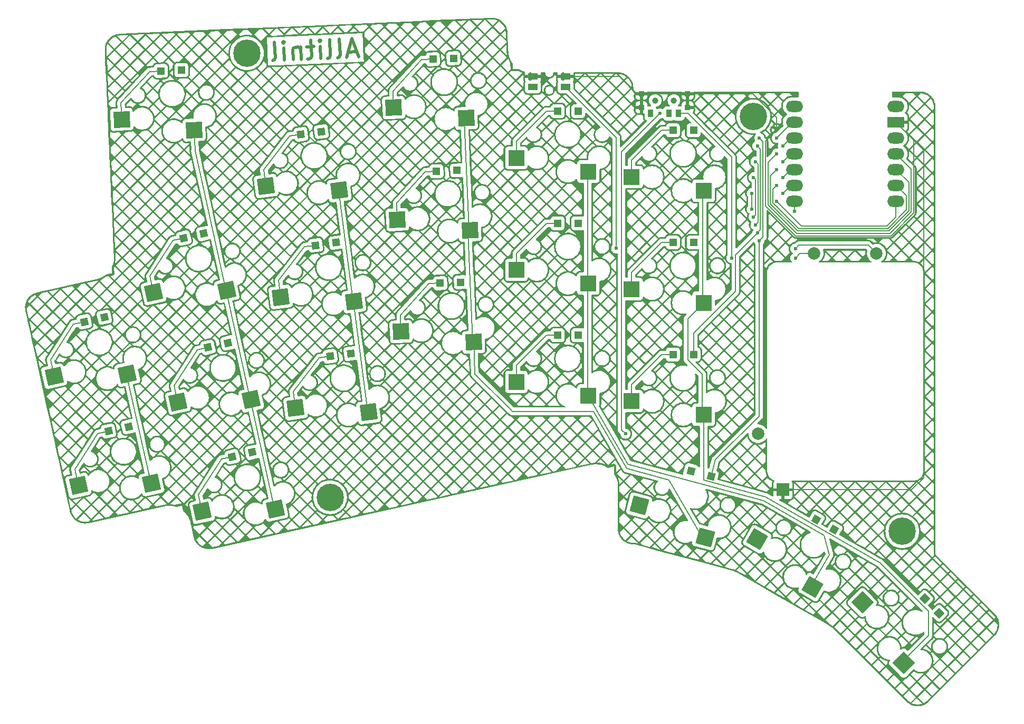
<source format=gbr>
%TF.GenerationSoftware,KiCad,Pcbnew,8.0.6*%
%TF.CreationDate,2024-10-22T01:49:15-07:00*%
%TF.ProjectId,lintilla,6c696e74-696c-46c6-912e-6b696361645f,v1.0*%
%TF.SameCoordinates,Original*%
%TF.FileFunction,Copper,L2,Bot*%
%TF.FilePolarity,Positive*%
%FSLAX46Y46*%
G04 Gerber Fmt 4.6, Leading zero omitted, Abs format (unit mm)*
G04 Created by KiCad (PCBNEW 8.0.6) date 2024-10-22 01:49:15*
%MOMM*%
%LPD*%
G01*
G04 APERTURE LIST*
G04 Aperture macros list*
%AMRotRect*
0 Rectangle, with rotation*
0 The origin of the aperture is its center*
0 $1 length*
0 $2 width*
0 $3 Rotation angle, in degrees counterclockwise*
0 Add horizontal line*
21,1,$1,$2,0,0,$3*%
G04 Aperture macros list end*
%ADD10C,0.500000*%
%TA.AperFunction,NonConductor*%
%ADD11C,0.500000*%
%TD*%
%TA.AperFunction,WasherPad*%
%ADD12C,1.000000*%
%TD*%
%TA.AperFunction,ComponentPad*%
%ADD13C,0.600000*%
%TD*%
%TA.AperFunction,SMDPad,CuDef*%
%ADD14RotRect,1.200000X1.200000X135.000000*%
%TD*%
%TA.AperFunction,SMDPad,CuDef*%
%ADD15RotRect,1.200000X1.200000X187.500000*%
%TD*%
%TA.AperFunction,SMDPad,CuDef*%
%ADD16R,2.600000X2.600000*%
%TD*%
%TA.AperFunction,SMDPad,CuDef*%
%ADD17RotRect,1.200000X1.200000X182.500000*%
%TD*%
%TA.AperFunction,SMDPad,CuDef*%
%ADD18RotRect,2.600000X2.600000X165.000000*%
%TD*%
%TA.AperFunction,SMDPad,CuDef*%
%ADD19RotRect,2.600000X2.600000X135.000000*%
%TD*%
%TA.AperFunction,SMDPad,CuDef*%
%ADD20RotRect,2.600000X2.600000X187.500000*%
%TD*%
%TA.AperFunction,SMDPad,CuDef*%
%ADD21RotRect,1.200000X1.200000X192.500000*%
%TD*%
%TA.AperFunction,SMDPad,CuDef*%
%ADD22RotRect,2.600000X2.600000X182.500000*%
%TD*%
%TA.AperFunction,ComponentPad*%
%ADD23C,0.700000*%
%TD*%
%TA.AperFunction,ComponentPad*%
%ADD24C,4.400000*%
%TD*%
%TA.AperFunction,SMDPad,CuDef*%
%ADD25RotRect,2.600000X2.600000X192.500000*%
%TD*%
%TA.AperFunction,SMDPad,CuDef*%
%ADD26R,1.200000X1.200000*%
%TD*%
%TA.AperFunction,SMDPad,CuDef*%
%ADD27RotRect,1.200000X1.200000X165.000000*%
%TD*%
%TA.AperFunction,SMDPad,CuDef*%
%ADD28RotRect,1.200000X1.200000X150.000000*%
%TD*%
%TA.AperFunction,SMDPad,CuDef*%
%ADD29O,2.750000X1.800000*%
%TD*%
%TA.AperFunction,SMDPad,CuDef*%
%ADD30R,2.750000X1.800000*%
%TD*%
%TA.AperFunction,SMDPad,CuDef*%
%ADD31R,2.000000X2.000000*%
%TD*%
%TA.AperFunction,SMDPad,CuDef*%
%ADD32R,0.900000X0.900000*%
%TD*%
%TA.AperFunction,SMDPad,CuDef*%
%ADD33R,0.900000X1.250000*%
%TD*%
%TA.AperFunction,SMDPad,CuDef*%
%ADD34C,2.000000*%
%TD*%
%TA.AperFunction,SMDPad,CuDef*%
%ADD35RotRect,2.600000X2.600000X150.000000*%
%TD*%
%TA.AperFunction,SMDPad,CuDef*%
%ADD36R,1.550000X1.000000*%
%TD*%
%TA.AperFunction,Conductor*%
%ADD37C,0.200000*%
%TD*%
G04 APERTURE END LIST*
D10*
D11*
X85811150Y-34593581D02*
X84383938Y-34655895D01*
X86133980Y-35437446D02*
X85004074Y-32483920D01*
X85004074Y-32483920D02*
X84135884Y-35524684D01*
X82708672Y-35586998D02*
X82987883Y-35431814D01*
X82987883Y-35431814D02*
X83118141Y-35140140D01*
X83118141Y-35140140D02*
X83005977Y-32571159D01*
X81138738Y-35655543D02*
X81417949Y-35500359D01*
X81417949Y-35500359D02*
X81548208Y-35208685D01*
X81548208Y-35208685D02*
X81436044Y-32639704D01*
X79996968Y-35705393D02*
X79909730Y-33707297D01*
X79866110Y-32708249D02*
X80015063Y-32844739D01*
X80015063Y-32844739D02*
X79878573Y-32993691D01*
X79878573Y-32993691D02*
X79729620Y-32857201D01*
X79729620Y-32857201D02*
X79866110Y-32708249D01*
X79866110Y-32708249D02*
X79878573Y-32993691D01*
X78910682Y-33750916D02*
X77768912Y-33800767D01*
X78438899Y-32770562D02*
X78551063Y-35339543D01*
X78551063Y-35339543D02*
X78420805Y-35631217D01*
X78420805Y-35631217D02*
X78141594Y-35786401D01*
X78141594Y-35786401D02*
X77856151Y-35798864D01*
X76769864Y-33844386D02*
X76857103Y-35842483D01*
X76782327Y-34129829D02*
X76633374Y-33993339D01*
X76633374Y-33993339D02*
X76341700Y-33863081D01*
X76341700Y-33863081D02*
X75913537Y-33881775D01*
X75913537Y-33881775D02*
X75634326Y-34036958D01*
X75634326Y-34036958D02*
X75504067Y-34328632D01*
X75504067Y-34328632D02*
X75572612Y-35898565D01*
X74145400Y-35960878D02*
X74058161Y-33962782D01*
X74014542Y-32963734D02*
X74163494Y-33100224D01*
X74163494Y-33100224D02*
X74027005Y-33249176D01*
X74027005Y-33249176D02*
X73878052Y-33112686D01*
X73878052Y-33112686D02*
X74014542Y-32963734D01*
X74014542Y-32963734D02*
X74027005Y-33249176D01*
X72290025Y-36041886D02*
X72569236Y-35886702D01*
X72569236Y-35886702D02*
X72699495Y-35595028D01*
X72699495Y-35595028D02*
X72587331Y-33026047D01*
D12*
%TO.P,T1,*%
%TO.N,*%
X133680187Y-42441784D03*
X136680183Y-42441782D03*
D13*
%TO.P,T1,3*%
%TO.N,N/C*%
X132930185Y-44516783D03*
%TO.N,RAW*%
X134430187Y-44516782D03*
%TD*%
%TO.P,SW21,1*%
%TO.N,P1*%
X179264031Y-124815247D03*
D14*
X179264031Y-124815247D03*
D13*
%TO.P,SW21,2*%
%TO.N,reachy_spot*%
X176930579Y-122481795D03*
D14*
X176930579Y-122481795D03*
%TD*%
D13*
%TO.P,SW8,1*%
%TO.N,P3*%
X82456891Y-65280525D03*
D15*
X82456891Y-65280525D03*
D13*
%TO.P,SW8,2*%
%TO.N,ring_home*%
X79185123Y-65711261D03*
D15*
X79185123Y-65711261D03*
%TD*%
D13*
%TO.P,S16,1*%
%TO.N,P5*%
X141455184Y-92941791D03*
D16*
X141455184Y-92941791D03*
D13*
%TO.P,S16,2*%
%TO.N,inner_bottom*%
X129905184Y-90741791D03*
D16*
X129905184Y-90741791D03*
%TD*%
D13*
%TO.P,SW6,1*%
%TO.N,P10*%
X57650104Y-37554610D03*
D17*
X57650104Y-37554610D03*
D13*
%TO.P,SW6,2*%
%TO.N,pinky_fn*%
X54353244Y-37698554D03*
D17*
X54353244Y-37698554D03*
%TD*%
D13*
%TO.P,SW9,1*%
%TO.N,P10*%
X80107416Y-47434520D03*
D15*
X80107416Y-47434520D03*
D13*
%TO.P,SW9,2*%
%TO.N,ring_top*%
X76835648Y-47865256D03*
D15*
X76835648Y-47865256D03*
%TD*%
D13*
%TO.P,S19,1*%
%TO.N,P9*%
X141696913Y-112622347D03*
D18*
X141696913Y-112622347D03*
D13*
%TO.P,S19,2*%
%TO.N,secondary_spot*%
X131109871Y-107507950D03*
D18*
X131109871Y-107507950D03*
%TD*%
D13*
%TO.P,S21,1*%
%TO.N,P5*%
X173554132Y-132823220D03*
D19*
X173554132Y-132823220D03*
D13*
%TO.P,S21,2*%
%TO.N,reachy_spot*%
X166942686Y-123100500D03*
D19*
X166942686Y-123100500D03*
%TD*%
D13*
%TO.P,V4,1*%
%TO.N,RST*%
X127430182Y-66208454D03*
%TD*%
%TO.P,V2,1*%
%TO.N,BAT+*%
X145930184Y-67741794D03*
%TD*%
%TO.P,S8,1*%
%TO.N,P6*%
X85334092Y-74685434D03*
D20*
X85334092Y-74685434D03*
D13*
%TO.P,S8,2*%
%TO.N,ring_home*%
X73595748Y-74011832D03*
D20*
X73595748Y-74011832D03*
%TD*%
D13*
%TO.P,SW3,1*%
%TO.N,P1*%
X69040445Y-98966288D03*
D21*
X69040445Y-98966288D03*
D13*
%TO.P,SW3,2*%
%TO.N,pinky_bottom*%
X65818669Y-99680538D03*
D21*
X65818669Y-99680538D03*
%TD*%
D13*
%TO.P,S11,1*%
%TO.N,P9*%
X103940201Y-63275385D03*
D22*
X103940201Y-63275385D03*
D13*
%TO.P,S11,2*%
%TO.N,middle_home*%
X92305232Y-61581283D03*
D22*
X92305232Y-61581283D03*
%TD*%
D13*
%TO.P,V1,1*%
%TO.N,BAT+*%
X156180184Y-67741786D03*
%TD*%
D23*
%TO.P,,1*%
%TO.N,N/C*%
X66493442Y-34916360D03*
X66925365Y-33729664D03*
X67027148Y-36060895D03*
X68069900Y-33195958D03*
D24*
X68141872Y-34844388D03*
D23*
X68213844Y-36492818D03*
X69256596Y-33627881D03*
X69358379Y-35959112D03*
X69790302Y-34772416D03*
%TD*%
D13*
%TO.P,S4,1*%
%TO.N,P8*%
X68830471Y-90511314D03*
D25*
X68830471Y-90511314D03*
D13*
%TO.P,S4,2*%
%TO.N,pinky_home*%
X57078087Y-90863340D03*
D25*
X57078087Y-90863340D03*
%TD*%
D13*
%TO.P,S13,1*%
%TO.N,P7*%
X122955178Y-89858455D03*
D16*
X122955178Y-89858455D03*
D13*
%TO.P,S13,2*%
%TO.N,index_bottom*%
X111405178Y-87658455D03*
D16*
X111405178Y-87658455D03*
%TD*%
D13*
%TO.P,S12,1*%
%TO.N,P9*%
X103354856Y-45283793D03*
D22*
X103354856Y-45283793D03*
D13*
%TO.P,S12,2*%
%TO.N,middle_top*%
X91719887Y-43589691D03*
D22*
X91719887Y-43589691D03*
%TD*%
D13*
%TO.P,SW17,1*%
%TO.N,P3*%
X139830187Y-65241791D03*
D26*
X139830187Y-65241791D03*
D13*
%TO.P,SW17,2*%
%TO.N,inner_home*%
X136530187Y-65241791D03*
D26*
X136530187Y-65241791D03*
%TD*%
D13*
%TO.P,SW19,1*%
%TO.N,P1*%
X142637824Y-102832286D03*
D27*
X142637824Y-102832286D03*
D13*
%TO.P,SW19,2*%
%TO.N,secondary_spot*%
X139450268Y-101978186D03*
D27*
X139450268Y-101978186D03*
%TD*%
D13*
%TO.P,SW20,1*%
%TO.N,P1*%
X162397989Y-111412801D03*
D28*
X162397989Y-111412801D03*
D13*
%TO.P,SW20,2*%
%TO.N,primary_spot*%
X159540105Y-109762801D03*
D28*
X159540105Y-109762801D03*
%TD*%
D29*
%TO.P,MCU1,1*%
%TO.N,N/C*%
X156060176Y-43371778D03*
%TO.P,MCU1,2*%
%TO.N,P1*%
X156060176Y-45911778D03*
%TO.P,MCU1,3*%
%TO.N,P2*%
X156060176Y-48451778D03*
%TO.P,MCU1,4*%
%TO.N,P3*%
X156060178Y-50991779D03*
%TO.P,MCU1,5*%
%TO.N,P4*%
X156060176Y-53531778D03*
%TO.P,MCU1,6*%
%TO.N,P5*%
X156060176Y-56071778D03*
%TO.P,MCU1,7*%
%TO.N,P6*%
X156060176Y-58611778D03*
%TO.P,MCU1,8*%
%TO.N,P7*%
X172300176Y-58611778D03*
%TO.P,MCU1,9*%
%TO.N,P8*%
X172300176Y-56071778D03*
%TO.P,MCU1,10*%
%TO.N,P9*%
X172300176Y-53531778D03*
%TO.P,MCU1,11*%
%TO.N,P10*%
X172300174Y-50991777D03*
%TO.P,MCU1,12*%
%TO.N,N/C*%
X172300176Y-48451778D03*
D30*
%TO.P,MCU1,13*%
%TO.N,GND*%
X172300176Y-45911778D03*
D29*
%TO.P,MCU1,14*%
%TO.N,N/C*%
X172300176Y-43371778D03*
D13*
%TO.P,MCU1,15*%
%TO.N,GND*%
X153180180Y-47181780D03*
%TO.P,MCU1,16*%
%TO.N,P2*%
X150080176Y-49721778D03*
X150080176Y-63691778D03*
X154180176Y-49721778D03*
%TO.P,MCU1,17*%
%TO.N,P3*%
X149780176Y-52261778D03*
X149780176Y-62421778D03*
X154180175Y-52261778D03*
%TO.P,MCU1,18*%
%TO.N,P4*%
X149480175Y-54801776D03*
X149480176Y-61151778D03*
X154180176Y-54801778D03*
%TO.P,MCU1,19*%
%TO.N,P5*%
X149180176Y-57341778D03*
X149180176Y-59881778D03*
X154180175Y-57341782D03*
%TO.P,MCU1,20*%
%TO.N,P6*%
X156060176Y-60241778D03*
%TO.P,MCU1,21*%
%TO.N,P1*%
X150380176Y-48451778D03*
X150380176Y-64961778D03*
X153180175Y-48451776D03*
%TO.P,MCU1,22*%
%TO.N,P10*%
X153180174Y-50991778D03*
%TO.P,MCU1,23*%
%TO.N,P9*%
X153180175Y-53531782D03*
%TO.P,MCU1,24*%
%TO.N,P8*%
X153180179Y-56071778D03*
%TO.P,MCU1,25*%
%TO.N,P7*%
X153180179Y-58611777D03*
%TD*%
%TO.P,B1,1*%
%TO.N,GND*%
X114055184Y-38558455D03*
X119305184Y-38558455D03*
%TO.P,B1,2*%
%TO.N,RST*%
X114055184Y-40258455D03*
X119305184Y-40258455D03*
%TD*%
%TO.P,SW15,1*%
%TO.N,P10*%
X121330183Y-44158458D03*
D26*
X121330183Y-44158458D03*
D13*
%TO.P,SW15,2*%
%TO.N,index_top*%
X118030183Y-44158458D03*
D26*
X118030183Y-44158458D03*
%TD*%
D13*
%TO.P,SW5,1*%
%TO.N,P3*%
X61248611Y-63819630D03*
D21*
X61248611Y-63819630D03*
D13*
%TO.P,SW5,2*%
%TO.N,pinky_top*%
X58026835Y-64533880D03*
D21*
X58026835Y-64533880D03*
%TD*%
D13*
%TO.P,SW10,1*%
%TO.N,P2*%
X102478975Y-71647100D03*
D17*
X102478975Y-71647100D03*
D13*
%TO.P,SW10,2*%
%TO.N,middle_bottom*%
X99182115Y-71791044D03*
D17*
X99182115Y-71791044D03*
%TD*%
D23*
%TO.P,,1*%
%TO.N,N/C*%
X171907890Y-110841163D03*
X172909781Y-110072386D03*
X171743055Y-112093214D03*
X174161832Y-110237221D03*
D24*
X173336832Y-111666163D03*
D23*
X172511832Y-113095105D03*
X174930609Y-111239112D03*
X173763883Y-113259940D03*
X174765774Y-112491163D03*
%TD*%
D13*
%TO.P,PAD6,1*%
%TO.N,GND*%
X154180190Y-104991788D03*
D31*
X154180190Y-104991788D03*
%TD*%
D32*
%TO.P,T2,*%
%TO.N,GND*%
X131480185Y-41341780D03*
X131480185Y-43541786D03*
X138880185Y-41341780D03*
X138880185Y-43541786D03*
D33*
%TO.P,T2,1*%
%TO.N,N/C*%
X132930185Y-44516783D03*
%TO.P,T2,2*%
%TO.N,RAW*%
X135930185Y-44516783D03*
D13*
%TO.P,T2,3*%
X135930185Y-44516783D03*
%TO.N,BAT+*%
X137430183Y-44516784D03*
D33*
X137430183Y-44516784D03*
%TD*%
D13*
%TO.P,S2,1*%
%TO.N,P4*%
X48967132Y-86387796D03*
D25*
X48967132Y-86387796D03*
D13*
%TO.P,S2,2*%
%TO.N,outer_home*%
X37214748Y-86739822D03*
D25*
X37214748Y-86739822D03*
%TD*%
D13*
%TO.P,SW1,1*%
%TO.N,P2*%
X49177104Y-94842765D03*
D21*
X49177104Y-94842765D03*
D13*
%TO.P,SW1,2*%
%TO.N,outer_bottom*%
X45955328Y-95557015D03*
D21*
X45955328Y-95557015D03*
%TD*%
D13*
%TO.P,S15,1*%
%TO.N,P7*%
X122955178Y-53858454D03*
D16*
X122955178Y-53858454D03*
D13*
%TO.P,S15,2*%
%TO.N,index_top*%
X111405178Y-51658454D03*
D16*
X111405178Y-51658454D03*
%TD*%
D13*
%TO.P,SW16,1*%
%TO.N,P2*%
X139830176Y-83241786D03*
D26*
X139830176Y-83241786D03*
D13*
%TO.P,SW16,2*%
%TO.N,inner_bottom*%
X136530176Y-83241786D03*
D26*
X136530176Y-83241786D03*
%TD*%
D13*
%TO.P,S1,1*%
%TO.N,P4*%
X52863044Y-103961109D03*
D25*
X52863044Y-103961109D03*
D13*
%TO.P,S1,2*%
%TO.N,outer_bottom*%
X41110660Y-104313135D03*
D25*
X41110660Y-104313135D03*
%TD*%
D13*
%TO.P,SW7,1*%
%TO.N,P2*%
X84806365Y-83126538D03*
D15*
X84806365Y-83126538D03*
D13*
%TO.P,SW7,2*%
%TO.N,ring_bottom*%
X81534597Y-83557274D03*
D15*
X81534597Y-83557274D03*
%TD*%
D34*
%TO.P,PAD2,1*%
%TO.N,BAT+*%
X159180178Y-66991793D03*
%TD*%
D23*
%TO.P,,1*%
%TO.N,N/C*%
X147780188Y-44991792D03*
X148263462Y-43825066D03*
X148263462Y-46158518D03*
X149430188Y-43341792D03*
D24*
X149430188Y-44991792D03*
D23*
X149430188Y-46641792D03*
X150596914Y-43825066D03*
X150596914Y-46158518D03*
X151080188Y-44991792D03*
%TD*%
D13*
%TO.P,SW13,1*%
%TO.N,P2*%
X121330183Y-80158460D03*
D26*
X121330183Y-80158460D03*
D13*
%TO.P,SW13,2*%
%TO.N,index_bottom*%
X118030183Y-80158460D03*
D26*
X118030183Y-80158460D03*
%TD*%
D13*
%TO.P,S5,1*%
%TO.N,P8*%
X64934561Y-72937996D03*
D25*
X64934561Y-72937996D03*
D13*
%TO.P,S5,2*%
%TO.N,pinky_top*%
X53182177Y-73290022D03*
D25*
X53182177Y-73290022D03*
%TD*%
D13*
%TO.P,V3,1*%
%TO.N,RST*%
X156180174Y-66241789D03*
%TD*%
D34*
%TO.P,PAD4,1*%
%TO.N,RST*%
X169180184Y-66991786D03*
%TD*%
D13*
%TO.P,S10,1*%
%TO.N,P9*%
X104525539Y-81266983D03*
D22*
X104525539Y-81266983D03*
D13*
%TO.P,S10,2*%
%TO.N,middle_bottom*%
X92890570Y-79572881D03*
D22*
X92890570Y-79572881D03*
%TD*%
D13*
%TO.P,S6,1*%
%TO.N,P8*%
X59696661Y-47174486D03*
D22*
X59696661Y-47174486D03*
D13*
%TO.P,S6,2*%
%TO.N,pinky_fn*%
X48061692Y-45480384D03*
D22*
X48061692Y-45480384D03*
%TD*%
D13*
%TO.P,S18,1*%
%TO.N,P5*%
X141455181Y-56941783D03*
D16*
X141455181Y-56941783D03*
D13*
%TO.P,S18,2*%
%TO.N,inner_top*%
X129905181Y-54741783D03*
D16*
X129905181Y-54741783D03*
%TD*%
D13*
%TO.P,S20,1*%
%TO.N,P7*%
X158955270Y-120625742D03*
D35*
X158955270Y-120625742D03*
D13*
%TO.P,S20,2*%
%TO.N,primary_spot*%
X150052677Y-112945486D03*
D35*
X150052677Y-112945486D03*
%TD*%
D13*
%TO.P,SW11,1*%
%TO.N,P3*%
X101893645Y-53655506D03*
D17*
X101893645Y-53655506D03*
D13*
%TO.P,SW11,2*%
%TO.N,middle_home*%
X98596785Y-53799450D03*
D17*
X98596785Y-53799450D03*
%TD*%
D13*
%TO.P,S3,1*%
%TO.N,P8*%
X72726384Y-108084652D03*
D25*
X72726384Y-108084652D03*
D13*
%TO.P,S3,2*%
%TO.N,pinky_bottom*%
X60974000Y-108436678D03*
D25*
X60974000Y-108436678D03*
%TD*%
D13*
%TO.P,PAD5,1*%
%TO.N,RAW*%
X150180179Y-95991791D03*
D34*
X150180179Y-95991791D03*
%TD*%
D13*
%TO.P,B2,1*%
%TO.N,GND*%
X114055184Y-38558455D03*
D36*
X114055184Y-38558455D03*
D13*
X119305184Y-38558455D03*
D36*
X119305184Y-38558455D03*
D13*
%TO.P,B2,2*%
%TO.N,RST*%
X114055184Y-40258455D03*
D36*
X114055184Y-40258455D03*
D13*
X119305184Y-40258455D03*
D36*
X119305184Y-40258455D03*
%TD*%
D13*
%TO.P,S14,1*%
%TO.N,P7*%
X122955182Y-71858459D03*
D16*
X122955182Y-71858459D03*
D13*
%TO.P,S14,2*%
%TO.N,index_home*%
X111405182Y-69658459D03*
D16*
X111405182Y-69658459D03*
%TD*%
D13*
%TO.P,SW12,1*%
%TO.N,P10*%
X101308304Y-35663912D03*
D17*
X101308304Y-35663912D03*
D13*
%TO.P,SW12,2*%
%TO.N,middle_top*%
X98011444Y-35807856D03*
D17*
X98011444Y-35807856D03*
%TD*%
D13*
%TO.P,SW14,1*%
%TO.N,P3*%
X121330189Y-62158456D03*
D26*
X121330189Y-62158456D03*
D13*
%TO.P,SW14,2*%
%TO.N,index_home*%
X118030189Y-62158456D03*
D26*
X118030189Y-62158456D03*
%TD*%
D13*
%TO.P,S17,1*%
%TO.N,P5*%
X141455188Y-74941794D03*
D16*
X141455188Y-74941794D03*
D13*
%TO.P,S17,2*%
%TO.N,inner_home*%
X129905188Y-72741794D03*
D16*
X129905188Y-72741794D03*
%TD*%
D13*
%TO.P,S9,1*%
%TO.N,P6*%
X82984618Y-56839431D03*
D20*
X82984618Y-56839431D03*
D13*
%TO.P,S9,2*%
%TO.N,ring_top*%
X71246274Y-56165829D03*
D20*
X71246274Y-56165829D03*
%TD*%
D13*
%TO.P,S7,1*%
%TO.N,P6*%
X87683561Y-92531437D03*
D20*
X87683561Y-92531437D03*
D13*
%TO.P,S7,2*%
%TO.N,ring_bottom*%
X75945217Y-91857835D03*
D20*
X75945217Y-91857835D03*
%TD*%
D23*
%TO.P,,1*%
%TO.N,N/C*%
X79888574Y-106548043D03*
X80107866Y-105304374D03*
X80612918Y-107582514D03*
X81142337Y-104580030D03*
D24*
X81499462Y-106190918D03*
D23*
X81856587Y-107801806D03*
X82386006Y-104799322D03*
X82891058Y-107077462D03*
X83110350Y-105833793D03*
%TD*%
D13*
%TO.P,SW4,1*%
%TO.N,P2*%
X65144517Y-81392972D03*
D21*
X65144517Y-81392972D03*
D13*
%TO.P,SW4,2*%
%TO.N,pinky_home*%
X61922741Y-82107222D03*
D21*
X61922741Y-82107222D03*
%TD*%
D13*
%TO.P,V5,1*%
%TO.N,RAW*%
X128930188Y-95991789D03*
%TD*%
%TO.P,SW2,1*%
%TO.N,P3*%
X45281189Y-77269431D03*
D21*
X45281189Y-77269431D03*
D13*
%TO.P,SW2,2*%
%TO.N,outer_home*%
X42059413Y-77983681D03*
D21*
X42059413Y-77983681D03*
%TD*%
D13*
%TO.P,SW18,1*%
%TO.N,P10*%
X139830188Y-47241786D03*
D26*
X139830188Y-47241786D03*
D13*
%TO.P,SW18,2*%
%TO.N,inner_top*%
X136530188Y-47241786D03*
D26*
X136530188Y-47241786D03*
%TD*%
D37*
%TO.N,P4*%
X52863048Y-103961110D02*
X52713956Y-103866130D01*
X156060182Y-53531786D02*
X155450177Y-53531794D01*
X155450177Y-53531794D02*
X154180188Y-54801785D01*
X149780184Y-55101783D02*
X149780182Y-60851800D01*
X52713956Y-103866130D02*
X48872155Y-86536884D01*
X149780182Y-60851800D02*
X149480179Y-61151785D01*
X149480178Y-54801784D02*
X149780184Y-55101783D01*
X48872155Y-86536884D02*
X48967134Y-86387797D01*
%TO.N,outer_bottom*%
X41110660Y-104313135D02*
X40532043Y-101703175D01*
X44199616Y-95946244D02*
X45955329Y-95557015D01*
X40532043Y-101703175D02*
X44199616Y-95946244D01*
%TO.N,outer_home*%
X36636134Y-84129859D02*
X40303719Y-78372909D01*
X40303719Y-78372909D02*
X42059419Y-77983682D01*
X37214744Y-86739820D02*
X36636134Y-84129859D01*
%TO.N,P8*%
X64839579Y-73087088D02*
X64934563Y-72937996D01*
X152580179Y-56671789D02*
X153180187Y-56071780D01*
X64934563Y-72937996D02*
X64785471Y-72843016D01*
X172300183Y-56071793D02*
X173975176Y-57746783D01*
X173975176Y-57746783D02*
X173975182Y-60028896D01*
X59250249Y-47875225D02*
X59696664Y-47174489D01*
X68830472Y-90511316D02*
X68681381Y-90416339D01*
X68681381Y-90416339D02*
X64839579Y-73087088D01*
X152580182Y-58860324D02*
X152580179Y-56671789D01*
X173975182Y-60028896D02*
X171001717Y-63002360D01*
X72726386Y-108084651D02*
X72577297Y-107989671D01*
X72577297Y-107989671D02*
X68735488Y-90660408D01*
X64785471Y-72843016D02*
X59830065Y-50490625D01*
X171001717Y-63002360D02*
X156722223Y-63002356D01*
X68735488Y-90660408D02*
X68830472Y-90511316D01*
X59696661Y-47174490D02*
X59840927Y-50478771D01*
X156722223Y-63002356D02*
X152580182Y-58860324D01*
%TO.N,pinky_bottom*%
X64062968Y-100069766D02*
X65818673Y-99680537D01*
X60973998Y-108436678D02*
X60395386Y-105826721D01*
X60395386Y-105826721D02*
X64062968Y-100069766D01*
%TO.N,pinky_home*%
X56499472Y-88253385D02*
X60167044Y-82496449D01*
X60167044Y-82496449D02*
X61922745Y-82107221D01*
X57078084Y-90863342D02*
X56499472Y-88253385D01*
%TO.N,pinky_top*%
X53182178Y-73290022D02*
X52603563Y-70680064D01*
X56271148Y-64923103D02*
X58026833Y-64533881D01*
X52603563Y-70680064D02*
X56271148Y-64923103D01*
%TO.N,pinky_fn*%
X47945083Y-42809604D02*
X52556621Y-37776995D01*
X48061694Y-45480387D02*
X47945083Y-42809604D01*
X52556621Y-37776995D02*
X54353242Y-37698550D01*
%TO.N,P6*%
X87543313Y-92423821D02*
X85226474Y-74825685D01*
X156060183Y-58611792D02*
X156060186Y-60241792D01*
X82877007Y-56979677D02*
X82984620Y-56839430D01*
X85334093Y-74685437D02*
X85193848Y-74577821D01*
X87683558Y-92531437D02*
X87543313Y-92423821D01*
X85193848Y-74577821D02*
X82877007Y-56979677D01*
X85226474Y-74825685D02*
X85334093Y-74685437D01*
%TO.N,ring_bottom*%
X75945212Y-91857833D02*
X75596272Y-89207375D01*
X75596272Y-89207375D02*
X79751635Y-83791998D01*
X79751635Y-83791998D02*
X81534597Y-83557273D01*
%TO.N,ring_home*%
X73246808Y-71361374D02*
X77402178Y-65945990D01*
X73595748Y-74011828D02*
X73246808Y-71361374D01*
X77402178Y-65945990D02*
X79185127Y-65711262D01*
%TO.N,ring_top*%
X70897335Y-53515369D02*
X75052709Y-48099978D01*
X75052709Y-48099978D02*
X76835648Y-47865254D01*
X71246275Y-56165832D02*
X70897335Y-53515369D01*
%TO.N,P9*%
X174375182Y-55606789D02*
X174375183Y-60194576D01*
X103629679Y-63614260D02*
X103940200Y-63275385D01*
X135912865Y-103393667D02*
X129103091Y-101568987D01*
X141696914Y-112622354D02*
X141157629Y-112477852D01*
X110761644Y-92383398D02*
X110648275Y-92270034D01*
X174375183Y-60194576D02*
X171167409Y-63402361D01*
X104395199Y-81147550D02*
X103629679Y-63614260D01*
X152180182Y-54531786D02*
X153180182Y-53531789D01*
X104525535Y-81266985D02*
X104748359Y-86370651D01*
X141157629Y-112477852D02*
X135912865Y-103393667D01*
X110648275Y-92270034D02*
X104754688Y-86376446D01*
X156556534Y-63402361D02*
X152180183Y-59026006D01*
X123799789Y-92383405D02*
X110761644Y-92383398D01*
X152180183Y-59026006D02*
X152180182Y-54531786D01*
X171167409Y-63402361D02*
X156556534Y-63402361D01*
X103809863Y-63155952D02*
X103044343Y-45622661D01*
X104525538Y-81266983D02*
X104395199Y-81147550D01*
X103044343Y-45622661D02*
X103354857Y-45283795D01*
X104748359Y-86370651D02*
X104754688Y-86376446D01*
X172300182Y-53531789D02*
X174375182Y-55606789D01*
X129103091Y-101568987D02*
X123799789Y-92383405D01*
X103940200Y-63275385D02*
X103809863Y-63155952D01*
%TO.N,middle_bottom*%
X92890568Y-79572883D02*
X92773957Y-76902099D01*
X92773957Y-76902099D02*
X97385498Y-71869480D01*
X97385498Y-71869480D02*
X99182121Y-71791043D01*
%TO.N,middle_home*%
X92305231Y-61581282D02*
X92188621Y-58910495D01*
X92188621Y-58910495D02*
X96800162Y-53877890D01*
X96800162Y-53877890D02*
X98596776Y-53799448D01*
%TO.N,middle_top*%
X91719895Y-43589694D02*
X91603283Y-40918903D01*
X96214822Y-35886295D02*
X98011442Y-35807853D01*
X91603283Y-40918903D02*
X96214822Y-35886295D01*
%TO.N,P7*%
X160824306Y-112316198D02*
X151086366Y-106693997D01*
X158865734Y-120291552D02*
X161663050Y-115446444D01*
X129305713Y-100857885D02*
X122955177Y-89858452D01*
X172300179Y-61138222D02*
X170836040Y-62602358D01*
X122830185Y-71983453D02*
X122830183Y-89733451D01*
X122955178Y-71858462D02*
X122830185Y-71983453D01*
X122830189Y-71733452D02*
X122955178Y-71858462D01*
X122830185Y-53983452D02*
X122830189Y-71733452D01*
X161663050Y-115446444D02*
X160824306Y-112316198D01*
X122955180Y-53858462D02*
X122830185Y-53983452D01*
X170836040Y-62602358D02*
X157170758Y-62602357D01*
X157170758Y-62602357D02*
X153180176Y-58611791D01*
X172300186Y-58611787D02*
X172300179Y-61138222D01*
X122830183Y-89733451D02*
X122955174Y-89858457D01*
X158955272Y-120625739D02*
X158865734Y-120291552D01*
X151086366Y-106693997D02*
X129305713Y-100857885D01*
%TO.N,index_bottom*%
X111405180Y-87658455D02*
X111405186Y-84985124D01*
X111405186Y-84985124D02*
X116231849Y-80158455D01*
X116231849Y-80158455D02*
X118030181Y-80158453D01*
%TO.N,index_home*%
X111405179Y-69658457D02*
X111405178Y-66985126D01*
X111405178Y-66985126D02*
X116231848Y-62158460D01*
X116231848Y-62158460D02*
X118030180Y-62158453D01*
%TO.N,index_top*%
X111405183Y-51658461D02*
X111405180Y-48985120D01*
X111405180Y-48985120D02*
X116231855Y-44158459D01*
X116231855Y-44158459D02*
X118030185Y-44158456D01*
%TO.N,P5*%
X141455178Y-56941792D02*
X141330177Y-57066792D01*
X151362884Y-106116862D02*
X169735688Y-116724412D01*
X138900000Y-77496982D02*
X141455188Y-74941794D01*
X155450183Y-56071789D02*
X154180179Y-57341790D01*
X141455187Y-74941788D02*
X141330181Y-75066794D01*
X156060181Y-56071791D02*
X155450183Y-56071789D01*
X177510147Y-124498865D02*
X177510153Y-128442938D01*
X141330177Y-57066792D02*
X141330185Y-74816797D01*
X138900000Y-84111610D02*
X138900000Y-77496982D01*
X141455188Y-92941787D02*
X141455181Y-103462108D01*
X141330186Y-92816787D02*
X141455191Y-92941788D01*
X177510153Y-128442938D02*
X173554132Y-132398952D01*
X149180182Y-57341777D02*
X149180184Y-59881796D01*
X141210540Y-86422150D02*
X138900000Y-84111610D01*
X173554132Y-132398952D02*
X173554136Y-132823218D01*
X141455181Y-103462108D02*
X151362884Y-106116862D01*
X169735688Y-116724412D02*
X177510147Y-124498865D01*
X141210540Y-92697147D02*
X141210540Y-86422150D01*
X141455184Y-92941791D02*
X141210540Y-92697147D01*
X141330185Y-74816797D02*
X141455187Y-74941788D01*
%TO.N,inner_bottom*%
X129905176Y-88068460D02*
X129905181Y-90741783D01*
X136530182Y-83241784D02*
X134731856Y-83241789D01*
X134731856Y-83241789D02*
X129905176Y-88068460D01*
%TO.N,inner_home*%
X129905185Y-72741783D02*
X129905181Y-70068460D01*
X134731855Y-65241790D02*
X136530179Y-65241791D01*
X129905181Y-70068460D02*
X134731855Y-65241790D01*
%TO.N,inner_top*%
X134731853Y-47241787D02*
X136530182Y-47241790D01*
X129905179Y-52068458D02*
X134731853Y-47241787D01*
X129905182Y-54741783D02*
X129905179Y-52068458D01*
%TO.N,P2*%
X139830176Y-83241786D02*
X139830176Y-79830176D01*
X156060182Y-48451793D02*
X155450180Y-48451788D01*
X146530184Y-73130168D02*
X146530184Y-67241770D01*
X150080175Y-63691790D02*
X150580179Y-63191789D01*
X150580179Y-63191789D02*
X150580182Y-50221791D01*
X150580182Y-50221791D02*
X150080184Y-49721782D01*
X146530184Y-67241770D02*
X150080176Y-63691778D01*
X139830176Y-79830176D02*
X146530184Y-73130168D01*
X155450180Y-48451788D02*
X154180184Y-49721790D01*
%TO.N,P3*%
X156060181Y-50991791D02*
X155450181Y-50991779D01*
X155450181Y-50991779D02*
X154180183Y-52261788D01*
X149780182Y-52261791D02*
X150180178Y-52661790D01*
X150180190Y-62021790D02*
X149780182Y-62421791D01*
X150180178Y-52661790D02*
X150180190Y-62021790D01*
%TO.N,P1*%
X150980187Y-64361784D02*
X150380183Y-64961784D01*
X150380183Y-64961784D02*
X150380178Y-93158672D01*
X150380178Y-93158672D02*
X150353234Y-93158678D01*
X150980186Y-49051789D02*
X150980178Y-49110991D01*
X150353234Y-93158678D02*
X143354584Y-100157318D01*
X142637822Y-102832290D02*
X143354584Y-100157318D01*
X150380186Y-48451785D02*
X150980186Y-49051789D01*
X155720183Y-45911789D02*
X153180185Y-48451795D01*
X156060185Y-45911785D02*
X155720183Y-45911789D01*
X150980178Y-49110991D02*
X150980187Y-64361784D01*
%TO.N,P10*%
X151780183Y-52391789D02*
X153180184Y-50991795D01*
X156390855Y-63802353D02*
X151780188Y-59191689D01*
X172300177Y-50991798D02*
X174775184Y-53466785D01*
X174775184Y-53466785D02*
X174775175Y-60360269D01*
X171333085Y-63802365D02*
X156390855Y-63802353D01*
X174775175Y-60360269D02*
X171333085Y-63802365D01*
X151780188Y-59191689D02*
X151780183Y-52391789D01*
%TO.N,GND*%
X131480185Y-41341785D02*
X131480183Y-43541798D01*
X151380184Y-48981789D02*
X153180182Y-47181793D01*
X131480185Y-41341785D02*
X130681653Y-41341779D01*
X153180181Y-45206256D02*
X149315718Y-41341789D01*
X130681653Y-41341779D02*
X127898325Y-38558452D01*
X138880180Y-41341780D02*
X138880177Y-43541782D01*
X176781304Y-50392912D02*
X172300186Y-45911788D01*
X171498776Y-64202362D02*
X156225162Y-64202357D01*
X154180190Y-104991788D02*
X174847063Y-104991780D01*
X156225162Y-64202357D02*
X151380179Y-59357365D01*
X138880180Y-41341780D02*
X131480185Y-41341785D01*
X151380179Y-59357365D02*
X151380184Y-48981789D01*
X175175186Y-60525956D02*
X171498776Y-64202362D01*
X175175179Y-48786793D02*
X175175186Y-60525956D01*
X174847063Y-104991780D02*
X176781300Y-103057559D01*
X149315718Y-41341789D02*
X138880180Y-41341780D01*
X172300186Y-45911788D02*
X175175179Y-48786793D01*
X176781300Y-103057559D02*
X176781304Y-50392912D01*
X127898325Y-38558452D02*
X119305184Y-38558462D01*
X153180182Y-47181793D02*
X153180181Y-45206256D01*
%TO.N,RST*%
X156180174Y-66241789D02*
X156730188Y-65691779D01*
X167880176Y-65691787D02*
X169180184Y-66991786D01*
X127430185Y-48383452D02*
X119305182Y-40258454D01*
X156730188Y-65691779D02*
X167880176Y-65691787D01*
X127430182Y-66208454D02*
X127430185Y-48383452D01*
%TO.N,BAT+*%
X137430183Y-44516784D02*
X138903511Y-44516784D01*
X145930184Y-51543457D02*
X145930184Y-67741794D01*
X156180184Y-67741786D02*
X156930183Y-66991788D01*
X156930183Y-66991788D02*
X159180178Y-66991793D01*
X138903511Y-44516784D02*
X145930184Y-51543457D01*
%TO.N,RAW*%
X128305184Y-95366785D02*
X128305184Y-50641785D01*
X128930188Y-95991789D02*
X128305184Y-95366785D01*
X128305184Y-50641785D02*
X134430187Y-44516782D01*
%TD*%
%TA.AperFunction,Conductor*%
%TO.N,GND*%
G36*
X107673943Y-29148318D02*
G01*
X107688841Y-29149470D01*
X107972981Y-29188828D01*
X107987642Y-29191770D01*
X108233108Y-29256666D01*
X108264948Y-29265084D01*
X108279169Y-29269778D01*
X108545617Y-29375983D01*
X108559156Y-29382352D01*
X108680631Y-29448734D01*
X108810859Y-29519899D01*
X108823541Y-29527860D01*
X109056821Y-29694736D01*
X109068446Y-29704162D01*
X109279923Y-29897950D01*
X109290326Y-29908708D01*
X109457706Y-30104158D01*
X109476900Y-30126570D01*
X109485926Y-30138498D01*
X109644888Y-30377273D01*
X109652406Y-30390194D01*
X109781421Y-30646373D01*
X109787336Y-30660128D01*
X109884534Y-30929994D01*
X109888748Y-30944363D01*
X109952706Y-31223968D01*
X109955157Y-31238740D01*
X109985470Y-31529033D01*
X109986023Y-31536502D01*
X110111355Y-34407129D01*
X110114393Y-34476727D01*
X110115087Y-34492611D01*
X110115087Y-34492615D01*
X110115770Y-34508250D01*
X110115758Y-34508296D01*
X110118304Y-34566274D01*
X110118305Y-34566304D01*
X110121286Y-34634586D01*
X110121314Y-34634849D01*
X110122661Y-34665508D01*
X110125903Y-34739322D01*
X110177603Y-35092246D01*
X110220204Y-35261007D01*
X110264906Y-35438094D01*
X110386900Y-35773258D01*
X110386902Y-35773264D01*
X110386904Y-35773267D01*
X110501612Y-36010195D01*
X110542089Y-36093802D01*
X110542336Y-36094311D01*
X110672613Y-36305520D01*
X110720103Y-36382513D01*
X110729592Y-36397896D01*
X110789103Y-36475452D01*
X110797592Y-36486515D01*
X110822786Y-36551684D01*
X110823145Y-36557800D01*
X110850000Y-37350000D01*
X111674283Y-37350000D01*
X111741322Y-37369685D01*
X111745388Y-37372412D01*
X111753569Y-37378141D01*
X111753575Y-37378144D01*
X111753576Y-37378145D01*
X111753579Y-37378147D01*
X112065015Y-37551968D01*
X112065039Y-37551980D01*
X112392545Y-37693255D01*
X112392548Y-37693255D01*
X112392551Y-37693257D01*
X112506908Y-37729315D01*
X112706645Y-37792295D01*
X112764662Y-37831228D01*
X112792420Y-37895347D01*
X112786800Y-37943153D01*
X112788371Y-37943525D01*
X112786585Y-37951082D01*
X112780184Y-38010610D01*
X112780184Y-38308455D01*
X113451629Y-38308455D01*
X113369997Y-38226823D01*
X113336512Y-38165500D01*
X113341496Y-38095808D01*
X113369997Y-38051459D01*
X113459094Y-37962363D01*
X113476180Y-37945276D01*
X113537502Y-37911790D01*
X113563864Y-37908955D01*
X113615242Y-37908955D01*
X113681134Y-37908956D01*
X113681138Y-37908955D01*
X113707876Y-37908955D01*
X113774915Y-37928640D01*
X113795557Y-37945274D01*
X114055184Y-38204902D01*
X114158737Y-38308455D01*
X115330184Y-38308455D01*
X115330184Y-38032955D01*
X115349869Y-37965916D01*
X115402673Y-37920161D01*
X115454184Y-37908955D01*
X115930684Y-37908955D01*
X115997723Y-37928640D01*
X116043478Y-37981444D01*
X116054684Y-38032955D01*
X116054684Y-38095065D01*
X116076532Y-38204902D01*
X116078721Y-38215907D01*
X116087143Y-38236239D01*
X116125871Y-38329738D01*
X116125876Y-38329747D01*
X116194325Y-38432187D01*
X116194328Y-38432191D01*
X116281447Y-38519310D01*
X116281451Y-38519313D01*
X116383891Y-38587762D01*
X116383900Y-38587767D01*
X116400015Y-38594442D01*
X116497732Y-38634918D01*
X116599956Y-38655251D01*
X116618573Y-38658954D01*
X116618577Y-38658955D01*
X116618578Y-38658955D01*
X116741791Y-38658955D01*
X116741792Y-38658954D01*
X116862636Y-38634918D01*
X116976470Y-38587766D01*
X117078917Y-38519313D01*
X117166042Y-38432188D01*
X117234495Y-38329741D01*
X117281647Y-38215907D01*
X117305684Y-38095061D01*
X117305684Y-38032955D01*
X117325369Y-37965916D01*
X117378173Y-37920161D01*
X117429684Y-37908955D01*
X117906184Y-37908955D01*
X117973223Y-37928640D01*
X118018978Y-37981444D01*
X118030184Y-38032955D01*
X118030184Y-38308455D01*
X118701630Y-38308455D01*
X118701630Y-38308454D01*
X118619997Y-38226821D01*
X118586512Y-38165498D01*
X118591496Y-38095806D01*
X118619997Y-38051458D01*
X118709093Y-37962363D01*
X118726183Y-37945274D01*
X118787506Y-37911789D01*
X118813864Y-37908955D01*
X118957876Y-37908955D01*
X119024915Y-37928640D01*
X119045557Y-37945274D01*
X119305184Y-38204902D01*
X119408737Y-38308455D01*
X120580184Y-38308455D01*
X120580184Y-38032955D01*
X120599869Y-37965916D01*
X120652673Y-37920161D01*
X120704184Y-37908955D01*
X127614285Y-37908955D01*
X127614289Y-37908956D01*
X127676431Y-37908955D01*
X127683917Y-37909180D01*
X127973978Y-37926724D01*
X127988836Y-37928528D01*
X128270985Y-37980232D01*
X128285502Y-37983811D01*
X128559350Y-38069145D01*
X128573342Y-38074450D01*
X128834919Y-38192176D01*
X128848165Y-38199129D01*
X129091918Y-38346483D01*
X129093635Y-38347521D01*
X129105957Y-38356027D01*
X129324280Y-38527074D01*
X129331741Y-38532919D01*
X129342948Y-38542847D01*
X129394542Y-38594442D01*
X129545770Y-38745671D01*
X129555700Y-38756880D01*
X129732589Y-38982667D01*
X129741095Y-38994990D01*
X129889484Y-39240461D01*
X129896442Y-39253720D01*
X130014155Y-39515276D01*
X130019465Y-39529278D01*
X130104793Y-39803122D01*
X130108376Y-39817660D01*
X130160074Y-40099789D01*
X130161879Y-40114655D01*
X130179449Y-40405218D01*
X130179675Y-40412704D01*
X130179674Y-40482042D01*
X130179689Y-40482293D01*
X130179692Y-40490223D01*
X130179692Y-40557724D01*
X130179704Y-40557772D01*
X130179705Y-40557774D01*
X130196663Y-40621015D01*
X130213795Y-40684952D01*
X130213803Y-40684983D01*
X130213834Y-40685058D01*
X130246736Y-40742019D01*
X130246742Y-40742042D01*
X130246747Y-40742040D01*
X130279693Y-40799103D01*
X130279749Y-40799176D01*
X130312459Y-40831872D01*
X130325653Y-40845061D01*
X130372878Y-40892286D01*
X130372880Y-40892287D01*
X130372894Y-40892298D01*
X130372954Y-40892344D01*
X130372955Y-40892345D01*
X130429195Y-40924800D01*
X130429212Y-40924818D01*
X130429216Y-40924813D01*
X130468185Y-40947312D01*
X130516401Y-40997879D01*
X130530185Y-41054699D01*
X130530185Y-41091780D01*
X132430185Y-41091780D01*
X132440372Y-41081592D01*
X132449870Y-41049247D01*
X132502674Y-41003492D01*
X132554183Y-40992286D01*
X137806188Y-40992287D01*
X137873224Y-41011971D01*
X137918979Y-41064775D01*
X137923371Y-41084966D01*
X137930185Y-41091780D01*
X139830185Y-41091780D01*
X139840372Y-41081592D01*
X139849870Y-41049248D01*
X139902674Y-41003493D01*
X139954183Y-40992287D01*
X156555683Y-40992289D01*
X156622719Y-41011974D01*
X156668474Y-41064778D01*
X156679680Y-41116289D01*
X156679680Y-41847278D01*
X156659995Y-41914317D01*
X156607191Y-41960072D01*
X156555680Y-41971278D01*
X155474954Y-41971278D01*
X155425953Y-41979039D01*
X155257223Y-42005763D01*
X155047572Y-42073881D01*
X155047569Y-42073882D01*
X154851150Y-42173965D01*
X154672817Y-42303530D01*
X154672812Y-42303534D01*
X154516932Y-42459414D01*
X154516928Y-42459419D01*
X154387363Y-42637752D01*
X154287280Y-42834171D01*
X154287279Y-42834174D01*
X154219161Y-43043825D01*
X154189804Y-43229177D01*
X154184676Y-43261556D01*
X154184676Y-43482000D01*
X154192440Y-43531021D01*
X154219161Y-43699730D01*
X154287279Y-43909381D01*
X154287280Y-43909384D01*
X154341474Y-44015743D01*
X154385207Y-44101573D01*
X154387363Y-44105803D01*
X154516928Y-44284136D01*
X154516932Y-44284141D01*
X154672812Y-44440021D01*
X154672817Y-44440025D01*
X154812430Y-44541460D01*
X154855096Y-44596790D01*
X154861075Y-44666403D01*
X154828469Y-44728198D01*
X154812430Y-44742096D01*
X154672817Y-44843530D01*
X154672812Y-44843534D01*
X154516932Y-44999414D01*
X154516928Y-44999419D01*
X154387363Y-45177752D01*
X154287280Y-45374171D01*
X154287279Y-45374174D01*
X154219161Y-45583825D01*
X154189852Y-45768876D01*
X154184676Y-45801556D01*
X154184676Y-46022000D01*
X154186154Y-46031334D01*
X154219161Y-46239732D01*
X154275098Y-46411892D01*
X154277093Y-46481733D01*
X154244848Y-46537890D01*
X153999484Y-46783254D01*
X153938161Y-46816739D01*
X153897923Y-46818794D01*
X153896840Y-46818672D01*
X153180180Y-47535333D01*
X153180180Y-47535334D01*
X153085904Y-47629609D01*
X153024580Y-47663093D01*
X153012113Y-47665146D01*
X153000920Y-47666408D01*
X152830653Y-47725986D01*
X152677912Y-47821960D01*
X152550359Y-47949513D01*
X152454386Y-48102252D01*
X152394806Y-48272521D01*
X152394805Y-48272526D01*
X152374610Y-48451772D01*
X152374610Y-48451779D01*
X152394805Y-48631025D01*
X152394806Y-48631030D01*
X152454386Y-48801299D01*
X152534728Y-48929162D01*
X152550359Y-48954038D01*
X152677913Y-49081592D01*
X152750294Y-49127072D01*
X152813991Y-49167096D01*
X152830653Y-49177565D01*
X153000228Y-49236902D01*
X153000920Y-49237144D01*
X153000925Y-49237145D01*
X153180171Y-49257341D01*
X153180175Y-49257341D01*
X153180178Y-49257341D01*
X153311397Y-49242556D01*
X153380219Y-49254610D01*
X153431599Y-49301959D01*
X153449223Y-49369570D01*
X153442323Y-49406730D01*
X153394808Y-49542520D01*
X153394806Y-49542528D01*
X153374611Y-49721774D01*
X153374611Y-49721781D01*
X153394806Y-49901027D01*
X153394808Y-49901035D01*
X153442322Y-50036823D01*
X153445883Y-50106602D01*
X153411154Y-50167229D01*
X153349161Y-50199456D01*
X153311397Y-50200997D01*
X153180178Y-50186213D01*
X153180170Y-50186213D01*
X153000924Y-50206408D01*
X153000919Y-50206409D01*
X152830650Y-50265989D01*
X152677911Y-50361962D01*
X152550358Y-50489515D01*
X152454384Y-50642256D01*
X152394804Y-50812528D01*
X152385008Y-50899474D01*
X152357941Y-50963888D01*
X152349469Y-50973271D01*
X151792359Y-51530378D01*
X151731036Y-51563863D01*
X151661344Y-51558879D01*
X151605411Y-51517007D01*
X151580994Y-51451543D01*
X151580678Y-51442721D01*
X151580678Y-49139264D01*
X151580686Y-49139146D01*
X151580687Y-49042349D01*
X151580687Y-49042334D01*
X151580690Y-49020369D01*
X151580696Y-48973757D01*
X151580708Y-48972793D01*
X151580707Y-48972787D01*
X151580540Y-48972186D01*
X151558702Y-48890684D01*
X151539794Y-48820081D01*
X151539792Y-48820077D01*
X151539790Y-48820070D01*
X151539765Y-48820010D01*
X151539764Y-48820006D01*
X151498512Y-48748555D01*
X151498397Y-48748355D01*
X151460758Y-48683141D01*
X151460709Y-48683076D01*
X151407473Y-48629840D01*
X151348967Y-48571319D01*
X151348965Y-48571318D01*
X151343572Y-48565923D01*
X151343435Y-48565802D01*
X151315292Y-48537659D01*
X151691943Y-48537659D01*
X151692727Y-48538920D01*
X151734936Y-48612054D01*
X151734937Y-48612055D01*
X151780759Y-48691421D01*
X151784664Y-48698738D01*
X151785402Y-48700240D01*
X151788808Y-48707803D01*
X151792392Y-48716527D01*
X151795486Y-48724010D01*
X151798398Y-48731778D01*
X151798486Y-48732039D01*
X151798482Y-48732040D01*
X151798646Y-48732478D01*
X151799178Y-48734068D01*
X151801542Y-48742004D01*
X151803204Y-48748355D01*
X151822400Y-48820029D01*
X151843824Y-48899989D01*
X151845607Y-48906146D01*
X151847742Y-48914630D01*
X151848112Y-48916355D01*
X151848404Y-48918001D01*
X151848912Y-48920208D01*
X151849250Y-48921966D01*
X151850609Y-48930704D01*
X151851414Y-48937459D01*
X151852345Y-48944019D01*
X151853271Y-48952763D01*
X151853395Y-48954530D01*
X151853467Y-48956634D01*
X151853654Y-48958858D01*
X151853740Y-48960653D01*
X151853844Y-48969657D01*
X151853694Y-48975680D01*
X151853687Y-49042368D01*
X151853686Y-49140050D01*
X151853678Y-49140288D01*
X151853678Y-49895236D01*
X152156097Y-50197655D01*
X152872362Y-49481390D01*
X152733251Y-49432713D01*
X152726740Y-49430227D01*
X152725444Y-49429690D01*
X152719112Y-49426857D01*
X152705300Y-49420206D01*
X152699096Y-49417000D01*
X152697868Y-49416321D01*
X152691898Y-49412799D01*
X152526178Y-49308670D01*
X152520378Y-49304794D01*
X152519234Y-49303982D01*
X152513691Y-49299809D01*
X152501705Y-49290250D01*
X152496431Y-49285798D01*
X152495385Y-49284864D01*
X152490293Y-49280052D01*
X152351899Y-49141658D01*
X152347087Y-49136566D01*
X152346153Y-49135520D01*
X152341701Y-49130246D01*
X152332142Y-49118260D01*
X152327969Y-49112717D01*
X152327157Y-49111573D01*
X152323281Y-49105773D01*
X152219152Y-48940053D01*
X152215630Y-48934083D01*
X152214951Y-48932855D01*
X152211745Y-48926651D01*
X152205094Y-48912839D01*
X152202261Y-48906507D01*
X152201724Y-48905211D01*
X152199238Y-48898700D01*
X152134595Y-48713963D01*
X152132467Y-48707283D01*
X152132079Y-48705934D01*
X152130356Y-48699249D01*
X152126945Y-48684303D01*
X152125589Y-48677485D01*
X152125354Y-48676102D01*
X152124382Y-48669213D01*
X152102469Y-48474725D01*
X152101886Y-48467823D01*
X152101807Y-48466422D01*
X152101610Y-48459441D01*
X152101610Y-48444111D01*
X152101807Y-48437130D01*
X152101886Y-48435729D01*
X152102469Y-48428827D01*
X152124382Y-48234339D01*
X152125354Y-48227450D01*
X152125589Y-48226067D01*
X152126945Y-48219249D01*
X152130356Y-48204303D01*
X152132079Y-48197618D01*
X152132467Y-48196269D01*
X152134595Y-48189589D01*
X152170259Y-48087667D01*
X152156097Y-48073505D01*
X151691943Y-48537659D01*
X151315292Y-48537659D01*
X151210876Y-48433243D01*
X151177391Y-48371920D01*
X151175339Y-48359464D01*
X151165544Y-48272523D01*
X151105965Y-48102256D01*
X151009992Y-47949516D01*
X150882438Y-47821962D01*
X150796612Y-47768034D01*
X150729695Y-47725987D01*
X150575857Y-47672156D01*
X150519081Y-47631434D01*
X150493334Y-47566482D01*
X150497576Y-47544870D01*
X150954576Y-47544870D01*
X151034173Y-47594884D01*
X151039973Y-47598760D01*
X151041117Y-47599572D01*
X151046660Y-47603745D01*
X151058646Y-47613304D01*
X151063920Y-47617756D01*
X151064966Y-47618690D01*
X151070058Y-47623502D01*
X151208452Y-47761896D01*
X151213264Y-47766988D01*
X151214198Y-47768034D01*
X151218650Y-47773308D01*
X151228209Y-47785294D01*
X151232382Y-47790837D01*
X151233194Y-47791981D01*
X151237070Y-47797781D01*
X151341199Y-47963501D01*
X151344721Y-47969471D01*
X151345400Y-47970699D01*
X151348606Y-47976903D01*
X151355257Y-47990715D01*
X151358090Y-47997047D01*
X151358627Y-47998343D01*
X151361113Y-48004854D01*
X151425756Y-48189592D01*
X151427877Y-48196248D01*
X151428265Y-48197596D01*
X151429995Y-48204305D01*
X151433406Y-48219251D01*
X151434762Y-48226069D01*
X151434997Y-48227452D01*
X151435970Y-48234342D01*
X151440783Y-48277070D01*
X151520589Y-48356876D01*
X151980028Y-47897436D01*
X151348710Y-47266118D01*
X151132168Y-47435768D01*
X151129173Y-47438042D01*
X151128564Y-47438490D01*
X151125522Y-47440658D01*
X151118734Y-47445343D01*
X151115518Y-47447489D01*
X151114884Y-47447898D01*
X151111814Y-47449816D01*
X150954576Y-47544870D01*
X150497576Y-47544870D01*
X150506790Y-47497920D01*
X150555178Y-47447517D01*
X150565905Y-47442047D01*
X150687467Y-47387337D01*
X150967051Y-47218322D01*
X151122919Y-47096207D01*
X151530937Y-47096207D01*
X152156097Y-47721367D01*
X152215210Y-47662254D01*
X152212206Y-47656441D01*
X152205554Y-47642628D01*
X152202687Y-47636217D01*
X152202151Y-47634921D01*
X152199697Y-47628485D01*
X152135091Y-47443854D01*
X152132970Y-47437198D01*
X152132582Y-47435850D01*
X152130853Y-47429143D01*
X152127442Y-47414198D01*
X152126085Y-47407378D01*
X152125850Y-47405995D01*
X152124878Y-47399107D01*
X152102977Y-47204730D01*
X152102394Y-47197827D01*
X152102315Y-47196426D01*
X152102118Y-47189445D01*
X152102118Y-47181777D01*
X152375118Y-47181777D01*
X152375118Y-47181782D01*
X152395301Y-47360918D01*
X152454845Y-47531084D01*
X152463518Y-47544887D01*
X152826626Y-47181780D01*
X152826626Y-47181779D01*
X152796790Y-47151943D01*
X153030180Y-47151943D01*
X153030180Y-47211617D01*
X153053016Y-47266748D01*
X153095212Y-47308944D01*
X153150343Y-47331780D01*
X153210017Y-47331780D01*
X153265148Y-47308944D01*
X153307344Y-47266748D01*
X153330180Y-47211617D01*
X153330180Y-47151943D01*
X153307344Y-47096812D01*
X153265148Y-47054616D01*
X153210017Y-47031780D01*
X153150343Y-47031780D01*
X153095212Y-47054616D01*
X153053016Y-47096812D01*
X153030180Y-47151943D01*
X152796790Y-47151943D01*
X152463518Y-46818671D01*
X152463517Y-46818671D01*
X152454847Y-46832471D01*
X152454842Y-46832481D01*
X152395302Y-47002638D01*
X152395301Y-47002641D01*
X152375118Y-47181777D01*
X152102118Y-47181777D01*
X152102118Y-47174115D01*
X152102315Y-47167134D01*
X152102394Y-47165733D01*
X152102977Y-47158830D01*
X152124878Y-46964453D01*
X152125850Y-46957565D01*
X152126085Y-46956182D01*
X152127442Y-46949362D01*
X152130853Y-46934417D01*
X152132582Y-46927710D01*
X152132970Y-46926362D01*
X152135091Y-46919706D01*
X152199696Y-46735076D01*
X152202169Y-46728596D01*
X152202706Y-46727299D01*
X152205554Y-46720933D01*
X152212205Y-46707122D01*
X152215430Y-46700884D01*
X152216109Y-46699657D01*
X152219608Y-46693727D01*
X152267164Y-46618037D01*
X152306185Y-46579014D01*
X152315848Y-46572942D01*
X152367938Y-46554714D01*
X152497960Y-46540063D01*
X152527438Y-46543383D01*
X152541783Y-46529038D01*
X152538463Y-46499560D01*
X152542344Y-46465117D01*
X152817071Y-46465117D01*
X152817071Y-46465118D01*
X153180180Y-46828226D01*
X153180181Y-46828226D01*
X153543287Y-46465118D01*
X153529484Y-46456445D01*
X153359318Y-46396901D01*
X153180183Y-46376718D01*
X153180177Y-46376718D01*
X153001041Y-46396901D01*
X153001038Y-46396902D01*
X152830881Y-46456442D01*
X152830871Y-46456447D01*
X152817071Y-46465117D01*
X152542344Y-46465117D01*
X152553114Y-46369538D01*
X152571342Y-46317448D01*
X152577414Y-46307785D01*
X152616437Y-46268764D01*
X152692127Y-46221208D01*
X152698057Y-46217709D01*
X152699284Y-46217030D01*
X152705522Y-46213805D01*
X152719333Y-46207154D01*
X152725699Y-46204306D01*
X152726996Y-46203769D01*
X152733476Y-46201296D01*
X152753255Y-46194375D01*
X152308547Y-45749667D01*
X152219228Y-46036309D01*
X152218028Y-46039958D01*
X152217781Y-46040672D01*
X152216533Y-46044115D01*
X152213607Y-46051828D01*
X152212213Y-46055340D01*
X152211924Y-46056037D01*
X152210456Y-46059434D01*
X152072989Y-46364875D01*
X152071406Y-46368255D01*
X152071075Y-46368935D01*
X152069375Y-46372296D01*
X152065541Y-46379600D01*
X152063793Y-46382815D01*
X152063423Y-46383472D01*
X152061495Y-46386775D01*
X151888212Y-46673418D01*
X151886294Y-46676488D01*
X151885885Y-46677122D01*
X151883739Y-46680338D01*
X151879054Y-46687126D01*
X151876886Y-46690168D01*
X151876438Y-46690777D01*
X151874164Y-46693772D01*
X151667594Y-46957439D01*
X151665189Y-46960413D01*
X151664705Y-46960993D01*
X151662326Y-46963760D01*
X151656857Y-46969935D01*
X151654298Y-46972737D01*
X151653780Y-46973287D01*
X151651193Y-46975952D01*
X151530937Y-47096207D01*
X151122919Y-47096207D01*
X151224224Y-47016840D01*
X151455236Y-46785828D01*
X151656718Y-46528655D01*
X151825733Y-46249071D01*
X151959815Y-45951153D01*
X151960172Y-45950009D01*
X152007610Y-45797772D01*
X152057009Y-45639245D01*
X152090417Y-45456944D01*
X152367962Y-45456944D01*
X153029937Y-46118919D01*
X153157231Y-46104577D01*
X153164133Y-46103994D01*
X153165534Y-46103915D01*
X153172515Y-46103718D01*
X153187845Y-46103718D01*
X153194826Y-46103915D01*
X153196227Y-46103994D01*
X153203130Y-46104577D01*
X153397507Y-46126478D01*
X153404395Y-46127450D01*
X153405778Y-46127685D01*
X153412598Y-46129042D01*
X153427543Y-46132453D01*
X153434250Y-46134182D01*
X153435598Y-46134570D01*
X153442254Y-46136691D01*
X153626885Y-46201297D01*
X153633321Y-46203751D01*
X153634617Y-46204287D01*
X153641028Y-46207154D01*
X153654841Y-46213806D01*
X153660654Y-46216810D01*
X153911676Y-45965789D01*
X153911676Y-45796193D01*
X153911774Y-45791272D01*
X153911813Y-45790290D01*
X153912098Y-45785477D01*
X153912940Y-45774784D01*
X153913412Y-45769978D01*
X153913527Y-45769004D01*
X153914199Y-45764146D01*
X153950362Y-45535824D01*
X153951204Y-45531098D01*
X153951395Y-45530135D01*
X153952450Y-45525320D01*
X153954953Y-45514891D01*
X153956200Y-45510115D01*
X153956467Y-45509170D01*
X153957865Y-45504568D01*
X154029299Y-45284712D01*
X154030904Y-45280085D01*
X154031244Y-45279164D01*
X154033010Y-45274654D01*
X154037115Y-45264744D01*
X154039055Y-45260307D01*
X154039466Y-45259415D01*
X154041602Y-45255011D01*
X154125507Y-45090339D01*
X153394241Y-44359073D01*
X152384025Y-45369289D01*
X152367962Y-45456944D01*
X152090417Y-45456944D01*
X152115898Y-45317896D01*
X152135624Y-44991792D01*
X152115898Y-44665688D01*
X152057009Y-44344339D01*
X152033840Y-44269986D01*
X151959821Y-44032449D01*
X151959819Y-44032444D01*
X151959815Y-44032431D01*
X151825733Y-43734513D01*
X151656718Y-43454929D01*
X151656716Y-43454926D01*
X151656714Y-43454923D01*
X151581706Y-43359183D01*
X151917844Y-43359183D01*
X152061495Y-43596809D01*
X152063423Y-43600112D01*
X152063793Y-43600769D01*
X152065541Y-43603984D01*
X152069375Y-43611288D01*
X152071075Y-43614649D01*
X152071406Y-43615329D01*
X152072989Y-43618709D01*
X152210456Y-43924150D01*
X152211924Y-43927547D01*
X152212213Y-43928244D01*
X152213607Y-43931756D01*
X152216533Y-43939469D01*
X152217781Y-43942912D01*
X152218028Y-43943626D01*
X152219228Y-43947275D01*
X152318875Y-44267059D01*
X152319908Y-44270558D01*
X152320111Y-44271284D01*
X152321085Y-44274986D01*
X152323060Y-44282995D01*
X152323934Y-44286792D01*
X152324092Y-44287532D01*
X152324794Y-44291073D01*
X152385169Y-44620536D01*
X152385773Y-44624131D01*
X152385887Y-44624876D01*
X152386409Y-44628675D01*
X152387404Y-44636864D01*
X152387792Y-44640506D01*
X152387861Y-44641259D01*
X152388152Y-44645087D01*
X152408375Y-44979425D01*
X152408544Y-44983136D01*
X152408567Y-44983891D01*
X152408624Y-44987667D01*
X152408624Y-44992553D01*
X153218172Y-44183004D01*
X152156097Y-43120929D01*
X151917844Y-43359183D01*
X151581706Y-43359183D01*
X151455233Y-43197752D01*
X151224227Y-42966746D01*
X150967056Y-42765265D01*
X150898994Y-42724120D01*
X150687467Y-42596247D01*
X150389549Y-42462165D01*
X150389542Y-42462162D01*
X150389530Y-42462158D01*
X150077640Y-42364970D01*
X149756287Y-42306081D01*
X149430188Y-42286356D01*
X149104088Y-42306081D01*
X148782735Y-42364970D01*
X148470845Y-42462158D01*
X148470829Y-42462164D01*
X148470827Y-42462165D01*
X148330749Y-42525209D01*
X148181135Y-42592545D01*
X148172909Y-42596247D01*
X148145833Y-42612615D01*
X147893319Y-42765265D01*
X147636148Y-42966746D01*
X147405142Y-43197752D01*
X147203661Y-43454923D01*
X147086067Y-43649447D01*
X147036517Y-43731414D01*
X147034642Y-43734515D01*
X147034641Y-43734517D01*
X146997835Y-43816296D01*
X146904694Y-44023249D01*
X146900560Y-44032434D01*
X146900554Y-44032449D01*
X146803366Y-44344339D01*
X146744477Y-44665692D01*
X146724752Y-44991792D01*
X146744477Y-45317891D01*
X146803366Y-45639244D01*
X146900554Y-45951134D01*
X146900558Y-45951146D01*
X146900561Y-45951153D01*
X147034643Y-46249071D01*
X147174188Y-46479906D01*
X147203661Y-46528660D01*
X147405142Y-46785831D01*
X147636148Y-47016837D01*
X147893319Y-47218318D01*
X147893322Y-47218320D01*
X147893325Y-47218322D01*
X148172909Y-47387337D01*
X148470827Y-47521419D01*
X148470840Y-47521423D01*
X148470845Y-47521425D01*
X148758227Y-47610976D01*
X148782735Y-47618613D01*
X149104084Y-47677502D01*
X149430188Y-47697228D01*
X149713140Y-47680112D01*
X149781246Y-47695713D01*
X149830105Y-47745658D01*
X149844206Y-47814090D01*
X149819072Y-47879282D01*
X149808309Y-47891567D01*
X149750359Y-47949517D01*
X149654387Y-48102254D01*
X149594807Y-48272523D01*
X149594806Y-48272528D01*
X149574611Y-48451774D01*
X149574611Y-48451781D01*
X149594806Y-48631027D01*
X149594807Y-48631032D01*
X149654387Y-48801302D01*
X149697706Y-48870242D01*
X149716707Y-48937479D01*
X149696340Y-49004314D01*
X149658686Y-49041208D01*
X149577916Y-49091960D01*
X149577913Y-49091962D01*
X149450360Y-49219515D01*
X149354387Y-49372254D01*
X149294807Y-49542523D01*
X149294806Y-49542528D01*
X149274611Y-49721774D01*
X149274611Y-49721781D01*
X149294806Y-49901027D01*
X149294807Y-49901032D01*
X149354387Y-50071301D01*
X149435159Y-50199848D01*
X149450360Y-50224040D01*
X149577914Y-50351594D01*
X149730654Y-50447567D01*
X149896635Y-50505646D01*
X149953411Y-50546368D01*
X149979159Y-50611320D01*
X149979681Y-50622688D01*
X149979681Y-51339935D01*
X149959996Y-51406974D01*
X149907192Y-51452729D01*
X149841799Y-51463155D01*
X149780181Y-51456213D01*
X149780172Y-51456213D01*
X149600926Y-51476408D01*
X149600921Y-51476409D01*
X149430652Y-51535989D01*
X149277913Y-51631962D01*
X149150360Y-51759515D01*
X149054387Y-51912254D01*
X148994807Y-52082523D01*
X148994806Y-52082528D01*
X148974611Y-52261774D01*
X148974611Y-52261781D01*
X148994806Y-52441027D01*
X148994807Y-52441032D01*
X149054387Y-52611301D01*
X149145373Y-52756103D01*
X149150360Y-52764040D01*
X149277914Y-52891594D01*
X149325665Y-52921598D01*
X149428581Y-52986265D01*
X149430654Y-52987567D01*
X149496633Y-53010653D01*
X149553408Y-53051374D01*
X149579156Y-53116327D01*
X149579678Y-53127695D01*
X149579678Y-53874186D01*
X149559993Y-53941225D01*
X149507189Y-53986980D01*
X149469562Y-53997406D01*
X149300924Y-54016406D01*
X149300920Y-54016407D01*
X149130651Y-54075987D01*
X148977912Y-54171960D01*
X148850359Y-54299513D01*
X148754386Y-54452252D01*
X148694806Y-54622521D01*
X148694805Y-54622526D01*
X148674610Y-54801772D01*
X148674610Y-54801779D01*
X148694805Y-54981025D01*
X148694806Y-54981030D01*
X148754386Y-55151299D01*
X148834913Y-55279456D01*
X148850359Y-55304038D01*
X148977913Y-55431592D01*
X149117996Y-55519612D01*
X149121655Y-55521911D01*
X149167946Y-55574246D01*
X149179683Y-55626905D01*
X149179683Y-56425454D01*
X149159998Y-56492493D01*
X149107194Y-56538248D01*
X149069568Y-56548674D01*
X149000926Y-56556408D01*
X148830654Y-56615988D01*
X148677913Y-56711962D01*
X148550360Y-56839515D01*
X148454387Y-56992254D01*
X148394807Y-57162523D01*
X148394806Y-57162528D01*
X148374611Y-57341774D01*
X148374611Y-57341781D01*
X148394806Y-57521027D01*
X148394807Y-57521032D01*
X148454387Y-57691301D01*
X148550358Y-57844037D01*
X148552625Y-57846879D01*
X148553517Y-57849064D01*
X148554065Y-57849936D01*
X148553912Y-57850031D01*
X148579037Y-57911564D01*
X148579682Y-57924197D01*
X148579682Y-59299356D01*
X148559997Y-59366395D01*
X148552639Y-59376657D01*
X148550362Y-59379511D01*
X148454387Y-59532254D01*
X148394807Y-59702523D01*
X148394806Y-59702528D01*
X148374611Y-59881774D01*
X148374611Y-59881781D01*
X148394806Y-60061027D01*
X148394807Y-60061032D01*
X148454387Y-60231301D01*
X148537050Y-60362857D01*
X148550360Y-60384040D01*
X148677914Y-60511594D01*
X148758686Y-60562346D01*
X148804976Y-60614679D01*
X148815625Y-60683733D01*
X148797707Y-60733310D01*
X148754388Y-60802252D01*
X148694807Y-60972523D01*
X148694806Y-60972528D01*
X148674611Y-61151774D01*
X148674611Y-61151781D01*
X148694806Y-61331027D01*
X148694807Y-61331032D01*
X148754387Y-61501301D01*
X148818827Y-61603856D01*
X148850360Y-61654040D01*
X148977914Y-61781594D01*
X149058686Y-61832346D01*
X149104976Y-61884679D01*
X149115625Y-61953733D01*
X149097707Y-62003310D01*
X149054388Y-62072252D01*
X148994807Y-62242523D01*
X148994806Y-62242528D01*
X148974611Y-62421774D01*
X148974611Y-62421781D01*
X148994806Y-62601027D01*
X148994807Y-62601032D01*
X149054387Y-62771301D01*
X149133394Y-62897039D01*
X149150360Y-62924040D01*
X149277914Y-63051594D01*
X149358686Y-63102346D01*
X149404976Y-63154679D01*
X149415625Y-63223733D01*
X149397707Y-63273310D01*
X149354387Y-63342253D01*
X149294806Y-63512528D01*
X149285013Y-63599446D01*
X149257946Y-63663860D01*
X149249474Y-63673243D01*
X146742365Y-66180353D01*
X146681042Y-66213838D01*
X146611350Y-66208854D01*
X146555417Y-66166982D01*
X146531000Y-66101518D01*
X146530684Y-66092672D01*
X146530684Y-63331072D01*
X146803684Y-63331072D01*
X146803684Y-64655546D01*
X147203522Y-65055384D01*
X148265597Y-63993309D01*
X147203522Y-62931234D01*
X146803684Y-63331072D01*
X146530684Y-63331072D01*
X146530684Y-62755165D01*
X147379591Y-62755165D01*
X148441665Y-63817239D01*
X149049572Y-63209332D01*
X148951900Y-63111660D01*
X148947088Y-63106568D01*
X148946154Y-63105522D01*
X148941702Y-63100248D01*
X148932143Y-63088262D01*
X148927970Y-63082719D01*
X148927158Y-63081575D01*
X148923282Y-63075775D01*
X148819153Y-62910055D01*
X148815631Y-62904085D01*
X148814952Y-62902857D01*
X148811746Y-62896653D01*
X148805095Y-62882841D01*
X148802262Y-62876509D01*
X148801725Y-62875213D01*
X148799239Y-62868702D01*
X148734596Y-62683965D01*
X148732468Y-62677285D01*
X148732080Y-62675936D01*
X148730357Y-62669251D01*
X148726946Y-62654305D01*
X148725590Y-62647487D01*
X148725355Y-62646104D01*
X148724383Y-62639215D01*
X148702470Y-62444727D01*
X148701887Y-62437825D01*
X148701808Y-62436424D01*
X148701611Y-62429443D01*
X148701611Y-62414113D01*
X148701808Y-62407132D01*
X148701887Y-62405731D01*
X148702470Y-62398829D01*
X148724383Y-62204341D01*
X148725355Y-62197452D01*
X148725590Y-62196069D01*
X148726946Y-62189251D01*
X148730357Y-62174305D01*
X148732080Y-62167620D01*
X148732468Y-62166271D01*
X148734596Y-62159591D01*
X148779588Y-62031012D01*
X148441666Y-61693090D01*
X147379591Y-62755165D01*
X146530684Y-62755165D01*
X146530684Y-60854784D01*
X146803684Y-60854784D01*
X146803684Y-62179258D01*
X147203522Y-62579096D01*
X148265597Y-61517021D01*
X147203522Y-60454946D01*
X146803684Y-60854784D01*
X146530684Y-60854784D01*
X146530684Y-60278877D01*
X147379591Y-60278877D01*
X148418599Y-61317885D01*
X148402470Y-61174727D01*
X148401887Y-61167825D01*
X148401808Y-61166424D01*
X148401611Y-61159443D01*
X148401611Y-61144113D01*
X148401808Y-61137132D01*
X148401887Y-61135731D01*
X148402470Y-61128829D01*
X148424383Y-60934341D01*
X148425355Y-60927452D01*
X148425590Y-60926069D01*
X148426946Y-60919251D01*
X148430357Y-60904305D01*
X148432080Y-60897620D01*
X148432468Y-60896271D01*
X148434596Y-60889591D01*
X148495652Y-60715103D01*
X148495386Y-60714866D01*
X148490294Y-60710054D01*
X148351900Y-60571660D01*
X148347088Y-60566568D01*
X148346154Y-60565522D01*
X148341702Y-60560248D01*
X148332143Y-60548262D01*
X148327970Y-60542719D01*
X148327158Y-60541575D01*
X148323282Y-60535775D01*
X148219153Y-60370055D01*
X148215631Y-60364085D01*
X148214952Y-60362857D01*
X148211746Y-60356653D01*
X148205095Y-60342841D01*
X148202262Y-60336509D01*
X148201725Y-60335213D01*
X148199239Y-60328702D01*
X148134596Y-60143965D01*
X148132468Y-60137285D01*
X148132080Y-60135936D01*
X148130357Y-60129251D01*
X148126946Y-60114305D01*
X148125590Y-60107487D01*
X148125355Y-60106104D01*
X148124383Y-60099215D01*
X148102470Y-59904727D01*
X148101887Y-59897825D01*
X148101808Y-59896424D01*
X148101611Y-59889443D01*
X148101611Y-59874113D01*
X148101808Y-59867132D01*
X148101887Y-59865731D01*
X148102470Y-59858829D01*
X148124383Y-59664341D01*
X148125355Y-59657452D01*
X148125590Y-59656069D01*
X148126946Y-59649251D01*
X148130357Y-59634305D01*
X148132080Y-59627620D01*
X148132468Y-59626271D01*
X148134596Y-59619591D01*
X148186118Y-59472349D01*
X147379591Y-60278877D01*
X146530684Y-60278877D01*
X146530684Y-58378496D01*
X146803684Y-58378496D01*
X146803684Y-59702970D01*
X147203522Y-60102808D01*
X148265597Y-59040733D01*
X147203522Y-57978658D01*
X146803684Y-58378496D01*
X146530684Y-58378496D01*
X146530684Y-57802589D01*
X147379591Y-57802589D01*
X148306682Y-58729680D01*
X148306682Y-57969356D01*
X148219153Y-57830055D01*
X148215631Y-57824085D01*
X148214952Y-57822857D01*
X148211746Y-57816653D01*
X148205095Y-57802841D01*
X148202262Y-57796509D01*
X148201725Y-57795213D01*
X148199239Y-57788702D01*
X148134596Y-57603965D01*
X148132468Y-57597285D01*
X148132080Y-57595936D01*
X148130357Y-57589251D01*
X148126946Y-57574305D01*
X148125590Y-57567487D01*
X148125355Y-57566104D01*
X148124383Y-57559215D01*
X148102470Y-57364727D01*
X148101887Y-57357825D01*
X148101808Y-57356424D01*
X148101611Y-57349443D01*
X148101611Y-57334113D01*
X148101808Y-57327132D01*
X148101887Y-57325731D01*
X148102470Y-57318829D01*
X148124383Y-57124341D01*
X148125355Y-57117452D01*
X148125590Y-57116069D01*
X148126946Y-57109251D01*
X148130357Y-57094305D01*
X148132080Y-57087620D01*
X148132468Y-57086271D01*
X148134596Y-57079591D01*
X148151824Y-57030355D01*
X147379591Y-57802589D01*
X146530684Y-57802589D01*
X146530684Y-55902208D01*
X146803684Y-55902208D01*
X146803684Y-57226682D01*
X147203522Y-57626520D01*
X148265597Y-56564445D01*
X147203522Y-55502370D01*
X146803684Y-55902208D01*
X146530684Y-55902208D01*
X146530684Y-55326301D01*
X147379591Y-55326301D01*
X148441666Y-56388376D01*
X148906683Y-55923359D01*
X148906683Y-55709254D01*
X148826178Y-55658670D01*
X148820378Y-55654794D01*
X148819234Y-55653982D01*
X148813691Y-55649809D01*
X148801705Y-55640250D01*
X148796431Y-55635798D01*
X148795385Y-55634864D01*
X148790293Y-55630052D01*
X148651899Y-55491658D01*
X148647087Y-55486566D01*
X148646153Y-55485520D01*
X148641701Y-55480246D01*
X148632142Y-55468260D01*
X148627969Y-55462717D01*
X148627157Y-55461573D01*
X148623281Y-55455773D01*
X148519152Y-55290053D01*
X148515630Y-55284083D01*
X148514951Y-55282855D01*
X148511745Y-55276651D01*
X148505094Y-55262839D01*
X148502261Y-55256507D01*
X148501724Y-55255211D01*
X148499238Y-55248700D01*
X148434595Y-55063963D01*
X148432467Y-55057283D01*
X148432079Y-55055934D01*
X148430356Y-55049249D01*
X148426945Y-55034303D01*
X148425589Y-55027485D01*
X148425354Y-55026102D01*
X148424382Y-55019213D01*
X148402469Y-54824725D01*
X148401886Y-54817823D01*
X148401807Y-54816422D01*
X148401610Y-54809441D01*
X148401610Y-54794111D01*
X148401807Y-54787130D01*
X148401886Y-54785729D01*
X148402469Y-54778827D01*
X148424382Y-54584339D01*
X148425354Y-54577450D01*
X148425589Y-54576067D01*
X148426945Y-54569249D01*
X148430356Y-54554303D01*
X148432079Y-54547618D01*
X148432467Y-54546269D01*
X148434595Y-54539589D01*
X148499238Y-54354852D01*
X148501724Y-54348341D01*
X148502261Y-54347045D01*
X148505094Y-54340713D01*
X148509338Y-54331898D01*
X148441666Y-54264226D01*
X147379591Y-55326301D01*
X146530684Y-55326301D01*
X146530684Y-53425920D01*
X146803684Y-53425920D01*
X146803684Y-54750394D01*
X147203522Y-55150232D01*
X148265597Y-54088157D01*
X147203522Y-53026082D01*
X146803684Y-53425920D01*
X146530684Y-53425920D01*
X146530684Y-52850013D01*
X147379591Y-52850013D01*
X148441665Y-53912087D01*
X149193058Y-53160695D01*
X149126179Y-53118672D01*
X149120379Y-53114796D01*
X149119235Y-53113984D01*
X149113692Y-53109811D01*
X149101706Y-53100252D01*
X149096432Y-53095800D01*
X149095386Y-53094866D01*
X149090294Y-53090054D01*
X148951900Y-52951660D01*
X148947088Y-52946568D01*
X148946154Y-52945522D01*
X148941702Y-52940248D01*
X148932143Y-52928262D01*
X148927970Y-52922719D01*
X148927158Y-52921575D01*
X148923282Y-52915775D01*
X148819153Y-52750055D01*
X148815631Y-52744085D01*
X148814952Y-52742857D01*
X148811746Y-52736653D01*
X148805095Y-52722841D01*
X148802262Y-52716509D01*
X148801725Y-52715213D01*
X148799239Y-52708702D01*
X148734596Y-52523965D01*
X148732468Y-52517285D01*
X148732080Y-52515936D01*
X148730357Y-52509251D01*
X148726946Y-52494305D01*
X148725590Y-52487487D01*
X148725355Y-52486104D01*
X148724383Y-52479215D01*
X148702470Y-52284727D01*
X148701887Y-52277825D01*
X148701808Y-52276424D01*
X148701611Y-52269443D01*
X148701611Y-52254113D01*
X148701808Y-52247132D01*
X148701887Y-52245731D01*
X148702470Y-52238829D01*
X148721718Y-52067990D01*
X148441666Y-51787938D01*
X147379591Y-52850013D01*
X146530684Y-52850013D01*
X146530684Y-51464397D01*
X146528492Y-51456217D01*
X146528492Y-51456218D01*
X146528491Y-51456213D01*
X146489761Y-51311672D01*
X146449701Y-51242286D01*
X146449701Y-51242285D01*
X146410708Y-51174747D01*
X146410705Y-51174743D01*
X146410704Y-51174741D01*
X146317279Y-51081316D01*
X146671998Y-51081316D01*
X146686126Y-51105786D01*
X146730659Y-51182919D01*
X146734482Y-51190071D01*
X146735206Y-51191539D01*
X146738560Y-51198942D01*
X146745406Y-51215473D01*
X146748257Y-51223047D01*
X146748783Y-51224596D01*
X146751143Y-51232373D01*
X146792190Y-51385560D01*
X146792191Y-51385566D01*
X146796700Y-51402397D01*
X146798533Y-51410254D01*
X146798853Y-51411860D01*
X146800185Y-51419917D01*
X146802518Y-51437650D01*
X146803312Y-51445716D01*
X146803419Y-51447349D01*
X146803684Y-51455457D01*
X146803684Y-52274106D01*
X147203522Y-52673944D01*
X148265597Y-51611869D01*
X147203521Y-50549793D01*
X146671998Y-51081316D01*
X146317279Y-51081316D01*
X146298900Y-51062937D01*
X146298899Y-51062936D01*
X146294569Y-51058606D01*
X146294558Y-51058596D01*
X145063455Y-49827493D01*
X145449535Y-49827493D01*
X146487185Y-50865143D01*
X146487209Y-50865166D01*
X146511610Y-50889567D01*
X147027451Y-50373725D01*
X147379591Y-50373725D01*
X148441665Y-51435799D01*
X149358852Y-50518612D01*
X149251900Y-50411660D01*
X149247088Y-50406568D01*
X149246154Y-50405522D01*
X149241702Y-50400248D01*
X149232143Y-50388262D01*
X149227970Y-50382719D01*
X149227158Y-50381575D01*
X149223282Y-50375775D01*
X149119153Y-50210055D01*
X149115631Y-50204085D01*
X149114952Y-50202857D01*
X149111746Y-50196653D01*
X149105095Y-50182841D01*
X149102262Y-50176509D01*
X149101725Y-50175213D01*
X149099239Y-50168702D01*
X149034596Y-49983965D01*
X149032468Y-49977285D01*
X149032080Y-49975936D01*
X149030357Y-49969251D01*
X149026946Y-49954305D01*
X149025590Y-49947487D01*
X149025355Y-49946104D01*
X149024383Y-49939216D01*
X149018688Y-49888672D01*
X148441666Y-49311650D01*
X147379591Y-50373725D01*
X147027451Y-50373725D01*
X147027452Y-50373724D01*
X145965378Y-49311650D01*
X145449535Y-49827493D01*
X145063455Y-49827493D01*
X143825311Y-48589349D01*
X144211391Y-48589349D01*
X145273466Y-49651424D01*
X145789309Y-49135581D01*
X146141447Y-49135581D01*
X147203522Y-50197656D01*
X148265597Y-49135581D01*
X147203522Y-48073506D01*
X146141447Y-49135581D01*
X145789309Y-49135581D01*
X144727234Y-48073506D01*
X144211391Y-48589349D01*
X143825311Y-48589349D01*
X142587167Y-47351205D01*
X142973247Y-47351205D01*
X144035322Y-48413280D01*
X144551165Y-47897437D01*
X144903303Y-47897437D01*
X145965378Y-48959512D01*
X147027453Y-47897437D01*
X147027452Y-47897436D01*
X147379590Y-47897436D01*
X148441665Y-48959511D01*
X149401039Y-48000137D01*
X149401725Y-47998343D01*
X149402262Y-47997047D01*
X149405095Y-47990715D01*
X149411746Y-47976903D01*
X149414952Y-47970699D01*
X149415430Y-47969834D01*
X149083483Y-47949756D01*
X149079655Y-47949465D01*
X149078902Y-47949396D01*
X149075260Y-47949008D01*
X149067071Y-47948013D01*
X149063272Y-47947491D01*
X149062527Y-47947377D01*
X149058932Y-47946773D01*
X148729469Y-47886398D01*
X148725928Y-47885696D01*
X148725188Y-47885538D01*
X148721391Y-47884664D01*
X148713382Y-47882689D01*
X148709680Y-47881715D01*
X148708954Y-47881512D01*
X148705455Y-47880479D01*
X148385671Y-47780832D01*
X148382022Y-47779632D01*
X148381308Y-47779385D01*
X148377865Y-47778137D01*
X148370152Y-47775211D01*
X148366640Y-47773817D01*
X148365943Y-47773528D01*
X148362546Y-47772060D01*
X148057105Y-47634593D01*
X148053725Y-47633010D01*
X148053045Y-47632679D01*
X148049684Y-47630979D01*
X148042380Y-47627145D01*
X148039165Y-47625397D01*
X148038508Y-47625027D01*
X148035205Y-47623099D01*
X147797579Y-47479448D01*
X147379590Y-47897436D01*
X147027452Y-47897436D01*
X145965378Y-46835362D01*
X144903303Y-47897437D01*
X144551165Y-47897437D01*
X143489090Y-46835362D01*
X142973247Y-47351205D01*
X142587167Y-47351205D01*
X141349023Y-46113061D01*
X141735103Y-46113061D01*
X142797178Y-47175136D01*
X143313021Y-46659293D01*
X143665159Y-46659293D01*
X144727234Y-47721368D01*
X145789309Y-46659293D01*
X145789308Y-46659292D01*
X146141446Y-46659292D01*
X147203521Y-47721367D01*
X147594149Y-47330739D01*
X147464541Y-47229198D01*
X147461567Y-47226793D01*
X147460987Y-47226309D01*
X147458220Y-47223930D01*
X147452045Y-47218461D01*
X147449243Y-47215902D01*
X147448693Y-47215384D01*
X147446028Y-47212797D01*
X147209183Y-46975952D01*
X147206596Y-46973287D01*
X147206078Y-46972737D01*
X147203519Y-46969935D01*
X147198050Y-46963760D01*
X147195671Y-46960993D01*
X147195187Y-46960413D01*
X147192782Y-46957439D01*
X146986212Y-46693772D01*
X146983938Y-46690777D01*
X146983490Y-46690168D01*
X146981322Y-46687126D01*
X146976637Y-46680338D01*
X146974491Y-46677122D01*
X146974082Y-46676488D01*
X146972164Y-46673418D01*
X146798881Y-46386775D01*
X146796953Y-46383472D01*
X146796583Y-46382815D01*
X146794835Y-46379600D01*
X146791001Y-46372296D01*
X146789301Y-46368935D01*
X146788970Y-46368255D01*
X146787387Y-46364875D01*
X146678283Y-46122455D01*
X146141446Y-46659292D01*
X145789308Y-46659292D01*
X144727234Y-45597218D01*
X143665159Y-46659293D01*
X143313021Y-46659293D01*
X142250946Y-45597218D01*
X141735103Y-46113061D01*
X141349023Y-46113061D01*
X140110879Y-44874917D01*
X140496959Y-44874917D01*
X141559034Y-45936992D01*
X142074877Y-45421149D01*
X142427015Y-45421149D01*
X143489090Y-46483224D01*
X144551165Y-45421149D01*
X144903303Y-45421149D01*
X145965377Y-46483223D01*
X146586777Y-45861824D01*
X146541501Y-45716524D01*
X146540468Y-45713026D01*
X146540265Y-45712300D01*
X146539291Y-45708598D01*
X146537316Y-45700589D01*
X146536442Y-45696792D01*
X146536284Y-45696052D01*
X146535582Y-45692511D01*
X146475207Y-45363048D01*
X146474603Y-45359453D01*
X146474489Y-45358708D01*
X146473967Y-45354909D01*
X146472972Y-45346720D01*
X146472584Y-45343078D01*
X146472515Y-45342325D01*
X146472224Y-45338497D01*
X146452001Y-45004159D01*
X146451832Y-45000448D01*
X146451809Y-44999693D01*
X146451752Y-44995917D01*
X146451752Y-44987667D01*
X146451809Y-44983891D01*
X146451832Y-44983136D01*
X146452001Y-44979426D01*
X146459627Y-44853323D01*
X145965378Y-44359074D01*
X144903303Y-45421149D01*
X144551165Y-45421149D01*
X143489090Y-44359074D01*
X142427015Y-45421149D01*
X142074877Y-45421149D01*
X141012802Y-44359074D01*
X140496959Y-44874917D01*
X140110879Y-44874917D01*
X139719496Y-44483534D01*
X139686011Y-44422211D01*
X139690995Y-44352519D01*
X139707911Y-44321542D01*
X139773535Y-44233879D01*
X139773539Y-44233872D01*
X139823781Y-44099165D01*
X139823783Y-44099158D01*
X139830184Y-44039630D01*
X139830185Y-44039613D01*
X139830185Y-43791786D01*
X138754185Y-43791786D01*
X138687146Y-43772101D01*
X138641391Y-43719297D01*
X138630185Y-43667786D01*
X138630185Y-43541786D01*
X139957760Y-43541786D01*
X139983389Y-43558911D01*
X140063060Y-43638582D01*
X140089939Y-43678808D01*
X140093745Y-43687996D01*
X140103185Y-43735451D01*
X140103185Y-44043269D01*
X140103140Y-44046604D01*
X140103122Y-44047273D01*
X140102990Y-44050570D01*
X140102599Y-44057870D01*
X140102388Y-44061046D01*
X140102335Y-44061714D01*
X140102012Y-44065163D01*
X140094305Y-44136835D01*
X140093244Y-44144466D01*
X140092981Y-44146005D01*
X140091431Y-44153626D01*
X140087505Y-44170245D01*
X140085477Y-44177767D01*
X140085023Y-44179262D01*
X140082555Y-44186564D01*
X140025915Y-44338424D01*
X140022530Y-44346596D01*
X140021788Y-44348221D01*
X140017822Y-44356146D01*
X140008465Y-44373281D01*
X140003927Y-44380926D01*
X140003551Y-44381509D01*
X140320890Y-44698848D01*
X140836733Y-44183005D01*
X141188871Y-44183005D01*
X142250946Y-45245080D01*
X143313021Y-44183005D01*
X143665159Y-44183005D01*
X144727234Y-45245080D01*
X145789309Y-44183005D01*
X144727234Y-43120930D01*
X143665159Y-44183005D01*
X143313021Y-44183005D01*
X142250946Y-43120930D01*
X141188871Y-44183005D01*
X140836733Y-44183005D01*
X140077342Y-43423614D01*
X140063060Y-43444990D01*
X139983389Y-43524661D01*
X139957760Y-43541786D01*
X138630185Y-43541786D01*
X138630185Y-43291786D01*
X139130185Y-43291786D01*
X139830185Y-43291786D01*
X139830185Y-43043958D01*
X139830184Y-43043941D01*
X139823783Y-42984413D01*
X139823781Y-42984406D01*
X139773539Y-42849699D01*
X139773535Y-42849692D01*
X139763168Y-42835844D01*
X140059742Y-42835844D01*
X140082555Y-42897008D01*
X140085023Y-42904310D01*
X140085477Y-42905805D01*
X140087505Y-42913327D01*
X140091431Y-42929946D01*
X140092981Y-42937567D01*
X140093244Y-42939106D01*
X140094305Y-42946737D01*
X140102012Y-43018409D01*
X140102335Y-43021858D01*
X140102388Y-43022526D01*
X140102599Y-43025702D01*
X140102990Y-43033002D01*
X140103122Y-43036299D01*
X140103140Y-43036968D01*
X140103185Y-43040303D01*
X140103185Y-43097319D01*
X141012802Y-44006936D01*
X142074877Y-42944861D01*
X142427015Y-42944861D01*
X143489090Y-44006936D01*
X144551165Y-42944861D01*
X144903303Y-42944861D01*
X145965378Y-44006936D01*
X147027453Y-42944861D01*
X145965378Y-41882786D01*
X144903303Y-42944861D01*
X144551165Y-42944861D01*
X143489090Y-41882786D01*
X142427015Y-42944861D01*
X142074877Y-42944861D01*
X141012801Y-41882785D01*
X140059742Y-42835844D01*
X139763168Y-42835844D01*
X139687375Y-42734598D01*
X139687372Y-42734595D01*
X139572278Y-42648435D01*
X139572271Y-42648431D01*
X139437564Y-42598189D01*
X139437557Y-42598187D01*
X139378029Y-42591786D01*
X139130185Y-42591786D01*
X139130185Y-43291786D01*
X138630185Y-43291786D01*
X138630185Y-42591786D01*
X138382340Y-42591786D01*
X138322812Y-42598187D01*
X138322805Y-42598189D01*
X138188098Y-42648431D01*
X138188091Y-42648435D01*
X138072997Y-42734595D01*
X138072994Y-42734598D01*
X137986834Y-42849692D01*
X137986830Y-42849699D01*
X137936588Y-42984406D01*
X137936586Y-42984413D01*
X137930185Y-43043941D01*
X137930185Y-43267284D01*
X137910500Y-43334323D01*
X137857696Y-43380078D01*
X137806185Y-43391284D01*
X137446865Y-43391284D01*
X137379826Y-43371599D01*
X137334071Y-43318795D01*
X137324127Y-43249637D01*
X137353152Y-43186081D01*
X137368201Y-43171430D01*
X137381716Y-43160338D01*
X137391066Y-43152665D01*
X137516093Y-43000320D01*
X137569183Y-42900996D01*
X137608994Y-42826515D01*
X137608994Y-42826514D01*
X137608997Y-42826509D01*
X137666207Y-42637914D01*
X137685524Y-42441783D01*
X139751769Y-42441783D01*
X139858792Y-42521900D01*
X139865687Y-42527457D01*
X139867036Y-42528626D01*
X139873511Y-42534655D01*
X139887316Y-42548460D01*
X139893345Y-42554935D01*
X139894514Y-42556284D01*
X139900071Y-42563179D01*
X139934405Y-42609043D01*
X140836732Y-41706716D01*
X141188870Y-41706716D01*
X142250946Y-42768792D01*
X143313021Y-41706717D01*
X143313020Y-41706716D01*
X143665158Y-41706716D01*
X144727234Y-42768792D01*
X145789309Y-41706717D01*
X145789308Y-41706716D01*
X146141446Y-41706716D01*
X147203522Y-42768792D01*
X147732427Y-42239887D01*
X150560851Y-42239887D01*
X150803271Y-42348991D01*
X150806651Y-42350574D01*
X150807331Y-42350905D01*
X150810692Y-42352605D01*
X150817996Y-42356439D01*
X150821211Y-42358187D01*
X150821868Y-42358557D01*
X150825171Y-42360485D01*
X151111814Y-42533768D01*
X151114884Y-42535686D01*
X151115518Y-42536095D01*
X151118734Y-42538241D01*
X151125522Y-42542926D01*
X151128564Y-42545094D01*
X151129173Y-42545542D01*
X151132168Y-42547816D01*
X151395835Y-42754386D01*
X151398809Y-42756791D01*
X151399389Y-42757275D01*
X151402156Y-42759654D01*
X151408331Y-42765123D01*
X151411133Y-42767682D01*
X151411683Y-42768200D01*
X151414348Y-42770787D01*
X151651193Y-43007632D01*
X151653780Y-43010297D01*
X151654298Y-43010847D01*
X151656857Y-43013649D01*
X151662326Y-43019824D01*
X151664705Y-43022591D01*
X151665189Y-43023171D01*
X151667594Y-43026145D01*
X151769135Y-43155753D01*
X151980027Y-42944861D01*
X152332167Y-42944861D01*
X153394241Y-44006935D01*
X153911717Y-43489459D01*
X153911676Y-43487363D01*
X153911676Y-43256193D01*
X153911774Y-43251272D01*
X153911813Y-43250290D01*
X153912098Y-43245477D01*
X153912940Y-43234784D01*
X153913412Y-43229978D01*
X153913527Y-43229004D01*
X153914199Y-43224146D01*
X153950362Y-42995824D01*
X153951204Y-42991098D01*
X153951395Y-42990135D01*
X153952450Y-42985320D01*
X153954953Y-42974891D01*
X153956200Y-42970115D01*
X153956467Y-42969170D01*
X153957865Y-42964568D01*
X154029299Y-42744712D01*
X154030904Y-42740085D01*
X154031244Y-42739164D01*
X154033010Y-42734654D01*
X154037115Y-42724744D01*
X154039055Y-42720307D01*
X154039466Y-42719415D01*
X154041601Y-42715011D01*
X154104001Y-42592545D01*
X153394242Y-41882786D01*
X152332167Y-42944861D01*
X151980027Y-42944861D01*
X151980028Y-42944860D01*
X150917953Y-41882785D01*
X150560851Y-42239887D01*
X147732427Y-42239887D01*
X148265597Y-41706717D01*
X148265596Y-41706716D01*
X148617734Y-41706716D01*
X148965035Y-42054017D01*
X149058932Y-42036811D01*
X149062527Y-42036207D01*
X149063272Y-42036093D01*
X149067071Y-42035571D01*
X149075260Y-42034576D01*
X149078902Y-42034188D01*
X149079655Y-42034119D01*
X149083483Y-42033828D01*
X149417821Y-42013605D01*
X149421532Y-42013436D01*
X149422287Y-42013413D01*
X149426063Y-42013356D01*
X149434313Y-42013356D01*
X149438089Y-42013413D01*
X149438844Y-42013436D01*
X149442555Y-42013605D01*
X149776893Y-42033828D01*
X149780721Y-42034119D01*
X149781474Y-42034188D01*
X149785116Y-42034576D01*
X149793305Y-42035571D01*
X149797104Y-42036093D01*
X149797849Y-42036207D01*
X149801444Y-42036811D01*
X150130907Y-42097186D01*
X150134448Y-42097888D01*
X150135188Y-42098046D01*
X150138985Y-42098920D01*
X150146994Y-42100895D01*
X150150696Y-42101869D01*
X150151422Y-42102072D01*
X150154920Y-42103105D01*
X150300220Y-42148381D01*
X150741884Y-41706716D01*
X151094022Y-41706716D01*
X152156098Y-42768792D01*
X153218173Y-41706717D01*
X153218172Y-41706716D01*
X153570310Y-41706716D01*
X154239881Y-42376287D01*
X154299223Y-42294609D01*
X154302187Y-42290695D01*
X154302796Y-42289923D01*
X154305867Y-42286183D01*
X154312834Y-42278027D01*
X154316090Y-42274365D01*
X154316756Y-42273645D01*
X154320103Y-42270165D01*
X154483563Y-42106705D01*
X154487043Y-42103358D01*
X154487763Y-42102692D01*
X154491425Y-42099436D01*
X154499581Y-42092469D01*
X154503321Y-42089398D01*
X154504093Y-42088789D01*
X154508007Y-42085825D01*
X154695028Y-41949948D01*
X154698955Y-41947209D01*
X154699771Y-41946663D01*
X154703940Y-41943993D01*
X154713085Y-41938389D01*
X154717376Y-41935877D01*
X154718233Y-41935398D01*
X154722436Y-41933154D01*
X154928409Y-41828204D01*
X154932813Y-41826068D01*
X154933705Y-41825657D01*
X154938142Y-41823717D01*
X154948052Y-41819612D01*
X154952562Y-41817846D01*
X154953483Y-41817506D01*
X154958110Y-41815901D01*
X155177966Y-41744467D01*
X155182568Y-41743069D01*
X155183513Y-41742802D01*
X155188289Y-41741555D01*
X155198718Y-41739052D01*
X155203533Y-41737997D01*
X155204496Y-41737806D01*
X155209222Y-41736964D01*
X155437544Y-41700801D01*
X155442402Y-41700129D01*
X155443376Y-41700014D01*
X155448182Y-41699542D01*
X155458875Y-41698700D01*
X155463688Y-41698415D01*
X155464670Y-41698376D01*
X155469591Y-41698278D01*
X155686022Y-41698278D01*
X155253031Y-41265287D01*
X154011740Y-41265287D01*
X153570310Y-41706716D01*
X153218172Y-41706716D01*
X152776743Y-41265287D01*
X151535452Y-41265287D01*
X151094022Y-41706716D01*
X150741884Y-41706716D01*
X150300455Y-41265287D01*
X149059164Y-41265287D01*
X148617734Y-41706716D01*
X148265596Y-41706716D01*
X147824167Y-41265287D01*
X146582876Y-41265287D01*
X146141446Y-41706716D01*
X145789308Y-41706716D01*
X145347879Y-41265287D01*
X144106588Y-41265287D01*
X143665158Y-41706716D01*
X143313020Y-41706716D01*
X142871591Y-41265287D01*
X141630300Y-41265287D01*
X141188870Y-41706716D01*
X140836732Y-41706716D01*
X140395303Y-41265287D01*
X140042757Y-41265287D01*
X139983389Y-41324655D01*
X139957760Y-41341780D01*
X139983389Y-41358905D01*
X140063060Y-41438576D01*
X140089939Y-41478802D01*
X140093745Y-41487990D01*
X140103185Y-41535445D01*
X140103185Y-41843263D01*
X140103140Y-41846598D01*
X140103122Y-41847267D01*
X140102990Y-41850564D01*
X140102599Y-41857864D01*
X140102388Y-41861040D01*
X140102335Y-41861708D01*
X140102012Y-41865157D01*
X140094305Y-41936829D01*
X140093244Y-41944460D01*
X140092981Y-41945999D01*
X140091431Y-41953620D01*
X140087505Y-41970239D01*
X140085477Y-41977761D01*
X140085023Y-41979256D01*
X140082555Y-41986558D01*
X140025915Y-42138418D01*
X140022530Y-42146590D01*
X140021788Y-42148215D01*
X140017822Y-42156140D01*
X140008465Y-42173275D01*
X140003927Y-42180920D01*
X140002961Y-42182422D01*
X139997935Y-42189658D01*
X139900071Y-42320387D01*
X139894514Y-42327282D01*
X139893345Y-42328631D01*
X139887316Y-42335106D01*
X139873511Y-42348911D01*
X139867036Y-42354940D01*
X139865687Y-42356109D01*
X139858792Y-42361666D01*
X139751769Y-42441783D01*
X137685524Y-42441783D01*
X137685524Y-42441782D01*
X137666207Y-42245650D01*
X137608997Y-42057055D01*
X137608994Y-42057051D01*
X137608994Y-42057048D01*
X137516096Y-41883249D01*
X137516092Y-41883242D01*
X137480295Y-41839624D01*
X137930185Y-41839624D01*
X137936586Y-41899152D01*
X137936588Y-41899159D01*
X137986830Y-42033866D01*
X137986834Y-42033873D01*
X138072994Y-42148967D01*
X138072997Y-42148970D01*
X138188091Y-42235130D01*
X138188098Y-42235134D01*
X138322805Y-42285376D01*
X138322812Y-42285378D01*
X138382340Y-42291779D01*
X138382357Y-42291780D01*
X138630185Y-42291780D01*
X139130185Y-42291780D01*
X139378013Y-42291780D01*
X139378029Y-42291779D01*
X139437557Y-42285378D01*
X139437564Y-42285376D01*
X139572271Y-42235134D01*
X139572278Y-42235130D01*
X139687372Y-42148970D01*
X139687375Y-42148967D01*
X139773535Y-42033873D01*
X139773539Y-42033866D01*
X139823781Y-41899159D01*
X139823783Y-41899152D01*
X139830184Y-41839624D01*
X139830185Y-41839607D01*
X139830185Y-41591780D01*
X139130185Y-41591780D01*
X139130185Y-42291780D01*
X138630185Y-42291780D01*
X138630185Y-41591780D01*
X137930185Y-41591780D01*
X137930185Y-41839624D01*
X137480295Y-41839624D01*
X137391066Y-41730898D01*
X137238722Y-41605872D01*
X137238715Y-41605868D01*
X137064916Y-41512970D01*
X137064910Y-41512968D01*
X136913688Y-41467095D01*
X136876312Y-41455757D01*
X136680183Y-41436441D01*
X136484053Y-41455757D01*
X136295449Y-41512970D01*
X136121650Y-41605868D01*
X136121643Y-41605872D01*
X135969299Y-41730898D01*
X135844273Y-41883242D01*
X135844269Y-41883249D01*
X135751371Y-42057048D01*
X135694158Y-42245652D01*
X135674842Y-42441782D01*
X135694158Y-42637911D01*
X135709106Y-42687189D01*
X135750180Y-42822591D01*
X135751371Y-42826515D01*
X135844269Y-43000314D01*
X135844273Y-43000321D01*
X135969297Y-43152662D01*
X135969298Y-43152663D01*
X135969300Y-43152665D01*
X135973063Y-43155753D01*
X135992165Y-43171430D01*
X136031499Y-43229177D01*
X136033368Y-43299021D01*
X135997181Y-43358789D01*
X135934424Y-43389505D01*
X135913499Y-43391283D01*
X135432314Y-43391283D01*
X135432308Y-43391284D01*
X135372701Y-43397691D01*
X135237856Y-43447985D01*
X135237849Y-43447989D01*
X135122640Y-43534235D01*
X135122637Y-43534238D01*
X135036391Y-43649447D01*
X135036388Y-43649452D01*
X134998102Y-43752103D01*
X134956230Y-43808036D01*
X134890766Y-43832453D01*
X134822493Y-43817601D01*
X134815948Y-43813763D01*
X134779710Y-43790993D01*
X134609441Y-43731413D01*
X134609436Y-43731412D01*
X134430191Y-43711217D01*
X134430183Y-43711217D01*
X134250937Y-43731412D01*
X134250932Y-43731413D01*
X134080664Y-43790993D01*
X134044421Y-43813766D01*
X133977184Y-43832765D01*
X133910349Y-43812396D01*
X133865136Y-43759128D01*
X133862268Y-43752104D01*
X133823982Y-43649454D01*
X133823980Y-43649451D01*
X133804278Y-43623132D01*
X133779861Y-43557667D01*
X133794713Y-43489394D01*
X133844118Y-43439989D01*
X133870720Y-43430339D01*
X133870489Y-43429576D01*
X133876316Y-43427808D01*
X133876319Y-43427808D01*
X134064914Y-43370598D01*
X134065635Y-43370213D01*
X134159907Y-43319823D01*
X134238725Y-43277694D01*
X134391070Y-43152667D01*
X134516097Y-43000322D01*
X134585554Y-42870378D01*
X134608998Y-42826517D01*
X134608999Y-42826515D01*
X134609001Y-42826511D01*
X134666211Y-42637916D01*
X134685528Y-42441784D01*
X134666211Y-42245652D01*
X134609001Y-42057057D01*
X134608998Y-42057053D01*
X134608998Y-42057050D01*
X134516100Y-41883251D01*
X134516096Y-41883244D01*
X134391070Y-41730900D01*
X134238726Y-41605874D01*
X134238719Y-41605870D01*
X134064920Y-41512972D01*
X134064914Y-41512970D01*
X133891833Y-41460466D01*
X133876316Y-41455759D01*
X133680187Y-41436443D01*
X133484057Y-41455759D01*
X133295453Y-41512972D01*
X133121654Y-41605870D01*
X133121647Y-41605874D01*
X132969303Y-41730900D01*
X132844277Y-41883244D01*
X132844273Y-41883251D01*
X132751375Y-42057050D01*
X132694162Y-42245654D01*
X132674846Y-42441784D01*
X132694162Y-42637913D01*
X132704184Y-42670952D01*
X132751372Y-42826509D01*
X132751375Y-42826517D01*
X132844273Y-43000316D01*
X132844277Y-43000323D01*
X132969303Y-43152667D01*
X132992166Y-43171430D01*
X133031500Y-43229176D01*
X133033371Y-43299020D01*
X132997183Y-43358789D01*
X132934427Y-43389504D01*
X132913501Y-43391283D01*
X132554185Y-43391283D01*
X132487146Y-43371598D01*
X132441391Y-43318794D01*
X132430185Y-43267283D01*
X132430185Y-43043958D01*
X132430184Y-43043941D01*
X132423783Y-42984413D01*
X132423781Y-42984406D01*
X132373539Y-42849699D01*
X132373535Y-42849692D01*
X132287375Y-42734598D01*
X132287372Y-42734595D01*
X132172278Y-42648435D01*
X132172271Y-42648431D01*
X132037564Y-42598189D01*
X132037557Y-42598187D01*
X131978029Y-42591786D01*
X131730185Y-42591786D01*
X131730185Y-44491786D01*
X131855685Y-44491786D01*
X131922724Y-44511471D01*
X131968479Y-44564275D01*
X131979685Y-44615786D01*
X131979685Y-45189653D01*
X131979686Y-45189659D01*
X131986093Y-45249266D01*
X132036387Y-45384111D01*
X132036391Y-45384118D01*
X132122637Y-45499327D01*
X132122640Y-45499330D01*
X132237849Y-45585576D01*
X132237858Y-45585581D01*
X132256854Y-45592666D01*
X132312788Y-45634536D01*
X132337206Y-45700000D01*
X132322355Y-45768273D01*
X132301203Y-45796529D01*
X128242365Y-49855368D01*
X128181042Y-49888853D01*
X128111350Y-49883869D01*
X128055417Y-49841997D01*
X128031000Y-49776533D01*
X128030684Y-49767687D01*
X128030684Y-48480876D01*
X128030686Y-48480863D01*
X128030686Y-48304397D01*
X128030686Y-48304395D01*
X127989762Y-48151667D01*
X127950762Y-48084117D01*
X127950762Y-48084116D01*
X127910709Y-48014742D01*
X127910706Y-48014738D01*
X127910705Y-48014736D01*
X127798901Y-47902932D01*
X127798900Y-47902931D01*
X127794570Y-47898601D01*
X127794559Y-47898591D01*
X127488305Y-47592337D01*
X127874385Y-47592337D01*
X127987164Y-47705116D01*
X127987211Y-47705161D01*
X128110071Y-47828022D01*
X128115605Y-47833930D01*
X128116684Y-47835160D01*
X128121841Y-47841443D01*
X128132734Y-47855638D01*
X128137477Y-47862258D01*
X128138386Y-47863619D01*
X128142657Y-47870489D01*
X128187187Y-47947617D01*
X128230660Y-48022914D01*
X128234483Y-48030066D01*
X128235207Y-48031534D01*
X128238561Y-48038937D01*
X128245407Y-48055468D01*
X128248258Y-48063042D01*
X128248784Y-48064591D01*
X128251144Y-48072368D01*
X128296699Y-48242378D01*
X128298545Y-48250299D01*
X128298864Y-48251904D01*
X128300181Y-48259887D01*
X128302517Y-48277625D01*
X128303314Y-48285707D01*
X128303421Y-48287340D01*
X128303686Y-48295448D01*
X128303686Y-48482885D01*
X128303684Y-48482909D01*
X128303684Y-48631834D01*
X128631362Y-48959512D01*
X129693437Y-47897437D01*
X128631361Y-46835361D01*
X127874385Y-47592337D01*
X127488305Y-47592337D01*
X126250161Y-46354194D01*
X126636241Y-46354194D01*
X127698316Y-47416269D01*
X128455291Y-46659293D01*
X128807431Y-46659293D01*
X129869506Y-47721368D01*
X130931581Y-46659293D01*
X129869506Y-45597218D01*
X128807431Y-46659293D01*
X128455291Y-46659293D01*
X128455292Y-46659292D01*
X127393217Y-45597217D01*
X126636241Y-46354194D01*
X126250161Y-46354194D01*
X125012017Y-45116050D01*
X125398097Y-45116050D01*
X126460172Y-46178125D01*
X127217147Y-45421149D01*
X127569287Y-45421149D01*
X128631362Y-46483224D01*
X129693437Y-45421149D01*
X129693436Y-45421148D01*
X130045574Y-45421148D01*
X131107649Y-46483223D01*
X131914486Y-45676386D01*
X131909942Y-45670747D01*
X131811992Y-45539903D01*
X131806966Y-45532667D01*
X131806000Y-45531165D01*
X131801462Y-45523520D01*
X131792105Y-45506385D01*
X131788139Y-45498460D01*
X131787397Y-45496835D01*
X131784012Y-45488663D01*
X131727322Y-45336669D01*
X131724832Y-45329295D01*
X131724379Y-45327800D01*
X131722376Y-45320362D01*
X131718448Y-45303742D01*
X131716893Y-45296095D01*
X131716630Y-45294555D01*
X131715570Y-45286935D01*
X131707858Y-45215200D01*
X131707536Y-45211754D01*
X131707483Y-45211086D01*
X131707273Y-45207911D01*
X131706882Y-45200612D01*
X131706749Y-45197314D01*
X131706731Y-45196645D01*
X131706686Y-45193310D01*
X131706685Y-44958109D01*
X131428313Y-44679737D01*
X131383389Y-44724661D01*
X131343163Y-44751540D01*
X131333975Y-44755346D01*
X131286520Y-44764786D01*
X130978702Y-44764786D01*
X130975367Y-44764741D01*
X130974698Y-44764723D01*
X130971401Y-44764591D01*
X130964101Y-44764200D01*
X130960925Y-44763989D01*
X130960257Y-44763936D01*
X130956808Y-44763613D01*
X130885136Y-44755906D01*
X130877505Y-44754845D01*
X130875966Y-44754582D01*
X130868345Y-44753032D01*
X130851726Y-44749106D01*
X130844204Y-44747078D01*
X130842709Y-44746624D01*
X130835407Y-44744156D01*
X130753220Y-44713502D01*
X130045574Y-45421148D01*
X129693436Y-45421148D01*
X128631362Y-44359074D01*
X127569287Y-45421149D01*
X127217147Y-45421149D01*
X127217148Y-45421148D01*
X126155073Y-44359073D01*
X125398097Y-45116050D01*
X125012017Y-45116050D01*
X123773872Y-43877906D01*
X124159953Y-43877906D01*
X125222028Y-44939981D01*
X125979003Y-44183005D01*
X126331143Y-44183005D01*
X127393218Y-45245080D01*
X128455293Y-44183005D01*
X128807431Y-44183005D01*
X129869505Y-45245079D01*
X130530935Y-44583649D01*
X130501578Y-44561672D01*
X130494683Y-44556115D01*
X130493334Y-44554946D01*
X130486859Y-44548917D01*
X130473054Y-44535112D01*
X130467025Y-44528637D01*
X130465856Y-44527288D01*
X130460299Y-44520393D01*
X130362435Y-44389664D01*
X130357409Y-44382428D01*
X130356443Y-44380926D01*
X130351905Y-44373281D01*
X130342548Y-44356146D01*
X130338582Y-44348221D01*
X130337840Y-44346596D01*
X130334455Y-44338424D01*
X130277815Y-44186564D01*
X130275347Y-44179262D01*
X130274893Y-44177767D01*
X130272865Y-44170245D01*
X130268939Y-44153626D01*
X130267389Y-44146005D01*
X130267126Y-44144466D01*
X130266065Y-44136835D01*
X130258358Y-44065163D01*
X130258035Y-44061714D01*
X130257982Y-44061046D01*
X130257771Y-44057870D01*
X130257380Y-44050570D01*
X130257248Y-44047273D01*
X130257230Y-44046604D01*
X130257185Y-44043269D01*
X130257185Y-44039630D01*
X130530185Y-44039630D01*
X130536586Y-44099158D01*
X130536588Y-44099165D01*
X130586830Y-44233872D01*
X130586834Y-44233879D01*
X130672994Y-44348973D01*
X130672997Y-44348976D01*
X130788091Y-44435136D01*
X130788098Y-44435140D01*
X130922805Y-44485382D01*
X130922812Y-44485384D01*
X130982340Y-44491785D01*
X130982357Y-44491786D01*
X131230185Y-44491786D01*
X131230185Y-43791786D01*
X130530185Y-43791786D01*
X130530185Y-44039630D01*
X130257185Y-44039630D01*
X130257185Y-43735451D01*
X130266625Y-43687996D01*
X130270431Y-43678808D01*
X130297310Y-43638582D01*
X130342234Y-43593658D01*
X129869506Y-43120930D01*
X128807431Y-44183005D01*
X128455293Y-44183005D01*
X127393218Y-43120930D01*
X126331143Y-44183005D01*
X125979003Y-44183005D01*
X125979004Y-44183004D01*
X124916929Y-43120929D01*
X124159953Y-43877906D01*
X123773872Y-43877906D01*
X122535727Y-42639762D01*
X122921808Y-42639762D01*
X123983883Y-43701837D01*
X124740859Y-42944861D01*
X125092999Y-42944861D01*
X126155074Y-44006936D01*
X127217149Y-42944861D01*
X127569287Y-42944861D01*
X128631362Y-44006936D01*
X129594357Y-43043941D01*
X130530185Y-43043941D01*
X130530185Y-43291786D01*
X131230185Y-43291786D01*
X131230185Y-42591786D01*
X130982340Y-42591786D01*
X130922812Y-42598187D01*
X130922805Y-42598189D01*
X130788098Y-42648431D01*
X130788091Y-42648435D01*
X130672997Y-42734595D01*
X130672994Y-42734598D01*
X130586834Y-42849692D01*
X130586830Y-42849699D01*
X130536588Y-42984406D01*
X130536586Y-42984413D01*
X130530185Y-43043941D01*
X129594357Y-43043941D01*
X129693437Y-42944861D01*
X128631362Y-41882786D01*
X127569287Y-42944861D01*
X127217149Y-42944861D01*
X126155074Y-41882786D01*
X125092999Y-42944861D01*
X124740859Y-42944861D01*
X124740860Y-42944860D01*
X123678785Y-41882785D01*
X122921808Y-42639762D01*
X122535727Y-42639762D01*
X121297583Y-41401619D01*
X121683664Y-41401619D01*
X122745739Y-42463694D01*
X123502715Y-41706717D01*
X123854855Y-41706717D01*
X124916930Y-42768792D01*
X125979005Y-41706717D01*
X126331143Y-41706717D01*
X127393218Y-42768792D01*
X128455293Y-41706717D01*
X128807431Y-41706717D01*
X129869506Y-42768792D01*
X130399340Y-42238957D01*
X130362435Y-42189658D01*
X130357409Y-42182422D01*
X130356443Y-42180920D01*
X130351905Y-42173275D01*
X130342548Y-42156140D01*
X130338582Y-42148215D01*
X130337840Y-42146590D01*
X130334455Y-42138418D01*
X130277815Y-41986558D01*
X130275347Y-41979256D01*
X130274893Y-41977761D01*
X130272865Y-41970239D01*
X130268939Y-41953620D01*
X130267389Y-41945999D01*
X130267126Y-41944460D01*
X130266065Y-41936829D01*
X130258358Y-41865157D01*
X130258035Y-41861708D01*
X130257982Y-41861040D01*
X130257771Y-41857864D01*
X130257380Y-41850564D01*
X130257248Y-41847267D01*
X130257230Y-41846598D01*
X130257185Y-41843263D01*
X130257185Y-41839624D01*
X130530185Y-41839624D01*
X130536586Y-41899152D01*
X130536588Y-41899159D01*
X130586830Y-42033866D01*
X130586834Y-42033873D01*
X130672994Y-42148967D01*
X130672997Y-42148970D01*
X130788091Y-42235130D01*
X130788098Y-42235134D01*
X130922805Y-42285376D01*
X130922812Y-42285378D01*
X130982340Y-42291779D01*
X130982357Y-42291780D01*
X131230185Y-42291780D01*
X131730185Y-42291780D01*
X131978013Y-42291780D01*
X131978029Y-42291779D01*
X132037557Y-42285378D01*
X132037564Y-42285376D01*
X132172271Y-42235134D01*
X132172278Y-42235130D01*
X132287372Y-42148970D01*
X132287375Y-42148967D01*
X132373535Y-42033873D01*
X132373539Y-42033866D01*
X132423781Y-41899159D01*
X132423783Y-41899152D01*
X132430184Y-41839624D01*
X132430185Y-41839607D01*
X132430185Y-41591780D01*
X131730185Y-41591780D01*
X131730185Y-42291780D01*
X131230185Y-42291780D01*
X131230185Y-41591780D01*
X130530185Y-41591780D01*
X130530185Y-41839624D01*
X130257185Y-41839624D01*
X130257185Y-41535445D01*
X130266625Y-41487990D01*
X130270431Y-41478802D01*
X130297310Y-41438576D01*
X130376981Y-41358905D01*
X130402609Y-41341780D01*
X130376981Y-41324655D01*
X130324849Y-41272523D01*
X134194200Y-41272523D01*
X134373330Y-41368269D01*
X134378689Y-41371308D01*
X134379742Y-41371940D01*
X134384815Y-41375154D01*
X134395966Y-41382604D01*
X134400995Y-41386148D01*
X134401981Y-41386880D01*
X134406732Y-41390589D01*
X134569443Y-41524123D01*
X134574008Y-41528059D01*
X134574918Y-41528883D01*
X134579369Y-41533119D01*
X134588852Y-41542602D01*
X134593088Y-41547053D01*
X134593912Y-41547963D01*
X134597848Y-41552528D01*
X134731382Y-41715239D01*
X134735091Y-41719990D01*
X134735823Y-41720976D01*
X134739367Y-41726005D01*
X134746817Y-41737156D01*
X134750031Y-41742229D01*
X134750663Y-41743282D01*
X134753702Y-41748641D01*
X134852927Y-41934280D01*
X134855644Y-41939676D01*
X134856169Y-41940785D01*
X134858654Y-41946390D01*
X134863786Y-41958780D01*
X134865996Y-41964513D01*
X134866409Y-41965669D01*
X134868298Y-41971392D01*
X134929402Y-42172820D01*
X134931034Y-42178718D01*
X134931332Y-42179909D01*
X134932658Y-42185820D01*
X134935274Y-42198974D01*
X134936315Y-42204974D01*
X134936495Y-42206188D01*
X134937239Y-42212221D01*
X134957871Y-42421698D01*
X134958320Y-42427791D01*
X134958380Y-42429017D01*
X134958528Y-42435078D01*
X134958528Y-42448490D01*
X134958380Y-42454551D01*
X134958320Y-42455777D01*
X134957871Y-42461870D01*
X134939174Y-42651699D01*
X135436590Y-42154282D01*
X135492072Y-41971390D01*
X135493961Y-41965667D01*
X135494374Y-41964511D01*
X135496584Y-41958778D01*
X135501716Y-41946388D01*
X135504201Y-41940783D01*
X135504726Y-41939674D01*
X135507443Y-41934278D01*
X135606668Y-41748639D01*
X135609707Y-41743280D01*
X135610339Y-41742227D01*
X135613553Y-41737154D01*
X135621003Y-41726003D01*
X135624547Y-41720974D01*
X135625279Y-41719988D01*
X135628988Y-41715237D01*
X135747847Y-41570407D01*
X135442726Y-41265286D01*
X134201438Y-41265286D01*
X134194200Y-41272523D01*
X130324849Y-41272523D01*
X130297310Y-41244984D01*
X130270431Y-41204758D01*
X130266625Y-41195570D01*
X130257185Y-41148115D01*
X130257185Y-41140732D01*
X130234088Y-41127404D01*
X130234087Y-41127403D01*
X130229556Y-41124815D01*
X130222486Y-41120456D01*
X130222213Y-41120275D01*
X130221304Y-41119674D01*
X130220652Y-41119210D01*
X130220642Y-41119226D01*
X130220388Y-41119056D01*
X130215310Y-41115414D01*
X130214506Y-41114843D01*
X130214426Y-41114782D01*
X130214426Y-41114780D01*
X130213883Y-41114391D01*
X130206984Y-41109098D01*
X130206984Y-41109099D01*
X130199948Y-41103726D01*
X130193525Y-41098471D01*
X130192272Y-41097374D01*
X130186273Y-41091760D01*
X130132648Y-41038136D01*
X130080496Y-40986006D01*
X130075017Y-40980163D01*
X130073958Y-40978958D01*
X130073833Y-40978808D01*
X130073830Y-40978811D01*
X130073674Y-40978633D01*
X130072820Y-40977592D01*
X130069775Y-40973937D01*
X130069760Y-40973918D01*
X130069787Y-40973895D01*
X130068559Y-40972398D01*
X130063358Y-40965621D01*
X130063357Y-40965619D01*
X130058020Y-40958685D01*
X130057654Y-40958178D01*
X130057650Y-40958182D01*
X130057530Y-40958025D01*
X130055700Y-40955468D01*
X130053479Y-40952387D01*
X130053363Y-40952215D01*
X130053369Y-40952210D01*
X130052978Y-40951663D01*
X130052061Y-40950292D01*
X130047745Y-40943355D01*
X130008679Y-40875693D01*
X129976702Y-40820334D01*
X129973575Y-40814991D01*
X129972661Y-40813303D01*
X129972648Y-40813311D01*
X129972628Y-40813276D01*
X129971689Y-40811509D01*
X129969640Y-40807724D01*
X129969361Y-40807165D01*
X129969377Y-40807156D01*
X129969123Y-40806676D01*
X129969119Y-40806679D01*
X129969036Y-40806513D01*
X129969025Y-40806492D01*
X129968975Y-40806391D01*
X129968888Y-40806216D01*
X129968851Y-40806138D01*
X129968811Y-40806057D01*
X129968813Y-40806056D01*
X129968523Y-40805437D01*
X129968509Y-40805444D01*
X129968244Y-40804904D01*
X129967485Y-40803223D01*
X129966305Y-40800704D01*
X129966287Y-40800663D01*
X129966323Y-40800647D01*
X129964949Y-40797602D01*
X129961620Y-40789541D01*
X129958373Y-40781767D01*
X129955482Y-40774153D01*
X129954948Y-40772594D01*
X129954558Y-40771321D01*
X129954540Y-40771328D01*
X129954488Y-40771172D01*
X129953415Y-40767587D01*
X129952552Y-40764765D01*
X129952472Y-40764469D01*
X129952482Y-40764466D01*
X129952279Y-40763787D01*
X129951294Y-40760078D01*
X129938978Y-40714114D01*
X129869506Y-40644642D01*
X128807431Y-41706717D01*
X128455293Y-41706717D01*
X127393218Y-40644642D01*
X126331143Y-41706717D01*
X125979005Y-41706717D01*
X124916930Y-40644642D01*
X123854855Y-41706717D01*
X123502715Y-41706717D01*
X123502716Y-41706716D01*
X122440641Y-40644641D01*
X121683664Y-41401619D01*
X121297583Y-41401619D01*
X120617002Y-40721038D01*
X120583517Y-40659715D01*
X120580683Y-40633357D01*
X120580683Y-39755312D01*
X120853683Y-39755312D01*
X120853683Y-40571638D01*
X121507595Y-41225550D01*
X122264571Y-40468573D01*
X122616711Y-40468573D01*
X123678786Y-41530648D01*
X124740861Y-40468573D01*
X125092999Y-40468573D01*
X126155074Y-41530648D01*
X127217149Y-40468573D01*
X127569287Y-40468573D01*
X128631362Y-41530648D01*
X129693437Y-40468573D01*
X128631362Y-39406498D01*
X127569287Y-40468573D01*
X127217149Y-40468573D01*
X126155074Y-39406498D01*
X125092999Y-40468573D01*
X124740861Y-40468573D01*
X123678786Y-39406498D01*
X122616711Y-40468573D01*
X122264571Y-40468573D01*
X122264572Y-40468572D01*
X121202497Y-39406497D01*
X120853683Y-39755312D01*
X120580683Y-39755312D01*
X120580683Y-39710584D01*
X120580682Y-39710578D01*
X120580681Y-39710571D01*
X120574275Y-39650972D01*
X120568517Y-39635535D01*
X120523981Y-39516127D01*
X120523980Y-39516124D01*
X120498693Y-39482346D01*
X120474278Y-39416885D01*
X120489129Y-39348612D01*
X120498696Y-39333726D01*
X120523535Y-39300545D01*
X120549687Y-39230429D01*
X121378567Y-39230429D01*
X122440642Y-40292504D01*
X123502717Y-39230429D01*
X123854855Y-39230429D01*
X124916930Y-40292504D01*
X125979005Y-39230429D01*
X126331143Y-39230429D01*
X127393218Y-40292504D01*
X128455293Y-39230429D01*
X128455292Y-39230428D01*
X128807430Y-39230428D01*
X129869505Y-40292503D01*
X129897444Y-40264563D01*
X129889920Y-40140133D01*
X129841469Y-39875725D01*
X129761507Y-39619100D01*
X129651192Y-39373982D01*
X129512123Y-39143927D01*
X129346360Y-38932343D01*
X129225938Y-38811920D01*
X128807430Y-39230428D01*
X128455292Y-39230428D01*
X127412420Y-38187556D01*
X127764558Y-38187556D01*
X128631361Y-39054359D01*
X129036951Y-38648769D01*
X128944688Y-38576485D01*
X128714658Y-38437426D01*
X128469513Y-38327096D01*
X128212906Y-38247134D01*
X127948491Y-38198681D01*
X127764558Y-38187556D01*
X127412420Y-38187556D01*
X127406819Y-38181955D01*
X127379617Y-38181955D01*
X126331143Y-39230429D01*
X125979005Y-39230429D01*
X124930531Y-38181955D01*
X125282669Y-38181955D01*
X126155074Y-39054360D01*
X127027479Y-38181955D01*
X125282669Y-38181955D01*
X124930531Y-38181955D01*
X124903329Y-38181955D01*
X123854855Y-39230429D01*
X123502717Y-39230429D01*
X122454243Y-38181955D01*
X122806381Y-38181955D01*
X123678786Y-39054360D01*
X124551191Y-38181955D01*
X122806381Y-38181955D01*
X122454243Y-38181955D01*
X122427041Y-38181955D01*
X121378567Y-39230429D01*
X120549687Y-39230429D01*
X120573781Y-39165831D01*
X120573782Y-39165827D01*
X120580183Y-39106299D01*
X120580184Y-39106282D01*
X120580184Y-38808455D01*
X119408736Y-38808455D01*
X118995556Y-39221636D01*
X118934233Y-39255121D01*
X118907875Y-39257955D01*
X118863864Y-39257955D01*
X118796825Y-39238270D01*
X118776183Y-39221636D01*
X118619997Y-39065450D01*
X118586512Y-39004127D01*
X118591496Y-38934435D01*
X118619997Y-38890087D01*
X118701630Y-38808455D01*
X118030184Y-38808455D01*
X118030184Y-39106299D01*
X118036585Y-39165827D01*
X118036587Y-39165834D01*
X118086829Y-39300541D01*
X118086830Y-39300543D01*
X118111672Y-39333728D01*
X118136088Y-39399193D01*
X118121236Y-39467466D01*
X118111672Y-39482347D01*
X118086389Y-39516120D01*
X118086386Y-39516126D01*
X118036092Y-39650972D01*
X118030507Y-39702926D01*
X118029685Y-39710578D01*
X118029684Y-39710590D01*
X118029684Y-40806325D01*
X118029685Y-40806331D01*
X118036092Y-40865938D01*
X118086386Y-41000783D01*
X118086390Y-41000790D01*
X118172636Y-41115999D01*
X118172639Y-41116002D01*
X118287848Y-41202248D01*
X118287855Y-41202252D01*
X118422701Y-41252546D01*
X118422700Y-41252546D01*
X118429628Y-41253290D01*
X118482311Y-41258955D01*
X119405085Y-41258954D01*
X119472124Y-41278638D01*
X119492766Y-41295273D01*
X120355140Y-42157647D01*
X121043771Y-42846277D01*
X121077256Y-42907600D01*
X121072272Y-42977292D01*
X121030400Y-43033225D01*
X120964936Y-43057642D01*
X120956090Y-43057958D01*
X120682313Y-43057958D01*
X120682306Y-43057959D01*
X120622699Y-43064366D01*
X120487854Y-43114660D01*
X120487847Y-43114664D01*
X120372638Y-43200910D01*
X120372635Y-43200913D01*
X120286389Y-43316122D01*
X120286385Y-43316129D01*
X120236091Y-43450975D01*
X120230721Y-43500928D01*
X120229684Y-43510581D01*
X120229683Y-43510593D01*
X120229683Y-44806328D01*
X120229684Y-44806334D01*
X120236091Y-44865941D01*
X120286385Y-45000786D01*
X120286389Y-45000793D01*
X120372635Y-45116002D01*
X120372638Y-45116005D01*
X120487847Y-45202251D01*
X120487854Y-45202255D01*
X120622700Y-45252549D01*
X120622699Y-45252549D01*
X120629627Y-45253293D01*
X120682310Y-45258958D01*
X121978055Y-45258957D01*
X122037666Y-45252549D01*
X122172514Y-45202254D01*
X122287729Y-45116004D01*
X122373979Y-45000789D01*
X122424274Y-44865941D01*
X122430683Y-44806331D01*
X122430682Y-44532547D01*
X122450366Y-44465510D01*
X122503170Y-44419755D01*
X122572329Y-44409811D01*
X122635884Y-44438836D01*
X122642363Y-44444868D01*
X124861756Y-46664260D01*
X124895241Y-46725583D01*
X124890257Y-46795275D01*
X124848385Y-46851208D01*
X124812395Y-46869871D01*
X124757394Y-46887742D01*
X124757386Y-46887745D01*
X124602917Y-46966452D01*
X124526093Y-47022269D01*
X124462664Y-47068353D01*
X124462662Y-47068355D01*
X124462661Y-47068355D01*
X124340079Y-47190937D01*
X124340079Y-47190938D01*
X124340077Y-47190940D01*
X124302356Y-47242858D01*
X124238176Y-47331193D01*
X124159469Y-47485662D01*
X124159468Y-47485665D01*
X124105898Y-47650540D01*
X124078778Y-47821766D01*
X124078778Y-47995141D01*
X124105898Y-48166367D01*
X124159468Y-48331242D01*
X124159469Y-48331245D01*
X124232444Y-48474464D01*
X124238176Y-48485714D01*
X124340077Y-48625968D01*
X124462664Y-48748555D01*
X124602918Y-48850456D01*
X124659514Y-48879293D01*
X124757386Y-48929162D01*
X124757389Y-48929163D01*
X124829713Y-48952662D01*
X124922266Y-48982734D01*
X125001327Y-48995256D01*
X125093491Y-49009854D01*
X125093496Y-49009854D01*
X125266865Y-49009854D01*
X125349873Y-48996706D01*
X125438090Y-48982734D01*
X125602969Y-48929162D01*
X125757438Y-48850456D01*
X125897692Y-48748555D01*
X126020279Y-48625968D01*
X126122180Y-48485714D01*
X126200886Y-48331245D01*
X126202760Y-48325477D01*
X126218759Y-48276238D01*
X126258196Y-48218563D01*
X126322555Y-48191364D01*
X126391401Y-48203278D01*
X126424371Y-48226875D01*
X126793364Y-48595868D01*
X126826849Y-48657191D01*
X126829683Y-48683549D01*
X126829682Y-65626041D01*
X126809997Y-65693080D01*
X126802632Y-65703350D01*
X126800368Y-65706188D01*
X126704393Y-65858930D01*
X126644813Y-66029199D01*
X126644812Y-66029204D01*
X126624617Y-66208450D01*
X126624617Y-66208457D01*
X126644812Y-66387703D01*
X126644813Y-66387708D01*
X126704393Y-66557977D01*
X126790632Y-66695224D01*
X126800366Y-66710716D01*
X126927920Y-66838270D01*
X127014099Y-66892420D01*
X127072581Y-66929167D01*
X127080660Y-66934243D01*
X127227096Y-66985483D01*
X127250927Y-66993822D01*
X127250932Y-66993823D01*
X127430178Y-67014019D01*
X127430182Y-67014019D01*
X127430185Y-67014019D01*
X127566800Y-66998626D01*
X127635622Y-67010680D01*
X127687002Y-67058029D01*
X127704684Y-67121846D01*
X127704684Y-95280115D01*
X127704683Y-95280133D01*
X127704683Y-95445839D01*
X127704682Y-95445839D01*
X127731216Y-95544865D01*
X127745607Y-95598570D01*
X127770836Y-95642267D01*
X127811945Y-95713470D01*
X127824663Y-95735499D01*
X127824665Y-95735502D01*
X127943533Y-95854370D01*
X127943539Y-95854375D01*
X128099486Y-96010322D01*
X128132971Y-96071645D01*
X128135025Y-96084119D01*
X128144818Y-96171038D01*
X128204398Y-96341310D01*
X128237352Y-96393755D01*
X128300372Y-96494051D01*
X128427926Y-96621605D01*
X128490594Y-96660982D01*
X128575173Y-96714127D01*
X128580666Y-96717578D01*
X128654384Y-96743373D01*
X128750933Y-96777157D01*
X128750938Y-96777158D01*
X128930184Y-96797354D01*
X128930188Y-96797354D01*
X128930192Y-96797354D01*
X129109437Y-96777158D01*
X129109440Y-96777157D01*
X129109443Y-96777157D01*
X129279710Y-96717578D01*
X129432450Y-96621605D01*
X129560004Y-96494051D01*
X129655977Y-96341311D01*
X129715556Y-96171044D01*
X129717537Y-96153461D01*
X129735753Y-95991792D01*
X129735753Y-95991785D01*
X129715557Y-95812539D01*
X129715556Y-95812534D01*
X129702817Y-95776129D01*
X129655977Y-95642267D01*
X129560004Y-95489527D01*
X129432450Y-95361973D01*
X129422054Y-95355441D01*
X129279709Y-95265999D01*
X129109437Y-95206419D01*
X129022518Y-95196626D01*
X128958104Y-95169559D01*
X128948721Y-95161087D01*
X128942003Y-95154369D01*
X128908518Y-95093046D01*
X128905684Y-95066688D01*
X128905684Y-94946908D01*
X130045575Y-94946908D01*
X131107650Y-96008983D01*
X132169725Y-94946908D01*
X132521863Y-94946908D01*
X133583938Y-96008983D01*
X134646013Y-94946908D01*
X134998151Y-94946908D01*
X136060226Y-96008983D01*
X137122301Y-94946908D01*
X137122300Y-94946907D01*
X137474438Y-94946907D01*
X138536514Y-96008983D01*
X139598589Y-94946908D01*
X139289527Y-94637846D01*
X139088702Y-94753794D01*
X139085110Y-94755789D01*
X139084389Y-94756174D01*
X139080830Y-94758002D01*
X139072815Y-94761955D01*
X139069141Y-94763693D01*
X139068395Y-94764031D01*
X139064672Y-94765644D01*
X138844414Y-94856877D01*
X138840784Y-94858315D01*
X138840019Y-94858604D01*
X138836058Y-94860023D01*
X138827595Y-94862896D01*
X138823657Y-94864160D01*
X138822874Y-94864397D01*
X138819044Y-94865490D01*
X138588762Y-94927193D01*
X138584884Y-94928165D01*
X138584088Y-94928351D01*
X138580061Y-94929222D01*
X138571297Y-94930965D01*
X138567396Y-94931676D01*
X138566588Y-94931810D01*
X138562487Y-94932420D01*
X138326123Y-94963539D01*
X138322051Y-94964007D01*
X138321236Y-94964087D01*
X138317225Y-94964415D01*
X138308307Y-94964999D01*
X138304295Y-94965197D01*
X138303477Y-94965224D01*
X138299386Y-94965291D01*
X138060982Y-94965291D01*
X138056891Y-94965224D01*
X138056073Y-94965197D01*
X138052061Y-94964999D01*
X138043143Y-94964415D01*
X138039132Y-94964087D01*
X138038317Y-94964007D01*
X138034245Y-94963539D01*
X137797881Y-94932420D01*
X137793780Y-94931810D01*
X137792972Y-94931676D01*
X137789071Y-94930965D01*
X137780307Y-94929222D01*
X137776280Y-94928351D01*
X137775484Y-94928165D01*
X137771606Y-94927193D01*
X137552785Y-94868560D01*
X137474438Y-94946907D01*
X137122300Y-94946907D01*
X136060226Y-93884833D01*
X134998151Y-94946908D01*
X134646013Y-94946908D01*
X133583938Y-93884833D01*
X132521863Y-94946908D01*
X132169725Y-94946908D01*
X131107650Y-93884833D01*
X130045575Y-94946908D01*
X128905684Y-94946908D01*
X128905684Y-93337511D01*
X129178684Y-93337511D01*
X129178684Y-94080017D01*
X129869506Y-94770839D01*
X130931581Y-93708764D01*
X131283719Y-93708764D01*
X132345794Y-94770839D01*
X133407869Y-93708764D01*
X133760007Y-93708764D01*
X134822082Y-94770839D01*
X135884157Y-93708764D01*
X134822082Y-92646689D01*
X133760007Y-93708764D01*
X133407869Y-93708764D01*
X132428368Y-92729263D01*
X132780506Y-92729263D01*
X133583938Y-93532695D01*
X134646013Y-92470620D01*
X134998151Y-92470620D01*
X136060225Y-93532694D01*
X136204876Y-93388043D01*
X136194782Y-93350369D01*
X136193810Y-93346491D01*
X136193624Y-93345695D01*
X136192753Y-93341668D01*
X136191010Y-93332904D01*
X136190299Y-93329003D01*
X136190165Y-93328195D01*
X136189555Y-93324094D01*
X136158436Y-93087730D01*
X136157968Y-93083658D01*
X136157888Y-93082843D01*
X136157560Y-93078832D01*
X136156976Y-93069914D01*
X136156778Y-93065902D01*
X136156751Y-93065084D01*
X136156684Y-93060993D01*
X136156684Y-92822589D01*
X136156751Y-92818498D01*
X136156778Y-92817680D01*
X136156976Y-92813668D01*
X136157560Y-92804750D01*
X136157888Y-92800739D01*
X136157968Y-92799924D01*
X136158436Y-92795852D01*
X136189555Y-92559488D01*
X136190165Y-92555387D01*
X136190299Y-92554579D01*
X136191010Y-92550678D01*
X136192753Y-92541914D01*
X136193624Y-92537887D01*
X136193810Y-92537091D01*
X136194782Y-92533213D01*
X136256485Y-92302931D01*
X136257578Y-92299101D01*
X136257815Y-92298318D01*
X136259079Y-92294380D01*
X136261952Y-92285917D01*
X136263371Y-92281956D01*
X136263660Y-92281191D01*
X136265098Y-92277561D01*
X136356331Y-92057303D01*
X136357944Y-92053580D01*
X136358282Y-92052834D01*
X136360020Y-92049160D01*
X136363973Y-92041145D01*
X136365801Y-92037586D01*
X136366186Y-92036865D01*
X136368181Y-92033273D01*
X136484128Y-91832447D01*
X136060226Y-91408545D01*
X134998151Y-92470620D01*
X134646013Y-92470620D01*
X134474549Y-92299156D01*
X134317443Y-92419709D01*
X134314158Y-92422145D01*
X134313492Y-92422622D01*
X134310178Y-92424915D01*
X134302747Y-92429880D01*
X134299278Y-92432115D01*
X134298584Y-92432546D01*
X134295165Y-92434594D01*
X134088702Y-92553796D01*
X134085110Y-92555791D01*
X134084389Y-92556176D01*
X134080830Y-92558004D01*
X134072815Y-92561957D01*
X134069141Y-92563695D01*
X134068395Y-92564033D01*
X134064672Y-92565646D01*
X133844414Y-92656879D01*
X133840784Y-92658317D01*
X133840019Y-92658606D01*
X133836058Y-92660025D01*
X133827595Y-92662898D01*
X133823657Y-92664162D01*
X133822874Y-92664399D01*
X133819044Y-92665492D01*
X133588762Y-92727195D01*
X133584884Y-92728167D01*
X133584088Y-92728353D01*
X133580061Y-92729224D01*
X133571297Y-92730967D01*
X133567396Y-92731678D01*
X133566588Y-92731812D01*
X133562487Y-92732422D01*
X133326123Y-92763541D01*
X133322051Y-92764009D01*
X133321236Y-92764089D01*
X133317225Y-92764417D01*
X133308307Y-92765001D01*
X133304295Y-92765199D01*
X133303477Y-92765226D01*
X133299386Y-92765293D01*
X133060982Y-92765293D01*
X133056891Y-92765226D01*
X133056073Y-92765199D01*
X133052061Y-92765001D01*
X133043143Y-92764417D01*
X133039132Y-92764089D01*
X133038317Y-92764009D01*
X133034245Y-92763541D01*
X132797881Y-92732422D01*
X132793780Y-92731812D01*
X132792972Y-92731678D01*
X132789071Y-92730967D01*
X132780506Y-92729263D01*
X132428368Y-92729263D01*
X132345794Y-92646689D01*
X131283719Y-93708764D01*
X130931581Y-93708764D01*
X130038107Y-92815290D01*
X130390245Y-92815290D01*
X131107650Y-93532695D01*
X132154306Y-92486038D01*
X132065203Y-92434594D01*
X132061784Y-92432546D01*
X132061090Y-92432115D01*
X132057621Y-92429880D01*
X132050190Y-92424915D01*
X132046876Y-92422622D01*
X132046210Y-92422145D01*
X132042925Y-92419709D01*
X131923857Y-92328344D01*
X131901357Y-92388671D01*
X131897972Y-92396843D01*
X131897230Y-92398468D01*
X131893264Y-92406393D01*
X131883907Y-92423528D01*
X131879369Y-92431173D01*
X131878403Y-92432675D01*
X131873377Y-92439911D01*
X131775427Y-92570755D01*
X131769870Y-92577650D01*
X131768701Y-92578999D01*
X131762672Y-92585474D01*
X131748867Y-92599279D01*
X131742392Y-92605308D01*
X131741043Y-92606477D01*
X131734148Y-92612034D01*
X131603304Y-92709984D01*
X131596068Y-92715010D01*
X131594566Y-92715976D01*
X131586921Y-92720514D01*
X131569786Y-92729871D01*
X131561861Y-92733837D01*
X131560236Y-92734579D01*
X131552064Y-92737964D01*
X131400070Y-92794654D01*
X131392696Y-92797144D01*
X131391201Y-92797597D01*
X131383763Y-92799600D01*
X131367143Y-92803528D01*
X131359496Y-92805083D01*
X131357956Y-92805346D01*
X131350336Y-92806406D01*
X131278601Y-92814118D01*
X131275155Y-92814440D01*
X131274487Y-92814493D01*
X131271311Y-92814704D01*
X131264011Y-92815095D01*
X131260714Y-92815227D01*
X131260045Y-92815245D01*
X131256710Y-92815290D01*
X130390245Y-92815290D01*
X130038107Y-92815290D01*
X129700905Y-92815290D01*
X129178684Y-93337511D01*
X128905684Y-93337511D01*
X128905684Y-92666290D01*
X128925369Y-92599251D01*
X128978173Y-92553496D01*
X129029684Y-92542290D01*
X131253055Y-92542290D01*
X131253056Y-92542290D01*
X131312667Y-92535882D01*
X131447515Y-92485587D01*
X131562730Y-92399337D01*
X131648980Y-92284122D01*
X131699275Y-92149274D01*
X131705684Y-92089664D01*
X131705683Y-92042233D01*
X131725366Y-91975198D01*
X131778169Y-91929442D01*
X131847328Y-91919497D01*
X131910884Y-91948520D01*
X131917364Y-91954554D01*
X132023514Y-92060704D01*
X132023522Y-92060711D01*
X132023523Y-92060712D01*
X132059523Y-92088336D01*
X132205566Y-92200400D01*
X132205569Y-92200401D01*
X132205572Y-92200404D01*
X132404296Y-92315137D01*
X132404301Y-92315139D01*
X132404307Y-92315142D01*
X132452949Y-92335290D01*
X132616297Y-92402951D01*
X132837946Y-92462341D01*
X133065450Y-92492293D01*
X133065457Y-92492293D01*
X133294911Y-92492293D01*
X133294918Y-92492293D01*
X133522422Y-92462341D01*
X133744071Y-92402951D01*
X133956072Y-92315137D01*
X134154796Y-92200404D01*
X134249085Y-92128053D01*
X134655584Y-92128053D01*
X134822082Y-92294551D01*
X135884157Y-91232476D01*
X136236295Y-91232476D01*
X136635161Y-91631342D01*
X136647401Y-91615393D01*
X136649873Y-91612276D01*
X136650391Y-91611644D01*
X136653056Y-91608500D01*
X136658947Y-91601781D01*
X136661751Y-91598690D01*
X136662312Y-91598092D01*
X136665065Y-91595250D01*
X136833643Y-91426672D01*
X136836485Y-91423919D01*
X136837083Y-91423358D01*
X136840174Y-91420554D01*
X136846893Y-91414663D01*
X136850037Y-91411998D01*
X136850669Y-91411480D01*
X136853786Y-91409008D01*
X137042925Y-91263875D01*
X137046210Y-91261439D01*
X137046876Y-91260962D01*
X137050190Y-91258669D01*
X137057621Y-91253704D01*
X137061090Y-91251469D01*
X137061784Y-91251038D01*
X137065203Y-91248990D01*
X137271666Y-91129788D01*
X137275258Y-91127793D01*
X137275979Y-91127408D01*
X137279538Y-91125580D01*
X137287553Y-91121627D01*
X137291227Y-91119889D01*
X137291973Y-91119551D01*
X137295696Y-91117938D01*
X137463671Y-91048361D01*
X138896697Y-91048361D01*
X139064672Y-91117938D01*
X139068395Y-91119551D01*
X139069141Y-91119889D01*
X139072815Y-91121627D01*
X139080830Y-91125580D01*
X139084389Y-91127408D01*
X139085110Y-91127793D01*
X139088702Y-91129788D01*
X139295165Y-91248990D01*
X139298584Y-91251038D01*
X139299278Y-91251469D01*
X139302747Y-91253704D01*
X139310178Y-91258669D01*
X139313492Y-91260962D01*
X139314158Y-91261439D01*
X139317443Y-91263875D01*
X139436510Y-91355239D01*
X139459011Y-91294911D01*
X139462396Y-91286739D01*
X139463138Y-91285114D01*
X139467104Y-91277189D01*
X139476461Y-91260054D01*
X139480999Y-91252409D01*
X139481965Y-91250907D01*
X139486991Y-91243671D01*
X139584941Y-91112827D01*
X139590498Y-91105932D01*
X139591667Y-91104583D01*
X139597696Y-91098108D01*
X139611501Y-91084303D01*
X139617976Y-91078274D01*
X139619325Y-91077105D01*
X139626220Y-91071548D01*
X139757064Y-90973598D01*
X139764300Y-90968572D01*
X139765802Y-90967606D01*
X139773447Y-90963068D01*
X139790582Y-90953711D01*
X139798507Y-90949745D01*
X139800132Y-90949003D01*
X139808304Y-90945618D01*
X139960298Y-90888928D01*
X139967672Y-90886438D01*
X139969167Y-90885985D01*
X139976605Y-90883982D01*
X139993225Y-90880054D01*
X140000872Y-90878499D01*
X140002412Y-90878236D01*
X140010032Y-90877176D01*
X140081767Y-90869464D01*
X140085213Y-90869142D01*
X140085881Y-90869089D01*
X140089056Y-90868879D01*
X140096355Y-90868488D01*
X140099653Y-90868355D01*
X140100322Y-90868337D01*
X140103657Y-90868292D01*
X140337040Y-90868291D01*
X140337040Y-90732783D01*
X139774657Y-90170400D01*
X138896697Y-91048361D01*
X137463671Y-91048361D01*
X137515954Y-91026705D01*
X137519584Y-91025267D01*
X137520349Y-91024978D01*
X137524310Y-91023559D01*
X137532773Y-91020686D01*
X137536711Y-91019422D01*
X137537494Y-91019185D01*
X137541324Y-91018092D01*
X137771606Y-90956389D01*
X137775484Y-90955417D01*
X137776280Y-90955231D01*
X137780307Y-90954360D01*
X137789071Y-90952617D01*
X137792972Y-90951906D01*
X137793780Y-90951772D01*
X137797881Y-90951162D01*
X138034245Y-90920043D01*
X138038317Y-90919575D01*
X138039132Y-90919495D01*
X138043143Y-90919167D01*
X138046890Y-90918921D01*
X137298370Y-90170401D01*
X136236295Y-91232476D01*
X135884157Y-91232476D01*
X135195017Y-90543336D01*
X135201932Y-90595854D01*
X135202400Y-90599926D01*
X135202480Y-90600741D01*
X135202808Y-90604752D01*
X135203392Y-90613670D01*
X135203590Y-90617682D01*
X135203617Y-90618500D01*
X135203684Y-90622591D01*
X135203684Y-90860995D01*
X135203617Y-90865086D01*
X135203590Y-90865904D01*
X135203392Y-90869916D01*
X135202808Y-90878834D01*
X135202480Y-90882845D01*
X135202400Y-90883660D01*
X135201932Y-90887732D01*
X135170813Y-91124096D01*
X135170203Y-91128197D01*
X135170069Y-91129005D01*
X135169358Y-91132906D01*
X135167615Y-91141670D01*
X135166744Y-91145697D01*
X135166558Y-91146493D01*
X135165586Y-91150371D01*
X135103883Y-91380653D01*
X135102790Y-91384483D01*
X135102553Y-91385266D01*
X135101289Y-91389204D01*
X135098416Y-91397667D01*
X135096997Y-91401628D01*
X135096708Y-91402393D01*
X135095270Y-91406023D01*
X135004037Y-91626281D01*
X135002424Y-91630004D01*
X135002086Y-91630750D01*
X135000348Y-91634424D01*
X134996395Y-91642439D01*
X134994567Y-91645998D01*
X134994182Y-91646719D01*
X134992187Y-91650311D01*
X134872985Y-91856774D01*
X134870937Y-91860193D01*
X134870506Y-91860887D01*
X134868271Y-91864356D01*
X134863306Y-91871787D01*
X134861013Y-91875101D01*
X134860536Y-91875767D01*
X134858100Y-91879052D01*
X134712967Y-92068191D01*
X134710495Y-92071308D01*
X134709977Y-92071940D01*
X134707312Y-92075084D01*
X134701421Y-92081803D01*
X134698617Y-92084894D01*
X134698056Y-92085492D01*
X134695303Y-92088334D01*
X134655584Y-92128053D01*
X134249085Y-92128053D01*
X134336845Y-92060712D01*
X134336851Y-92060706D01*
X134336854Y-92060704D01*
X134499095Y-91898463D01*
X134499098Y-91898458D01*
X134499103Y-91898454D01*
X134638795Y-91716405D01*
X134753528Y-91517681D01*
X134841342Y-91305680D01*
X134900732Y-91084031D01*
X134930684Y-90856527D01*
X134930684Y-90627059D01*
X134900732Y-90399555D01*
X134841342Y-90177906D01*
X134779324Y-90028181D01*
X134753533Y-89965916D01*
X134753529Y-89965907D01*
X134753528Y-89965905D01*
X134744365Y-89950035D01*
X135042446Y-89950035D01*
X135095270Y-90077562D01*
X135096708Y-90081193D01*
X135096997Y-90081958D01*
X135098416Y-90085919D01*
X135101289Y-90094382D01*
X135102553Y-90098320D01*
X135102732Y-90098913D01*
X136060226Y-91056407D01*
X137122301Y-89994332D01*
X137474439Y-89994332D01*
X138411373Y-90931266D01*
X138562487Y-90951162D01*
X138566588Y-90951772D01*
X138567396Y-90951906D01*
X138571297Y-90952617D01*
X138580061Y-90954360D01*
X138584088Y-90955231D01*
X138584884Y-90955417D01*
X138588762Y-90956389D01*
X138626436Y-90966483D01*
X139598588Y-89994331D01*
X138758134Y-89153877D01*
X138630701Y-89188023D01*
X138626822Y-89188995D01*
X138626026Y-89189181D01*
X138621993Y-89190053D01*
X138613227Y-89191796D01*
X138609357Y-89192502D01*
X138608550Y-89192636D01*
X138604424Y-89193250D01*
X138340182Y-89228039D01*
X138336110Y-89228507D01*
X138335295Y-89228587D01*
X138331284Y-89228915D01*
X138322366Y-89229499D01*
X138318354Y-89229697D01*
X138317536Y-89229724D01*
X138313445Y-89229791D01*
X138238980Y-89229791D01*
X137474439Y-89994332D01*
X137122301Y-89994332D01*
X136060225Y-88932256D01*
X135042446Y-89950035D01*
X134744365Y-89950035D01*
X134638795Y-89767181D01*
X134638792Y-89767177D01*
X134638791Y-89767175D01*
X134517024Y-89608487D01*
X134499103Y-89585132D01*
X134499102Y-89585131D01*
X134499095Y-89585123D01*
X134336854Y-89422882D01*
X134336845Y-89422874D01*
X134154801Y-89283185D01*
X134145321Y-89277712D01*
X134044660Y-89219595D01*
X133956074Y-89168450D01*
X133956060Y-89168443D01*
X133744071Y-89080635D01*
X133699976Y-89068820D01*
X133522422Y-89021245D01*
X133484399Y-89016239D01*
X133294925Y-88991293D01*
X133294918Y-88991293D01*
X133065450Y-88991293D01*
X133065442Y-88991293D01*
X132848899Y-89019802D01*
X132837946Y-89021245D01*
X132754250Y-89043671D01*
X132616296Y-89080635D01*
X132404307Y-89168443D01*
X132404293Y-89168450D01*
X132205566Y-89283185D01*
X132023522Y-89422874D01*
X131917364Y-89529032D01*
X131856041Y-89562517D01*
X131786349Y-89557533D01*
X131730416Y-89515661D01*
X131705999Y-89450197D01*
X131705683Y-89441351D01*
X131705683Y-89393920D01*
X131705682Y-89393914D01*
X131704505Y-89382966D01*
X131699759Y-89338809D01*
X131699275Y-89334307D01*
X131648981Y-89199462D01*
X131648977Y-89199455D01*
X131562731Y-89084246D01*
X131562728Y-89084243D01*
X131447519Y-88997997D01*
X131447512Y-88997993D01*
X131312666Y-88947699D01*
X131312667Y-88947699D01*
X131253067Y-88941292D01*
X131253065Y-88941291D01*
X131253057Y-88941291D01*
X131253049Y-88941291D01*
X130629677Y-88941291D01*
X130562638Y-88921606D01*
X130516883Y-88868802D01*
X130505677Y-88817291D01*
X130505677Y-88678822D01*
X131361084Y-88678822D01*
X131367140Y-88680054D01*
X131383758Y-88683981D01*
X131391200Y-88685985D01*
X131392695Y-88686438D01*
X131400069Y-88688928D01*
X131552064Y-88745618D01*
X131560236Y-88749003D01*
X131561861Y-88749745D01*
X131569786Y-88753711D01*
X131586921Y-88763068D01*
X131594566Y-88767606D01*
X131596068Y-88768572D01*
X131603304Y-88773598D01*
X131734148Y-88871548D01*
X131741043Y-88877105D01*
X131742392Y-88878274D01*
X131748867Y-88884303D01*
X131762672Y-88898108D01*
X131768701Y-88904583D01*
X131769870Y-88905932D01*
X131775427Y-88912827D01*
X131873377Y-89043671D01*
X131878403Y-89050907D01*
X131879369Y-89052409D01*
X131883907Y-89060054D01*
X131893264Y-89077189D01*
X131897230Y-89085114D01*
X131897972Y-89086739D01*
X131901357Y-89094911D01*
X131923858Y-89155240D01*
X132042925Y-89063877D01*
X132046210Y-89061441D01*
X132046876Y-89060964D01*
X132050190Y-89058671D01*
X132057621Y-89053706D01*
X132061090Y-89051471D01*
X132061784Y-89051040D01*
X132065203Y-89048992D01*
X132271666Y-88929790D01*
X132275258Y-88927795D01*
X132275979Y-88927410D01*
X132279538Y-88925582D01*
X132287553Y-88921629D01*
X132291227Y-88919891D01*
X132291973Y-88919553D01*
X132295696Y-88917940D01*
X132515954Y-88826707D01*
X132519584Y-88825269D01*
X132520349Y-88824980D01*
X132524310Y-88823561D01*
X132532773Y-88820688D01*
X132536711Y-88819424D01*
X132537494Y-88819187D01*
X132541324Y-88818094D01*
X132771606Y-88756391D01*
X132772416Y-88756188D01*
X133760007Y-88756188D01*
X133823063Y-88819244D01*
X133823657Y-88819424D01*
X133827595Y-88820688D01*
X133836058Y-88823561D01*
X133840019Y-88824980D01*
X133840784Y-88825269D01*
X133844414Y-88826707D01*
X134064672Y-88917940D01*
X134068395Y-88919553D01*
X134069141Y-88919891D01*
X134072815Y-88921629D01*
X134080830Y-88925582D01*
X134084389Y-88927410D01*
X134085110Y-88927795D01*
X134088702Y-88929790D01*
X134295165Y-89048992D01*
X134298584Y-89051040D01*
X134299278Y-89051471D01*
X134302747Y-89053706D01*
X134310178Y-89058671D01*
X134313492Y-89060964D01*
X134314158Y-89061441D01*
X134317443Y-89063877D01*
X134506582Y-89209010D01*
X134509699Y-89211482D01*
X134510331Y-89212000D01*
X134513475Y-89214665D01*
X134520194Y-89220556D01*
X134523285Y-89223360D01*
X134523883Y-89223921D01*
X134526725Y-89226674D01*
X134695303Y-89395252D01*
X134698056Y-89398094D01*
X134698617Y-89398692D01*
X134701421Y-89401783D01*
X134707312Y-89408502D01*
X134709977Y-89411646D01*
X134710495Y-89412278D01*
X134712967Y-89415395D01*
X134858100Y-89604534D01*
X134860536Y-89607819D01*
X134861013Y-89608485D01*
X134863306Y-89611799D01*
X134868271Y-89619230D01*
X134870506Y-89622699D01*
X134870937Y-89623393D01*
X134872985Y-89626812D01*
X134924428Y-89715915D01*
X135884156Y-88756187D01*
X136236294Y-88756187D01*
X137298370Y-89818263D01*
X137903903Y-89212729D01*
X137755944Y-89193250D01*
X137751818Y-89192636D01*
X137751011Y-89192502D01*
X137747141Y-89191796D01*
X137738375Y-89190053D01*
X137734342Y-89189181D01*
X137733546Y-89188995D01*
X137729668Y-89188023D01*
X137472226Y-89119042D01*
X137468299Y-89117920D01*
X137467515Y-89117682D01*
X137463670Y-89116446D01*
X137455208Y-89113573D01*
X137451334Y-89112186D01*
X137450570Y-89111898D01*
X137446857Y-89110429D01*
X137338446Y-89065524D01*
X139021919Y-89065524D01*
X139774658Y-89818263D01*
X140337040Y-89255881D01*
X140337040Y-88256495D01*
X140145063Y-88064518D01*
X140051717Y-88226199D01*
X140049643Y-88229660D01*
X140049211Y-88230355D01*
X140047004Y-88233779D01*
X140042040Y-88241209D01*
X140039693Y-88244598D01*
X140039216Y-88245263D01*
X140036833Y-88248475D01*
X139874585Y-88459922D01*
X139872038Y-88463131D01*
X139871519Y-88463763D01*
X139868914Y-88466832D01*
X139863021Y-88473551D01*
X139860312Y-88476540D01*
X139859753Y-88477137D01*
X139856919Y-88480065D01*
X139668458Y-88668526D01*
X139665530Y-88671360D01*
X139664933Y-88671919D01*
X139661944Y-88674628D01*
X139655225Y-88680521D01*
X139652156Y-88683126D01*
X139651524Y-88683645D01*
X139648315Y-88686192D01*
X139436868Y-88848440D01*
X139433656Y-88850823D01*
X139432991Y-88851300D01*
X139429602Y-88853647D01*
X139422172Y-88858611D01*
X139418748Y-88860818D01*
X139418053Y-88861250D01*
X139414592Y-88863324D01*
X139183777Y-88996586D01*
X139180240Y-88998552D01*
X139179518Y-88998938D01*
X139175898Y-89000798D01*
X139167882Y-89004751D01*
X139164145Y-89006517D01*
X139163400Y-89006854D01*
X139159746Y-89008436D01*
X139021919Y-89065524D01*
X137338446Y-89065524D01*
X137200622Y-89008436D01*
X137196968Y-89006854D01*
X137196223Y-89006517D01*
X137192486Y-89004751D01*
X137184470Y-89000798D01*
X137180850Y-88998938D01*
X137180128Y-88998552D01*
X137176591Y-88996586D01*
X136945776Y-88863324D01*
X136942315Y-88861250D01*
X136941620Y-88860818D01*
X136938196Y-88858611D01*
X136930766Y-88853647D01*
X136927377Y-88851300D01*
X136926712Y-88850823D01*
X136923500Y-88848440D01*
X136712053Y-88686192D01*
X136708844Y-88683645D01*
X136708212Y-88683126D01*
X136705143Y-88680521D01*
X136698424Y-88674628D01*
X136695435Y-88671919D01*
X136694838Y-88671360D01*
X136691910Y-88668526D01*
X136507933Y-88484549D01*
X136236294Y-88756187D01*
X135884156Y-88756187D01*
X134822082Y-87694113D01*
X133760007Y-88756188D01*
X132772416Y-88756188D01*
X132775484Y-88755419D01*
X132776280Y-88755233D01*
X132780307Y-88754362D01*
X132789071Y-88752619D01*
X132792972Y-88751908D01*
X132793780Y-88751774D01*
X132797881Y-88751164D01*
X133034245Y-88720045D01*
X133038317Y-88719577D01*
X133039132Y-88719497D01*
X133043143Y-88719169D01*
X133052061Y-88718585D01*
X133056073Y-88718387D01*
X133056891Y-88718360D01*
X133060982Y-88718293D01*
X133299386Y-88718293D01*
X133303477Y-88718360D01*
X133304295Y-88718387D01*
X133308307Y-88718585D01*
X133317225Y-88719169D01*
X133321236Y-88719497D01*
X133322051Y-88719577D01*
X133326123Y-88720045D01*
X133378640Y-88726959D01*
X132986482Y-88334801D01*
X132986100Y-88334870D01*
X132804277Y-88363669D01*
X132799513Y-88364329D01*
X132798537Y-88364445D01*
X132793625Y-88364930D01*
X132782932Y-88365771D01*
X132778014Y-88366060D01*
X132777034Y-88366098D01*
X132772229Y-88366191D01*
X132588139Y-88366191D01*
X132583334Y-88366098D01*
X132582354Y-88366060D01*
X132577436Y-88365771D01*
X132566743Y-88364930D01*
X132561831Y-88364445D01*
X132560855Y-88364329D01*
X132556091Y-88363669D01*
X132374268Y-88334870D01*
X132369543Y-88334028D01*
X132368580Y-88333837D01*
X132363765Y-88332782D01*
X132353336Y-88330279D01*
X132348560Y-88329032D01*
X132347615Y-88328765D01*
X132343012Y-88327367D01*
X132167932Y-88270481D01*
X132163306Y-88268876D01*
X132162385Y-88268536D01*
X132157875Y-88266770D01*
X132147965Y-88262665D01*
X132143528Y-88260725D01*
X132142636Y-88260314D01*
X132138232Y-88258179D01*
X132111823Y-88244723D01*
X133248542Y-88244723D01*
X133583938Y-88580119D01*
X134646013Y-87518044D01*
X134998151Y-87518044D01*
X136060225Y-88580118D01*
X136353203Y-88287140D01*
X136323535Y-88248475D01*
X136321152Y-88245263D01*
X136320675Y-88244598D01*
X136318328Y-88241209D01*
X136313364Y-88233779D01*
X136311157Y-88230355D01*
X136310725Y-88229660D01*
X136308651Y-88226199D01*
X136175389Y-87995384D01*
X136173423Y-87991847D01*
X136173037Y-87991125D01*
X136171177Y-87987505D01*
X136167224Y-87979489D01*
X136165458Y-87975752D01*
X136165121Y-87975007D01*
X136163539Y-87971353D01*
X136061546Y-87725118D01*
X136060077Y-87721405D01*
X136059789Y-87720641D01*
X136058402Y-87716767D01*
X136055529Y-87708305D01*
X136054293Y-87704460D01*
X136054055Y-87703676D01*
X136052933Y-87699749D01*
X135983952Y-87442307D01*
X135982980Y-87438429D01*
X135982794Y-87437633D01*
X135981922Y-87433600D01*
X135980179Y-87424834D01*
X135979473Y-87420964D01*
X135979339Y-87420157D01*
X135978725Y-87416031D01*
X135943936Y-87151789D01*
X135943468Y-87147717D01*
X135943388Y-87146902D01*
X135943060Y-87142891D01*
X135942476Y-87133973D01*
X135942278Y-87129961D01*
X135942251Y-87129143D01*
X135942184Y-87125052D01*
X135942184Y-86858530D01*
X135942251Y-86854439D01*
X135942278Y-86853621D01*
X135942476Y-86849609D01*
X135943060Y-86840691D01*
X135943388Y-86836680D01*
X135943468Y-86835865D01*
X135943936Y-86831793D01*
X135978725Y-86567551D01*
X135979339Y-86563425D01*
X135979473Y-86562618D01*
X135980179Y-86558748D01*
X135981922Y-86549982D01*
X135982794Y-86545949D01*
X135982980Y-86545153D01*
X135983952Y-86541275D01*
X135987257Y-86528937D01*
X134998151Y-87518044D01*
X134646013Y-87518044D01*
X134054584Y-86926615D01*
X134054584Y-87083836D01*
X134054491Y-87088641D01*
X134054453Y-87089621D01*
X134054164Y-87094539D01*
X134053323Y-87105232D01*
X134052838Y-87110144D01*
X134052722Y-87111120D01*
X134052062Y-87115884D01*
X134023263Y-87297707D01*
X134022421Y-87302432D01*
X134022230Y-87303395D01*
X134021175Y-87308210D01*
X134018672Y-87318639D01*
X134017425Y-87323415D01*
X134017158Y-87324360D01*
X134015760Y-87328963D01*
X133958874Y-87504043D01*
X133957269Y-87508669D01*
X133956929Y-87509590D01*
X133955163Y-87514100D01*
X133951058Y-87524010D01*
X133949118Y-87528447D01*
X133948707Y-87529339D01*
X133946572Y-87533743D01*
X133862996Y-87697769D01*
X133860751Y-87701972D01*
X133860272Y-87702829D01*
X133857760Y-87707120D01*
X133852156Y-87716265D01*
X133849486Y-87720434D01*
X133848940Y-87721250D01*
X133846200Y-87725178D01*
X133737994Y-87874110D01*
X133735043Y-87878007D01*
X133734435Y-87878778D01*
X133731358Y-87882527D01*
X133724392Y-87890683D01*
X133721189Y-87894289D01*
X133720523Y-87895010D01*
X133717117Y-87898553D01*
X133586946Y-88028724D01*
X133583403Y-88032130D01*
X133582682Y-88032796D01*
X133579076Y-88035999D01*
X133570920Y-88042965D01*
X133567171Y-88046042D01*
X133566400Y-88046650D01*
X133562503Y-88049601D01*
X133413571Y-88157807D01*
X133409643Y-88160547D01*
X133408827Y-88161093D01*
X133404658Y-88163763D01*
X133395513Y-88169367D01*
X133391222Y-88171879D01*
X133390365Y-88172358D01*
X133386162Y-88174603D01*
X133248542Y-88244723D01*
X132111823Y-88244723D01*
X131974206Y-88174603D01*
X131970003Y-88172358D01*
X131969146Y-88171879D01*
X131964855Y-88169367D01*
X131955710Y-88163763D01*
X131951541Y-88161093D01*
X131950725Y-88160547D01*
X131946797Y-88157807D01*
X131909324Y-88130581D01*
X131361084Y-88678822D01*
X130505677Y-88678822D01*
X130505676Y-88368556D01*
X130525360Y-88301517D01*
X130541995Y-88280875D01*
X130687787Y-88135083D01*
X131454794Y-87368078D01*
X131516116Y-87334594D01*
X131585808Y-87339578D01*
X131641741Y-87381450D01*
X131656768Y-87410431D01*
X131657612Y-87410082D01*
X131659475Y-87414582D01*
X131725277Y-87543723D01*
X131738182Y-87569051D01*
X131840083Y-87709305D01*
X131962670Y-87831892D01*
X132102924Y-87933793D01*
X132176640Y-87971353D01*
X132257392Y-88012499D01*
X132257395Y-88012500D01*
X132336773Y-88038291D01*
X132422272Y-88066071D01*
X132501575Y-88078631D01*
X132593497Y-88093191D01*
X132593502Y-88093191D01*
X132766871Y-88093191D01*
X132849879Y-88080043D01*
X132938096Y-88066071D01*
X133102975Y-88012499D01*
X133257444Y-87933793D01*
X133397698Y-87831892D01*
X133520285Y-87709305D01*
X133622186Y-87569051D01*
X133700892Y-87414582D01*
X133754464Y-87249703D01*
X133774207Y-87125052D01*
X133781584Y-87078478D01*
X133781584Y-86905103D01*
X133762527Y-86784786D01*
X133754464Y-86733879D01*
X133719683Y-86626834D01*
X133700893Y-86569002D01*
X133700892Y-86568999D01*
X133648417Y-86466012D01*
X133622186Y-86414531D01*
X133520285Y-86274277D01*
X133466939Y-86220931D01*
X133818974Y-86220931D01*
X133846200Y-86258404D01*
X133848940Y-86262332D01*
X133849486Y-86263148D01*
X133852156Y-86267317D01*
X133857760Y-86276462D01*
X133860272Y-86280753D01*
X133860751Y-86281610D01*
X133862996Y-86285813D01*
X133946572Y-86449839D01*
X133948707Y-86454243D01*
X133949118Y-86455135D01*
X133951058Y-86459572D01*
X133955163Y-86469482D01*
X133956929Y-86473992D01*
X133957269Y-86474913D01*
X133958464Y-86478357D01*
X134822082Y-87341975D01*
X135884157Y-86279900D01*
X134822081Y-85217824D01*
X133818974Y-86220931D01*
X133466939Y-86220931D01*
X133397698Y-86151690D01*
X133257444Y-86049789D01*
X133244746Y-86043319D01*
X133102975Y-85971082D01*
X133098475Y-85969219D01*
X133099195Y-85967479D01*
X133048139Y-85932547D01*
X133020959Y-85868180D01*
X133030364Y-85813928D01*
X133395024Y-85813928D01*
X133395513Y-85814215D01*
X133404658Y-85819819D01*
X133408827Y-85822489D01*
X133409643Y-85823035D01*
X133413571Y-85825775D01*
X133562503Y-85933981D01*
X133566400Y-85936932D01*
X133567171Y-85937540D01*
X133570920Y-85940617D01*
X133579076Y-85947583D01*
X133582682Y-85950786D01*
X133583403Y-85951452D01*
X133586946Y-85954858D01*
X133659928Y-86027840D01*
X134646012Y-85041755D01*
X134998150Y-85041755D01*
X136060225Y-86103830D01*
X136174801Y-85989254D01*
X136175389Y-85988198D01*
X136308651Y-85757383D01*
X136310725Y-85753922D01*
X136311157Y-85753227D01*
X136313364Y-85749803D01*
X136318328Y-85742373D01*
X136320675Y-85738984D01*
X136321152Y-85738319D01*
X136323535Y-85735107D01*
X136485783Y-85523660D01*
X136488330Y-85520451D01*
X136488849Y-85519819D01*
X136491454Y-85516750D01*
X136497347Y-85510031D01*
X136500056Y-85507042D01*
X136500615Y-85506445D01*
X136503449Y-85503517D01*
X136691910Y-85315056D01*
X136694838Y-85312222D01*
X136695435Y-85311663D01*
X136698424Y-85308954D01*
X136705143Y-85303061D01*
X136708212Y-85300456D01*
X136708844Y-85299937D01*
X136712053Y-85297390D01*
X136923500Y-85135142D01*
X136926712Y-85132759D01*
X136927377Y-85132282D01*
X136930766Y-85129935D01*
X136938196Y-85124971D01*
X136941620Y-85122764D01*
X136942315Y-85122332D01*
X136945776Y-85120258D01*
X137107456Y-85026911D01*
X136695830Y-84615285D01*
X135878647Y-84615286D01*
X135875317Y-84615241D01*
X135874647Y-84615223D01*
X135871330Y-84615090D01*
X135864028Y-84614698D01*
X135860654Y-84614470D01*
X135859988Y-84614416D01*
X135856754Y-84614112D01*
X135785021Y-84606400D01*
X135777388Y-84605338D01*
X135775849Y-84605075D01*
X135768220Y-84603523D01*
X135751602Y-84599596D01*
X135744160Y-84597592D01*
X135742665Y-84597139D01*
X135735291Y-84594649D01*
X135583296Y-84537959D01*
X135575124Y-84534574D01*
X135573499Y-84533832D01*
X135565574Y-84529866D01*
X135548439Y-84520509D01*
X135540794Y-84515971D01*
X135539292Y-84515005D01*
X135532056Y-84509979D01*
X135530838Y-84509067D01*
X134998150Y-85041755D01*
X134646012Y-85041755D01*
X134406605Y-84802348D01*
X133395024Y-85813928D01*
X133030364Y-85813928D01*
X133032893Y-85799337D01*
X133056470Y-85766404D01*
X134944274Y-83878604D01*
X135005595Y-83845121D01*
X135031944Y-83842287D01*
X135313199Y-83842287D01*
X135380238Y-83861972D01*
X135425993Y-83914776D01*
X135433442Y-83941920D01*
X135434300Y-83941718D01*
X135436083Y-83949265D01*
X135486378Y-84084114D01*
X135486382Y-84084121D01*
X135572628Y-84199330D01*
X135572631Y-84199333D01*
X135687840Y-84285579D01*
X135687847Y-84285583D01*
X135822693Y-84335877D01*
X135822692Y-84335877D01*
X135829620Y-84336621D01*
X135882303Y-84342286D01*
X137178048Y-84342285D01*
X137237659Y-84335877D01*
X137372507Y-84285582D01*
X137487722Y-84199332D01*
X137573972Y-84084117D01*
X137624267Y-83949269D01*
X137630676Y-83889659D01*
X137630675Y-82593914D01*
X137625289Y-82543811D01*
X137624267Y-82534302D01*
X137573973Y-82399457D01*
X137573969Y-82399450D01*
X137487723Y-82284241D01*
X137487720Y-82284238D01*
X137372511Y-82197992D01*
X137372504Y-82197988D01*
X137237658Y-82147694D01*
X137237659Y-82147694D01*
X137178059Y-82141287D01*
X137178057Y-82141286D01*
X137178049Y-82141286D01*
X137178040Y-82141286D01*
X135882305Y-82141286D01*
X135882299Y-82141287D01*
X135822692Y-82147694D01*
X135687847Y-82197988D01*
X135687840Y-82197992D01*
X135572631Y-82284238D01*
X135572628Y-82284241D01*
X135486382Y-82399450D01*
X135486378Y-82399457D01*
X135436084Y-82534303D01*
X135434302Y-82541848D01*
X135432029Y-82541311D01*
X135409749Y-82595096D01*
X135352356Y-82634943D01*
X135313200Y-82641287D01*
X134765408Y-82641288D01*
X134652799Y-82641288D01*
X134530544Y-82674047D01*
X134515840Y-82677987D01*
X134499225Y-82680174D01*
X134485931Y-82690376D01*
X134462909Y-82703668D01*
X134363139Y-82761270D01*
X134258404Y-82866005D01*
X134258403Y-82866004D01*
X134258401Y-82866007D01*
X130420043Y-86704358D01*
X129536461Y-87587939D01*
X129536459Y-87587941D01*
X129478582Y-87645818D01*
X129424655Y-87699745D01*
X129424653Y-87699747D01*
X129391462Y-87757237D01*
X129391462Y-87757239D01*
X129345599Y-87836673D01*
X129304676Y-87989402D01*
X129304675Y-87989404D01*
X129304675Y-88155111D01*
X129304676Y-88155128D01*
X129304676Y-88543877D01*
X129304677Y-88817291D01*
X129284993Y-88884330D01*
X129232189Y-88930085D01*
X129180677Y-88941291D01*
X129029684Y-88941291D01*
X128962645Y-88921606D01*
X128916890Y-88868802D01*
X128905684Y-88817291D01*
X128905684Y-85908647D01*
X129178684Y-85908647D01*
X129178684Y-86651153D01*
X129632925Y-87105394D01*
X130695000Y-86043319D01*
X129869506Y-85217825D01*
X129178684Y-85908647D01*
X128905684Y-85908647D01*
X128905684Y-85041756D01*
X130045575Y-85041756D01*
X130871070Y-85867251D01*
X131933145Y-84805176D01*
X131107650Y-83979681D01*
X130045575Y-85041756D01*
X128905684Y-85041756D01*
X128905684Y-83432359D01*
X129178684Y-83432359D01*
X129178684Y-84174865D01*
X129869506Y-84865687D01*
X130931581Y-83803612D01*
X131283719Y-83803612D01*
X132109215Y-84629108D01*
X133171290Y-83567033D01*
X132345794Y-82741537D01*
X131283719Y-83803612D01*
X130931581Y-83803612D01*
X129869506Y-82741537D01*
X129178684Y-83432359D01*
X128905684Y-83432359D01*
X128905684Y-82565468D01*
X130045575Y-82565468D01*
X131107650Y-83627543D01*
X132169725Y-82565468D01*
X132521863Y-82565468D01*
X133347360Y-83390965D01*
X134065361Y-82672967D01*
X134065364Y-82672964D01*
X134065364Y-82672963D01*
X134176425Y-82561903D01*
X134182371Y-82556336D01*
X134183602Y-82555257D01*
X134189856Y-82550126D01*
X134204051Y-82539235D01*
X134210627Y-82534522D01*
X134211987Y-82533613D01*
X134218890Y-82529320D01*
X134332443Y-82463757D01*
X134346869Y-82449333D01*
X134387092Y-82422458D01*
X134396280Y-82418652D01*
X134443735Y-82409212D01*
X134464129Y-82409212D01*
X134484341Y-82403796D01*
X133583938Y-81503393D01*
X132521863Y-82565468D01*
X132169725Y-82565468D01*
X131107650Y-81503393D01*
X130045575Y-82565468D01*
X128905684Y-82565468D01*
X128905684Y-80956071D01*
X129178684Y-80956071D01*
X129178684Y-81698577D01*
X129869506Y-82389399D01*
X130931581Y-81327324D01*
X131283719Y-81327324D01*
X132345794Y-82389399D01*
X133407869Y-81327324D01*
X133760007Y-81327324D01*
X134800970Y-82368287D01*
X134843192Y-82368287D01*
X135884155Y-81327324D01*
X136236295Y-81327324D01*
X136777257Y-81868286D01*
X137181705Y-81868286D01*
X137185035Y-81868331D01*
X137185705Y-81868349D01*
X137189022Y-81868482D01*
X137196324Y-81868874D01*
X137199698Y-81869102D01*
X137200364Y-81869156D01*
X137203598Y-81869460D01*
X137275331Y-81877172D01*
X137282964Y-81878234D01*
X137284503Y-81878497D01*
X137292132Y-81880049D01*
X137308750Y-81883976D01*
X137316192Y-81885980D01*
X137317687Y-81886433D01*
X137325061Y-81888923D01*
X137477056Y-81945613D01*
X137485228Y-81948998D01*
X137486853Y-81949740D01*
X137494778Y-81953706D01*
X137511913Y-81963063D01*
X137519558Y-81967601D01*
X137521060Y-81968567D01*
X137528296Y-81973593D01*
X137634597Y-82053170D01*
X138026500Y-81661268D01*
X138026500Y-80993379D01*
X137298370Y-80265249D01*
X136236295Y-81327324D01*
X135884155Y-81327324D01*
X135884156Y-81327323D01*
X134822082Y-80265249D01*
X133760007Y-81327324D01*
X133407869Y-81327324D01*
X132345794Y-80265249D01*
X131283719Y-81327324D01*
X130931581Y-81327324D01*
X129869506Y-80265249D01*
X129178684Y-80956071D01*
X128905684Y-80956071D01*
X128905684Y-80089180D01*
X130045575Y-80089180D01*
X131107650Y-81151255D01*
X132169725Y-80089180D01*
X132521863Y-80089180D01*
X133583938Y-81151255D01*
X134646013Y-80089180D01*
X134998151Y-80089180D01*
X136060226Y-81151255D01*
X137122301Y-80089180D01*
X136060226Y-79027105D01*
X134998151Y-80089180D01*
X134646013Y-80089180D01*
X133583938Y-79027105D01*
X132521863Y-80089180D01*
X132169725Y-80089180D01*
X131107650Y-79027105D01*
X130045575Y-80089180D01*
X128905684Y-80089180D01*
X128905684Y-78479783D01*
X129178684Y-78479783D01*
X129178684Y-79222289D01*
X129869506Y-79913111D01*
X130931581Y-78851036D01*
X131283719Y-78851036D01*
X132345794Y-79913111D01*
X133407869Y-78851036D01*
X133760007Y-78851036D01*
X134822082Y-79913111D01*
X135884157Y-78851036D01*
X136236295Y-78851036D01*
X137298370Y-79913111D01*
X138026500Y-79184981D01*
X138026500Y-78517091D01*
X137298370Y-77788961D01*
X136236295Y-78851036D01*
X135884157Y-78851036D01*
X134822082Y-77788961D01*
X133760007Y-78851036D01*
X133407869Y-78851036D01*
X132345794Y-77788961D01*
X131283719Y-78851036D01*
X130931581Y-78851036D01*
X129869506Y-77788961D01*
X129178684Y-78479783D01*
X128905684Y-78479783D01*
X128905684Y-77612892D01*
X130045575Y-77612892D01*
X131107650Y-78674967D01*
X132169725Y-77612892D01*
X132521863Y-77612892D01*
X133583938Y-78674967D01*
X134646013Y-77612892D01*
X134998151Y-77612892D01*
X136060226Y-78674967D01*
X137122301Y-77612892D01*
X136060226Y-76550817D01*
X134998151Y-77612892D01*
X134646013Y-77612892D01*
X133583938Y-76550817D01*
X132521863Y-77612892D01*
X132169725Y-77612892D01*
X131107650Y-76550817D01*
X130045575Y-77612892D01*
X128905684Y-77612892D01*
X128905684Y-76003495D01*
X129178684Y-76003495D01*
X129178684Y-76746001D01*
X129869506Y-77436823D01*
X130931580Y-76374748D01*
X131283719Y-76374748D01*
X132345794Y-77436823D01*
X133407868Y-76374748D01*
X133760007Y-76374748D01*
X134822082Y-77436823D01*
X135884156Y-76374748D01*
X136236295Y-76374748D01*
X137298370Y-77436823D01*
X137802201Y-76932991D01*
X137797885Y-76932423D01*
X137793784Y-76931813D01*
X137792976Y-76931679D01*
X137789075Y-76930968D01*
X137780311Y-76929225D01*
X137776284Y-76928354D01*
X137775488Y-76928168D01*
X137771610Y-76927196D01*
X137541328Y-76865493D01*
X137537498Y-76864400D01*
X137536715Y-76864163D01*
X137532777Y-76862899D01*
X137524314Y-76860026D01*
X137520353Y-76858607D01*
X137519588Y-76858318D01*
X137515958Y-76856880D01*
X137295700Y-76765647D01*
X137291977Y-76764034D01*
X137291231Y-76763696D01*
X137287557Y-76761958D01*
X137279542Y-76758005D01*
X137275983Y-76756177D01*
X137275262Y-76755792D01*
X137271670Y-76753797D01*
X137065207Y-76634595D01*
X137061788Y-76632547D01*
X137061094Y-76632116D01*
X137057625Y-76629881D01*
X137050194Y-76624916D01*
X137046880Y-76622623D01*
X137046214Y-76622146D01*
X137042929Y-76619710D01*
X136853790Y-76474577D01*
X136850673Y-76472105D01*
X136850041Y-76471587D01*
X136846897Y-76468922D01*
X136840178Y-76463031D01*
X136837087Y-76460227D01*
X136836489Y-76459666D01*
X136833647Y-76456913D01*
X136665069Y-76288335D01*
X136662316Y-76285493D01*
X136661755Y-76284895D01*
X136658951Y-76281804D01*
X136653060Y-76275085D01*
X136650395Y-76271941D01*
X136649877Y-76271309D01*
X136647405Y-76268192D01*
X136515174Y-76095868D01*
X136236295Y-76374748D01*
X135884156Y-76374748D01*
X134822082Y-75312673D01*
X133760007Y-76374748D01*
X133407868Y-76374748D01*
X132345794Y-75312673D01*
X131283719Y-76374748D01*
X130931580Y-76374748D01*
X129869505Y-75312673D01*
X129178684Y-76003495D01*
X128905684Y-76003495D01*
X128905684Y-75136604D01*
X130045575Y-75136604D01*
X131107650Y-76198679D01*
X132169724Y-75136604D01*
X132169723Y-75136603D01*
X132521862Y-75136603D01*
X133583938Y-76198679D01*
X134646013Y-75136604D01*
X134998151Y-75136604D01*
X136060225Y-76198678D01*
X136382975Y-75875929D01*
X136368185Y-75850312D01*
X136366190Y-75846720D01*
X136365805Y-75845999D01*
X136363977Y-75842440D01*
X136360024Y-75834425D01*
X136358286Y-75830751D01*
X136357948Y-75830005D01*
X136356335Y-75826282D01*
X136265102Y-75606024D01*
X136263664Y-75602394D01*
X136263375Y-75601629D01*
X136261956Y-75597668D01*
X136259083Y-75589205D01*
X136257819Y-75585267D01*
X136257582Y-75584484D01*
X136256489Y-75580654D01*
X136194786Y-75350372D01*
X136193814Y-75346494D01*
X136193628Y-75345698D01*
X136192757Y-75341671D01*
X136191014Y-75332907D01*
X136190303Y-75329006D01*
X136190169Y-75328198D01*
X136189559Y-75324097D01*
X136158440Y-75087733D01*
X136157972Y-75083661D01*
X136157892Y-75082846D01*
X136157564Y-75078835D01*
X136156980Y-75069917D01*
X136156782Y-75065905D01*
X136156755Y-75065087D01*
X136156688Y-75060996D01*
X136156688Y-74822592D01*
X136156755Y-74818501D01*
X136156782Y-74817683D01*
X136156980Y-74813671D01*
X136157564Y-74804753D01*
X136157892Y-74800742D01*
X136157972Y-74799927D01*
X136158440Y-74795855D01*
X136189559Y-74559491D01*
X136190169Y-74555390D01*
X136190303Y-74554582D01*
X136191014Y-74550681D01*
X136192757Y-74541917D01*
X136193628Y-74537890D01*
X136193814Y-74537094D01*
X136194786Y-74533216D01*
X136256489Y-74302934D01*
X136257582Y-74299104D01*
X136257819Y-74298321D01*
X136259083Y-74294383D01*
X136261956Y-74285920D01*
X136263375Y-74281959D01*
X136263664Y-74281194D01*
X136264579Y-74278883D01*
X136060225Y-74074529D01*
X134998151Y-75136604D01*
X134646013Y-75136604D01*
X134071834Y-74562425D01*
X134069145Y-74563698D01*
X134068399Y-74564036D01*
X134064676Y-74565649D01*
X133844418Y-74656882D01*
X133840788Y-74658320D01*
X133840023Y-74658609D01*
X133836062Y-74660028D01*
X133827599Y-74662901D01*
X133823661Y-74664165D01*
X133822878Y-74664402D01*
X133819048Y-74665495D01*
X133588766Y-74727198D01*
X133584888Y-74728170D01*
X133584092Y-74728356D01*
X133580065Y-74729227D01*
X133571301Y-74730970D01*
X133567400Y-74731681D01*
X133566592Y-74731815D01*
X133562491Y-74732425D01*
X133326127Y-74763544D01*
X133322055Y-74764012D01*
X133321240Y-74764092D01*
X133317229Y-74764420D01*
X133308311Y-74765004D01*
X133304299Y-74765202D01*
X133303481Y-74765229D01*
X133299390Y-74765296D01*
X133060986Y-74765296D01*
X133056895Y-74765229D01*
X133056077Y-74765202D01*
X133052065Y-74765004D01*
X133043147Y-74764420D01*
X133039136Y-74764092D01*
X133038321Y-74764012D01*
X133034249Y-74763544D01*
X132911131Y-74747334D01*
X132521862Y-75136603D01*
X132169723Y-75136603D01*
X131683257Y-74650136D01*
X131603308Y-74709987D01*
X131596072Y-74715013D01*
X131594570Y-74715979D01*
X131586925Y-74720517D01*
X131569790Y-74729874D01*
X131561865Y-74733840D01*
X131560240Y-74734582D01*
X131552068Y-74737967D01*
X131400074Y-74794657D01*
X131392700Y-74797147D01*
X131391205Y-74797600D01*
X131383767Y-74799603D01*
X131367147Y-74803531D01*
X131359500Y-74805086D01*
X131357960Y-74805349D01*
X131350340Y-74806409D01*
X131278605Y-74814121D01*
X131275159Y-74814443D01*
X131274491Y-74814496D01*
X131271315Y-74814707D01*
X131264015Y-74815098D01*
X131260718Y-74815230D01*
X131260049Y-74815248D01*
X131256714Y-74815293D01*
X130366886Y-74815293D01*
X130045575Y-75136604D01*
X128905684Y-75136604D01*
X128905684Y-74666293D01*
X128925369Y-74599254D01*
X128978173Y-74553499D01*
X129029684Y-74542293D01*
X131253059Y-74542293D01*
X131253060Y-74542293D01*
X131312671Y-74535885D01*
X131447519Y-74485590D01*
X131562734Y-74399340D01*
X131648984Y-74284125D01*
X131699279Y-74149277D01*
X131705688Y-74089667D01*
X131705687Y-74042236D01*
X131725370Y-73975201D01*
X131778173Y-73929445D01*
X131847332Y-73919500D01*
X131910888Y-73948523D01*
X131917368Y-73954557D01*
X132023518Y-74060707D01*
X132023526Y-74060714D01*
X132023527Y-74060715D01*
X132061246Y-74089658D01*
X132205570Y-74200403D01*
X132205573Y-74200404D01*
X132205576Y-74200407D01*
X132404300Y-74315140D01*
X132404305Y-74315142D01*
X132404311Y-74315145D01*
X132462813Y-74339377D01*
X132616301Y-74402954D01*
X132837950Y-74462344D01*
X133065454Y-74492296D01*
X133065461Y-74492296D01*
X133294915Y-74492296D01*
X133294922Y-74492296D01*
X133522426Y-74462344D01*
X133627346Y-74434231D01*
X134295778Y-74434231D01*
X134822082Y-74960535D01*
X135884157Y-73898460D01*
X135159351Y-73173654D01*
X135103887Y-73380656D01*
X135102794Y-73384486D01*
X135102557Y-73385269D01*
X135101293Y-73389207D01*
X135098420Y-73397670D01*
X135097001Y-73401631D01*
X135096712Y-73402396D01*
X135095274Y-73406026D01*
X135004041Y-73626284D01*
X135002428Y-73630007D01*
X135002090Y-73630753D01*
X135000352Y-73634427D01*
X134996399Y-73642442D01*
X134994571Y-73646001D01*
X134994186Y-73646722D01*
X134992191Y-73650314D01*
X134872989Y-73856777D01*
X134870941Y-73860196D01*
X134870510Y-73860890D01*
X134868275Y-73864359D01*
X134863310Y-73871790D01*
X134861017Y-73875104D01*
X134860540Y-73875770D01*
X134858104Y-73879055D01*
X134712971Y-74068194D01*
X134710499Y-74071311D01*
X134709981Y-74071943D01*
X134707316Y-74075087D01*
X134701425Y-74081806D01*
X134698621Y-74084897D01*
X134698060Y-74085495D01*
X134695307Y-74088337D01*
X134526729Y-74256915D01*
X134523887Y-74259668D01*
X134523289Y-74260229D01*
X134520198Y-74263033D01*
X134513479Y-74268924D01*
X134510335Y-74271589D01*
X134509703Y-74272107D01*
X134506586Y-74274579D01*
X134317447Y-74419712D01*
X134314162Y-74422148D01*
X134313496Y-74422625D01*
X134310182Y-74424918D01*
X134302751Y-74429883D01*
X134299282Y-74432118D01*
X134298588Y-74432549D01*
X134295778Y-74434231D01*
X133627346Y-74434231D01*
X133744075Y-74402954D01*
X133956076Y-74315140D01*
X134154800Y-74200407D01*
X134336849Y-74060715D01*
X134336855Y-74060709D01*
X134336858Y-74060707D01*
X134499099Y-73898466D01*
X134499104Y-73898460D01*
X134499107Y-73898457D01*
X134638799Y-73716408D01*
X134753532Y-73517684D01*
X134841346Y-73305683D01*
X134900736Y-73084034D01*
X134930688Y-72856530D01*
X134930688Y-72627062D01*
X134910371Y-72472739D01*
X135185726Y-72472739D01*
X135201936Y-72595857D01*
X135202404Y-72599929D01*
X135202484Y-72600744D01*
X135202812Y-72604755D01*
X135203396Y-72613673D01*
X135203594Y-72617685D01*
X135203621Y-72618503D01*
X135203688Y-72622594D01*
X135203688Y-72860998D01*
X135203621Y-72865089D01*
X135203598Y-72865763D01*
X136060226Y-73722391D01*
X137122300Y-72660316D01*
X137474439Y-72660316D01*
X137770746Y-72956623D01*
X137771610Y-72956392D01*
X137775488Y-72955420D01*
X137776284Y-72955234D01*
X137780311Y-72954363D01*
X137789075Y-72952620D01*
X137792976Y-72951909D01*
X137793784Y-72951775D01*
X137797885Y-72951165D01*
X138034249Y-72920046D01*
X138038321Y-72919578D01*
X138039136Y-72919498D01*
X138043147Y-72919170D01*
X138052065Y-72918586D01*
X138056077Y-72918388D01*
X138056895Y-72918361D01*
X138060986Y-72918294D01*
X138299390Y-72918294D01*
X138303481Y-72918361D01*
X138304299Y-72918388D01*
X138308311Y-72918586D01*
X138317229Y-72919170D01*
X138321240Y-72919498D01*
X138322055Y-72919578D01*
X138326127Y-72920046D01*
X138562491Y-72951165D01*
X138566592Y-72951775D01*
X138567400Y-72951909D01*
X138571301Y-72952620D01*
X138580065Y-72954363D01*
X138584092Y-72955234D01*
X138584888Y-72955420D01*
X138588766Y-72956392D01*
X138819048Y-73018095D01*
X138822878Y-73019188D01*
X138823661Y-73019425D01*
X138827599Y-73020689D01*
X138836062Y-73023562D01*
X138840023Y-73024981D01*
X138840788Y-73025270D01*
X138844418Y-73026708D01*
X139064676Y-73117941D01*
X139068399Y-73119554D01*
X139069145Y-73119892D01*
X139072819Y-73121630D01*
X139080834Y-73125583D01*
X139084393Y-73127411D01*
X139085114Y-73127796D01*
X139088706Y-73129791D01*
X139114323Y-73144580D01*
X139598588Y-72660315D01*
X138536514Y-71598241D01*
X137474439Y-72660316D01*
X137122300Y-72660316D01*
X136060225Y-71598241D01*
X135185726Y-72472739D01*
X134910371Y-72472739D01*
X134900736Y-72399558D01*
X134841346Y-72177909D01*
X134772217Y-72011017D01*
X134753537Y-71965919D01*
X134753533Y-71965910D01*
X134753532Y-71965908D01*
X134638799Y-71767184D01*
X134638796Y-71767180D01*
X134638795Y-71767178D01*
X134517028Y-71608490D01*
X134499107Y-71585135D01*
X134499106Y-71585134D01*
X134499099Y-71585126D01*
X134336858Y-71422885D01*
X134336849Y-71422877D01*
X134154805Y-71283188D01*
X134130135Y-71268945D01*
X134065807Y-71231805D01*
X133956078Y-71168453D01*
X133956064Y-71168446D01*
X133744075Y-71080638D01*
X133715345Y-71072940D01*
X133522426Y-71021248D01*
X133484403Y-71016242D01*
X133294929Y-70991296D01*
X133294922Y-70991296D01*
X133065454Y-70991296D01*
X133065446Y-70991296D01*
X132848903Y-71019805D01*
X132837950Y-71021248D01*
X132780987Y-71036511D01*
X132616300Y-71080638D01*
X132404311Y-71168446D01*
X132404297Y-71168453D01*
X132205570Y-71283188D01*
X132023526Y-71422877D01*
X131917368Y-71529035D01*
X131856045Y-71562520D01*
X131786353Y-71557536D01*
X131730420Y-71515664D01*
X131706003Y-71450200D01*
X131705687Y-71441354D01*
X131705687Y-71393923D01*
X131705686Y-71393917D01*
X131705415Y-71391400D01*
X131699279Y-71334311D01*
X131699239Y-71334205D01*
X131648985Y-71199465D01*
X131648981Y-71199458D01*
X131562735Y-71084249D01*
X131562732Y-71084246D01*
X131447523Y-70998000D01*
X131447516Y-70997996D01*
X131425281Y-70989703D01*
X134192474Y-70989703D01*
X134295169Y-71048995D01*
X134298588Y-71051043D01*
X134299282Y-71051474D01*
X134302751Y-71053709D01*
X134310182Y-71058674D01*
X134313496Y-71060967D01*
X134314162Y-71061444D01*
X134317447Y-71063880D01*
X134506586Y-71209013D01*
X134509703Y-71211485D01*
X134510335Y-71212003D01*
X134513479Y-71214668D01*
X134520198Y-71220559D01*
X134523289Y-71223363D01*
X134523887Y-71223924D01*
X134526729Y-71226677D01*
X134695307Y-71395255D01*
X134698060Y-71398097D01*
X134698621Y-71398695D01*
X134701425Y-71401786D01*
X134707316Y-71408505D01*
X134709981Y-71411649D01*
X134710499Y-71412281D01*
X134712971Y-71415398D01*
X134858104Y-71604537D01*
X134860540Y-71607822D01*
X134861017Y-71608488D01*
X134863310Y-71611802D01*
X134868275Y-71619233D01*
X134870510Y-71622702D01*
X134870941Y-71623396D01*
X134872989Y-71626815D01*
X134992191Y-71833278D01*
X134994186Y-71836870D01*
X134994571Y-71837591D01*
X134996399Y-71841150D01*
X135000352Y-71849165D01*
X135002090Y-71852839D01*
X135002428Y-71853585D01*
X135004041Y-71857308D01*
X135095274Y-72077566D01*
X135096712Y-72081196D01*
X135097001Y-72081961D01*
X135098420Y-72085922D01*
X135101293Y-72094385D01*
X135102557Y-72098323D01*
X135102794Y-72099106D01*
X135103887Y-72102936D01*
X135124914Y-72181413D01*
X135884155Y-71422172D01*
X136236295Y-71422172D01*
X137298370Y-72484247D01*
X138360445Y-71422172D01*
X138360444Y-71422171D01*
X138712582Y-71422171D01*
X139774657Y-72484246D01*
X140456681Y-71802223D01*
X140456681Y-71042121D01*
X139874542Y-70459982D01*
X139872042Y-70463134D01*
X139871523Y-70463766D01*
X139868918Y-70466835D01*
X139863025Y-70473554D01*
X139860316Y-70476543D01*
X139859757Y-70477140D01*
X139856923Y-70480068D01*
X139668462Y-70668529D01*
X139665534Y-70671363D01*
X139664937Y-70671922D01*
X139661948Y-70674631D01*
X139655229Y-70680524D01*
X139652160Y-70683129D01*
X139651528Y-70683648D01*
X139648319Y-70686195D01*
X139436872Y-70848443D01*
X139433660Y-70850826D01*
X139432995Y-70851303D01*
X139429606Y-70853650D01*
X139422176Y-70858614D01*
X139418752Y-70860821D01*
X139418057Y-70861253D01*
X139414596Y-70863327D01*
X139183781Y-70996589D01*
X139180244Y-70998555D01*
X139179522Y-70998941D01*
X139175902Y-71000801D01*
X139167886Y-71004754D01*
X139164149Y-71006520D01*
X139163404Y-71006857D01*
X139159749Y-71008440D01*
X139102673Y-71032080D01*
X138712582Y-71422171D01*
X138360444Y-71422171D01*
X138168067Y-71229794D01*
X138046927Y-71229794D01*
X138042836Y-71229727D01*
X138042018Y-71229700D01*
X138038006Y-71229502D01*
X138029088Y-71228918D01*
X138025077Y-71228590D01*
X138024262Y-71228510D01*
X138020190Y-71228042D01*
X137755948Y-71193253D01*
X137751822Y-71192639D01*
X137751015Y-71192505D01*
X137747145Y-71191799D01*
X137738379Y-71190056D01*
X137734346Y-71189184D01*
X137733550Y-71188998D01*
X137729672Y-71188026D01*
X137472230Y-71119045D01*
X137468303Y-71117923D01*
X137467519Y-71117685D01*
X137463674Y-71116449D01*
X137455212Y-71113576D01*
X137451338Y-71112189D01*
X137450574Y-71111901D01*
X137446861Y-71110432D01*
X137200626Y-71008439D01*
X137196972Y-71006857D01*
X137196227Y-71006520D01*
X137192490Y-71004754D01*
X137184474Y-71000801D01*
X137180854Y-70998941D01*
X137180132Y-70998555D01*
X137176595Y-70996589D01*
X136945780Y-70863327D01*
X136942319Y-70861253D01*
X136941624Y-70860821D01*
X136938200Y-70858614D01*
X136930770Y-70853650D01*
X136927381Y-70851303D01*
X136926716Y-70850826D01*
X136923504Y-70848443D01*
X136859293Y-70799173D01*
X136236295Y-71422172D01*
X135884155Y-71422172D01*
X135884156Y-71422171D01*
X134822081Y-70360097D01*
X134192474Y-70989703D01*
X131425281Y-70989703D01*
X131312670Y-70947702D01*
X131312671Y-70947702D01*
X131253071Y-70941295D01*
X131253069Y-70941294D01*
X131253061Y-70941294D01*
X131253053Y-70941294D01*
X130629682Y-70941294D01*
X130562643Y-70921609D01*
X130516888Y-70868805D01*
X130505682Y-70817294D01*
X130505681Y-70430272D01*
X130778681Y-70430272D01*
X130778682Y-70668294D01*
X131256717Y-70668294D01*
X131260047Y-70668339D01*
X131260717Y-70668357D01*
X131264034Y-70668490D01*
X131271336Y-70668882D01*
X131274710Y-70669110D01*
X131275376Y-70669164D01*
X131278610Y-70669468D01*
X131350343Y-70677180D01*
X131357976Y-70678242D01*
X131359515Y-70678505D01*
X131367144Y-70680057D01*
X131383762Y-70683984D01*
X131391204Y-70685988D01*
X131392699Y-70686441D01*
X131400073Y-70688931D01*
X131552068Y-70745621D01*
X131560240Y-70749006D01*
X131561865Y-70749748D01*
X131569790Y-70753714D01*
X131586925Y-70763071D01*
X131589282Y-70764470D01*
X131987558Y-70366194D01*
X132704028Y-70366194D01*
X133056219Y-70718385D01*
X133056895Y-70718363D01*
X133060986Y-70718296D01*
X133299390Y-70718296D01*
X133303481Y-70718363D01*
X133304299Y-70718390D01*
X133308311Y-70718588D01*
X133317229Y-70719172D01*
X133321240Y-70719500D01*
X133322055Y-70719580D01*
X133326127Y-70720048D01*
X133562491Y-70751167D01*
X133566592Y-70751777D01*
X133567400Y-70751911D01*
X133571301Y-70752622D01*
X133580065Y-70754365D01*
X133584092Y-70755236D01*
X133584888Y-70755422D01*
X133588766Y-70756394D01*
X133819048Y-70818097D01*
X133822878Y-70819190D01*
X133823661Y-70819427D01*
X133827599Y-70820691D01*
X133836062Y-70823564D01*
X133840023Y-70824983D01*
X133840788Y-70825272D01*
X133844418Y-70826710D01*
X133956786Y-70873253D01*
X134646012Y-70184028D01*
X134998151Y-70184028D01*
X136060225Y-71246103D01*
X136664857Y-70641472D01*
X136503453Y-70480068D01*
X136500619Y-70477140D01*
X136500060Y-70476543D01*
X136497351Y-70473554D01*
X136491458Y-70466835D01*
X136488853Y-70463766D01*
X136488334Y-70463134D01*
X136485787Y-70459925D01*
X136323539Y-70248478D01*
X136321156Y-70245266D01*
X136320679Y-70244601D01*
X136318332Y-70241212D01*
X136313368Y-70233782D01*
X136311161Y-70230358D01*
X136310729Y-70229663D01*
X136308655Y-70226202D01*
X136175393Y-69995387D01*
X136173427Y-69991850D01*
X136173041Y-69991128D01*
X136171181Y-69987508D01*
X136167228Y-69979492D01*
X136165462Y-69975755D01*
X136165125Y-69975010D01*
X136163543Y-69971356D01*
X136061550Y-69725121D01*
X136060081Y-69721408D01*
X136059793Y-69720644D01*
X136058406Y-69716770D01*
X136055533Y-69708308D01*
X136054297Y-69704463D01*
X136054059Y-69703679D01*
X136052937Y-69699752D01*
X135983956Y-69442310D01*
X135982984Y-69438432D01*
X135982798Y-69437636D01*
X135981926Y-69433603D01*
X135980183Y-69424837D01*
X135979477Y-69420967D01*
X135979343Y-69420160D01*
X135978729Y-69416034D01*
X135953997Y-69228182D01*
X134998151Y-70184028D01*
X134646012Y-70184028D01*
X133960631Y-69498647D01*
X133958878Y-69504046D01*
X133957273Y-69508672D01*
X133956933Y-69509593D01*
X133955167Y-69514103D01*
X133951062Y-69524013D01*
X133949122Y-69528450D01*
X133948711Y-69529342D01*
X133946576Y-69533746D01*
X133863000Y-69697772D01*
X133860755Y-69701975D01*
X133860276Y-69702832D01*
X133857764Y-69707123D01*
X133852160Y-69716268D01*
X133849490Y-69720437D01*
X133848944Y-69721253D01*
X133846204Y-69725181D01*
X133737998Y-69874113D01*
X133735047Y-69878010D01*
X133734439Y-69878781D01*
X133731362Y-69882530D01*
X133724396Y-69890686D01*
X133721193Y-69894292D01*
X133720527Y-69895013D01*
X133717121Y-69898556D01*
X133586950Y-70028727D01*
X133583407Y-70032133D01*
X133582686Y-70032799D01*
X133579080Y-70036002D01*
X133570924Y-70042968D01*
X133567175Y-70046045D01*
X133566404Y-70046653D01*
X133562507Y-70049604D01*
X133413575Y-70157810D01*
X133409647Y-70160550D01*
X133408831Y-70161096D01*
X133404662Y-70163766D01*
X133395517Y-70169370D01*
X133391226Y-70171882D01*
X133390369Y-70172361D01*
X133386166Y-70174606D01*
X133222140Y-70258182D01*
X133217736Y-70260317D01*
X133216844Y-70260728D01*
X133212407Y-70262668D01*
X133202497Y-70266773D01*
X133197987Y-70268539D01*
X133197066Y-70268879D01*
X133192440Y-70270484D01*
X133017360Y-70327370D01*
X133012757Y-70328768D01*
X133011812Y-70329035D01*
X133007036Y-70330282D01*
X132996607Y-70332785D01*
X132991792Y-70333840D01*
X132990829Y-70334031D01*
X132986104Y-70334873D01*
X132804281Y-70363672D01*
X132799517Y-70364332D01*
X132798541Y-70364448D01*
X132793629Y-70364933D01*
X132782936Y-70365774D01*
X132778018Y-70366063D01*
X132777038Y-70366101D01*
X132772233Y-70366194D01*
X132704028Y-70366194D01*
X131987558Y-70366194D01*
X132109972Y-70243780D01*
X131974210Y-70174606D01*
X131970007Y-70172361D01*
X131969150Y-70171882D01*
X131964859Y-70169370D01*
X131955714Y-70163766D01*
X131951545Y-70161096D01*
X131950729Y-70160550D01*
X131946801Y-70157810D01*
X131797869Y-70049604D01*
X131793972Y-70046653D01*
X131793201Y-70046045D01*
X131789452Y-70042968D01*
X131781296Y-70036002D01*
X131777690Y-70032799D01*
X131776969Y-70032133D01*
X131773426Y-70028727D01*
X131643255Y-69898556D01*
X131639849Y-69895013D01*
X131639183Y-69894292D01*
X131635980Y-69890686D01*
X131629014Y-69882530D01*
X131625937Y-69878781D01*
X131625329Y-69878010D01*
X131622378Y-69874113D01*
X131514172Y-69725181D01*
X131511432Y-69721253D01*
X131510886Y-69720437D01*
X131508216Y-69716268D01*
X131502612Y-69707123D01*
X131502323Y-69706630D01*
X130778681Y-70430272D01*
X130505681Y-70430272D01*
X130505681Y-70368556D01*
X130525365Y-70301517D01*
X130541995Y-70280880D01*
X131454797Y-69368078D01*
X131516119Y-69334595D01*
X131585811Y-69339579D01*
X131641744Y-69381451D01*
X131656775Y-69410433D01*
X131657616Y-69410085D01*
X131659479Y-69414585D01*
X131728872Y-69550775D01*
X131738186Y-69569054D01*
X131840087Y-69709308D01*
X131962674Y-69831895D01*
X132102928Y-69933796D01*
X132164415Y-69965125D01*
X132257396Y-70012502D01*
X132257399Y-70012503D01*
X132330391Y-70036219D01*
X132422276Y-70066074D01*
X132501579Y-70078634D01*
X132593501Y-70093194D01*
X132593506Y-70093194D01*
X132766875Y-70093194D01*
X132849883Y-70080046D01*
X132938100Y-70066074D01*
X133102979Y-70012502D01*
X133257448Y-69933796D01*
X133397702Y-69831895D01*
X133520289Y-69709308D01*
X133622190Y-69569054D01*
X133700896Y-69414585D01*
X133754468Y-69249706D01*
X133770419Y-69148996D01*
X133781588Y-69078481D01*
X133781588Y-68905106D01*
X133762962Y-68787510D01*
X133754468Y-68733882D01*
X133737973Y-68683116D01*
X134022774Y-68683116D01*
X134023267Y-68685878D01*
X134052066Y-68867701D01*
X134052726Y-68872465D01*
X134052842Y-68873441D01*
X134053327Y-68878353D01*
X134054168Y-68889046D01*
X134054457Y-68893964D01*
X134054495Y-68894944D01*
X134054588Y-68899749D01*
X134054588Y-69083839D01*
X134054495Y-69088644D01*
X134054457Y-69089624D01*
X134054168Y-69094542D01*
X134053327Y-69105235D01*
X134052842Y-69110147D01*
X134052726Y-69111123D01*
X134052066Y-69115887D01*
X134035376Y-69221254D01*
X134822081Y-70007959D01*
X135884156Y-68945884D01*
X135801265Y-68862993D01*
X136215188Y-68862993D01*
X136215188Y-69120594D01*
X136241231Y-69318404D01*
X136248810Y-69375969D01*
X136266550Y-69442176D01*
X136315477Y-69624776D01*
X136414047Y-69862746D01*
X136414055Y-69862763D01*
X136542840Y-70085824D01*
X136542851Y-70085840D01*
X136699651Y-70290186D01*
X136699657Y-70290193D01*
X136881788Y-70472324D01*
X136881795Y-70472330D01*
X136998356Y-70561770D01*
X137086150Y-70629137D01*
X137100161Y-70637226D01*
X137309218Y-70757926D01*
X137309223Y-70757928D01*
X137309226Y-70757930D01*
X137309230Y-70757931D01*
X137309235Y-70757934D01*
X137393028Y-70792642D01*
X137547204Y-70856504D01*
X137796013Y-70923172D01*
X138051395Y-70956794D01*
X138051402Y-70956794D01*
X138308974Y-70956794D01*
X138308981Y-70956794D01*
X138564363Y-70923172D01*
X138813172Y-70856504D01*
X139051150Y-70757930D01*
X139274226Y-70629137D01*
X139478582Y-70472329D01*
X139660723Y-70290188D01*
X139817531Y-70085832D01*
X139942230Y-69869847D01*
X139946320Y-69862763D01*
X139946320Y-69862762D01*
X139946324Y-69862756D01*
X140044898Y-69624778D01*
X140111566Y-69375969D01*
X140145188Y-69120587D01*
X140145188Y-68863001D01*
X140111566Y-68607619D01*
X140044898Y-68358810D01*
X139979218Y-68200245D01*
X139946328Y-68120841D01*
X139946320Y-68120824D01*
X139817535Y-67897763D01*
X139817531Y-67897756D01*
X139770315Y-67836223D01*
X139660724Y-67693401D01*
X139660718Y-67693394D01*
X139478587Y-67511263D01*
X139478580Y-67511257D01*
X139274234Y-67354457D01*
X139274232Y-67354455D01*
X139274226Y-67354451D01*
X139274221Y-67354448D01*
X139274218Y-67354446D01*
X139051157Y-67225661D01*
X139051140Y-67225653D01*
X138813170Y-67127083D01*
X138638896Y-67080387D01*
X138564363Y-67060416D01*
X138511072Y-67053400D01*
X138308988Y-67026794D01*
X138308981Y-67026794D01*
X138051395Y-67026794D01*
X138051387Y-67026794D01*
X137796013Y-67060416D01*
X137547205Y-67127083D01*
X137309235Y-67225653D01*
X137309218Y-67225661D01*
X137086157Y-67354446D01*
X137086141Y-67354457D01*
X136881795Y-67511257D01*
X136881788Y-67511263D01*
X136699657Y-67693394D01*
X136699651Y-67693401D01*
X136542851Y-67897747D01*
X136542840Y-67897763D01*
X136414055Y-68120824D01*
X136414047Y-68120841D01*
X136315477Y-68358811D01*
X136248810Y-68607619D01*
X136215188Y-68862993D01*
X135801265Y-68862993D01*
X134822081Y-67883809D01*
X134022774Y-68683116D01*
X133737973Y-68683116D01*
X133714008Y-68609357D01*
X133700897Y-68569005D01*
X133700896Y-68569002D01*
X133651269Y-68471605D01*
X133622190Y-68414534D01*
X133520289Y-68274280D01*
X133397702Y-68151693D01*
X133257448Y-68049792D01*
X133227609Y-68034588D01*
X133102979Y-67971085D01*
X133098479Y-67969222D01*
X133099198Y-67967484D01*
X133048139Y-67932548D01*
X133020960Y-67868181D01*
X133030365Y-67813930D01*
X133395025Y-67813930D01*
X133395517Y-67814218D01*
X133404662Y-67819822D01*
X133408831Y-67822492D01*
X133409647Y-67823038D01*
X133413575Y-67825778D01*
X133562507Y-67933984D01*
X133566404Y-67936935D01*
X133567175Y-67937543D01*
X133570924Y-67940620D01*
X133579080Y-67947586D01*
X133582686Y-67950789D01*
X133583407Y-67951455D01*
X133586950Y-67954861D01*
X133717121Y-68085032D01*
X133720527Y-68088575D01*
X133721193Y-68089296D01*
X133724396Y-68092902D01*
X133731362Y-68101058D01*
X133734439Y-68104807D01*
X133735047Y-68105578D01*
X133737998Y-68109475D01*
X133846204Y-68258407D01*
X133848944Y-68262335D01*
X133849490Y-68263151D01*
X133852160Y-68267320D01*
X133857764Y-68276465D01*
X133860276Y-68280756D01*
X133860755Y-68281613D01*
X133863000Y-68285816D01*
X133932174Y-68421577D01*
X134646012Y-67707740D01*
X134998150Y-67707740D01*
X135964679Y-68674268D01*
X135978729Y-68567554D01*
X135979343Y-68563428D01*
X135979477Y-68562621D01*
X135980183Y-68558751D01*
X135981926Y-68549985D01*
X135982798Y-68545952D01*
X135982984Y-68545156D01*
X135983956Y-68541278D01*
X136052937Y-68283836D01*
X136054059Y-68279909D01*
X136054297Y-68279125D01*
X136055533Y-68275280D01*
X136058406Y-68266818D01*
X136059793Y-68262944D01*
X136060081Y-68262180D01*
X136061550Y-68258467D01*
X136163543Y-68012232D01*
X136165125Y-68008578D01*
X136165462Y-68007833D01*
X136167228Y-68004096D01*
X136171181Y-67996080D01*
X136173041Y-67992460D01*
X136173427Y-67991738D01*
X136175393Y-67988201D01*
X136308655Y-67757386D01*
X136310729Y-67753925D01*
X136311161Y-67753230D01*
X136313368Y-67749806D01*
X136318332Y-67742376D01*
X136320679Y-67738987D01*
X136321156Y-67738322D01*
X136323539Y-67735110D01*
X136485787Y-67523663D01*
X136488334Y-67520454D01*
X136488853Y-67519822D01*
X136491458Y-67516753D01*
X136497351Y-67510034D01*
X136500060Y-67507045D01*
X136500619Y-67506448D01*
X136503453Y-67503520D01*
X136691914Y-67315059D01*
X136694842Y-67312225D01*
X136695439Y-67311666D01*
X136698428Y-67308957D01*
X136705147Y-67303064D01*
X136708216Y-67300459D01*
X136708848Y-67299940D01*
X136711998Y-67297438D01*
X136060225Y-66645665D01*
X134998150Y-67707740D01*
X134646012Y-67707740D01*
X134073614Y-67135342D01*
X133395025Y-67813930D01*
X133030365Y-67813930D01*
X133032895Y-67799338D01*
X133056472Y-67766405D01*
X133863605Y-66959273D01*
X134249683Y-66959273D01*
X134822081Y-67531671D01*
X135738462Y-66615290D01*
X136381988Y-66615290D01*
X136911248Y-67144549D01*
X136923504Y-67135145D01*
X136926716Y-67132762D01*
X136927381Y-67132285D01*
X136930770Y-67129938D01*
X136938200Y-67124974D01*
X136941624Y-67122767D01*
X136942319Y-67122335D01*
X136945780Y-67120261D01*
X137176595Y-66986999D01*
X137180132Y-66985033D01*
X137180854Y-66984647D01*
X137184474Y-66982787D01*
X137192490Y-66978834D01*
X137196227Y-66977068D01*
X137196972Y-66976731D01*
X137200626Y-66975149D01*
X137446861Y-66873156D01*
X137450574Y-66871687D01*
X137451338Y-66871399D01*
X137455212Y-66870012D01*
X137463674Y-66867139D01*
X137467519Y-66865903D01*
X137468303Y-66865665D01*
X137472230Y-66864543D01*
X137729672Y-66795562D01*
X137733550Y-66794590D01*
X137734346Y-66794404D01*
X137738379Y-66793532D01*
X137747145Y-66791789D01*
X137751015Y-66791083D01*
X137751822Y-66790949D01*
X137755948Y-66790335D01*
X138020190Y-66755546D01*
X138024262Y-66755078D01*
X138025077Y-66754998D01*
X138029088Y-66754670D01*
X138038006Y-66754086D01*
X138042018Y-66753888D01*
X138042836Y-66753861D01*
X138046927Y-66753794D01*
X138076248Y-66753794D01*
X138360445Y-66469597D01*
X138360444Y-66469596D01*
X138712582Y-66469596D01*
X139293101Y-67050114D01*
X139414597Y-67120261D01*
X139418057Y-67122335D01*
X139418752Y-67122767D01*
X139422176Y-67124974D01*
X139429606Y-67129938D01*
X139432995Y-67132285D01*
X139433660Y-67132762D01*
X139436872Y-67135145D01*
X139648319Y-67297393D01*
X139651528Y-67299940D01*
X139652160Y-67300459D01*
X139655229Y-67303064D01*
X139661948Y-67308957D01*
X139664937Y-67311666D01*
X139665534Y-67312225D01*
X139668462Y-67315059D01*
X139829865Y-67476462D01*
X140456681Y-66849647D01*
X140456681Y-66615290D01*
X139178658Y-66615291D01*
X139175328Y-66615246D01*
X139174658Y-66615228D01*
X139171341Y-66615095D01*
X139164039Y-66614703D01*
X139160665Y-66614475D01*
X139159999Y-66614421D01*
X139156765Y-66614117D01*
X139085032Y-66606405D01*
X139077399Y-66605343D01*
X139075860Y-66605080D01*
X139068231Y-66603528D01*
X139051613Y-66599601D01*
X139044171Y-66597597D01*
X139042676Y-66597144D01*
X139035302Y-66594654D01*
X138883307Y-66537964D01*
X138875135Y-66534579D01*
X138873510Y-66533837D01*
X138865585Y-66529871D01*
X138848450Y-66520514D01*
X138840805Y-66515976D01*
X138839303Y-66515010D01*
X138832067Y-66509984D01*
X138740638Y-66441540D01*
X138712582Y-66469596D01*
X138360444Y-66469596D01*
X137892375Y-66001527D01*
X137891924Y-66003747D01*
X137887997Y-66020365D01*
X137885993Y-66027807D01*
X137885540Y-66029302D01*
X137883050Y-66036676D01*
X137826360Y-66188671D01*
X137822975Y-66196843D01*
X137822233Y-66198468D01*
X137818267Y-66206393D01*
X137808910Y-66223528D01*
X137804372Y-66231173D01*
X137803406Y-66232675D01*
X137798380Y-66239911D01*
X137700430Y-66370755D01*
X137694873Y-66377650D01*
X137693704Y-66378999D01*
X137687675Y-66385474D01*
X137673870Y-66399279D01*
X137667395Y-66405308D01*
X137666046Y-66406477D01*
X137659151Y-66412034D01*
X137528307Y-66509984D01*
X137521071Y-66515010D01*
X137519569Y-66515976D01*
X137511924Y-66520514D01*
X137494789Y-66529871D01*
X137486864Y-66533837D01*
X137485239Y-66534579D01*
X137477067Y-66537964D01*
X137325073Y-66594654D01*
X137317699Y-66597144D01*
X137316204Y-66597597D01*
X137308766Y-66599600D01*
X137292146Y-66603528D01*
X137284499Y-66605083D01*
X137282959Y-66605346D01*
X137275339Y-66606406D01*
X137203604Y-66614118D01*
X137200158Y-66614440D01*
X137199490Y-66614493D01*
X137196315Y-66614703D01*
X137189016Y-66615094D01*
X137185718Y-66615227D01*
X137185049Y-66615245D01*
X137181714Y-66615290D01*
X136381988Y-66615290D01*
X135738462Y-66615290D01*
X135753666Y-66600086D01*
X135751613Y-66599601D01*
X135744171Y-66597597D01*
X135742676Y-66597144D01*
X135735302Y-66594654D01*
X135583307Y-66537964D01*
X135575135Y-66534579D01*
X135573510Y-66533837D01*
X135565585Y-66529871D01*
X135548450Y-66520514D01*
X135540805Y-66515976D01*
X135539303Y-66515010D01*
X135532067Y-66509984D01*
X135401223Y-66412034D01*
X135394328Y-66406477D01*
X135392979Y-66405308D01*
X135386504Y-66399279D01*
X135372699Y-66385474D01*
X135366670Y-66378999D01*
X135365501Y-66377650D01*
X135359944Y-66370755D01*
X135261994Y-66239911D01*
X135256968Y-66232675D01*
X135256002Y-66231173D01*
X135251464Y-66223528D01*
X135242107Y-66206393D01*
X135238141Y-66198468D01*
X135237399Y-66196843D01*
X135234014Y-66188671D01*
X135206645Y-66115290D01*
X135093669Y-66115290D01*
X134249683Y-66959273D01*
X133863605Y-66959273D01*
X134944270Y-65878609D01*
X135005593Y-65845124D01*
X135031951Y-65842290D01*
X135313210Y-65842290D01*
X135380249Y-65861975D01*
X135426004Y-65914779D01*
X135433452Y-65941925D01*
X135434311Y-65941723D01*
X135436094Y-65949270D01*
X135486389Y-66084119D01*
X135486393Y-66084126D01*
X135572639Y-66199335D01*
X135572642Y-66199338D01*
X135687851Y-66285584D01*
X135687858Y-66285588D01*
X135822704Y-66335882D01*
X135822703Y-66335882D01*
X135829631Y-66336626D01*
X135882314Y-66342291D01*
X137178059Y-66342290D01*
X137237670Y-66335882D01*
X137372518Y-66285587D01*
X137487733Y-66199337D01*
X137573983Y-66084122D01*
X137624278Y-65949274D01*
X137630687Y-65889664D01*
X137630686Y-64802205D01*
X137903686Y-64802205D01*
X137903686Y-65660699D01*
X138536513Y-66293526D01*
X138574039Y-66256001D01*
X138561994Y-66239911D01*
X138556968Y-66232675D01*
X138556002Y-66231173D01*
X138551464Y-66223528D01*
X138542107Y-66206393D01*
X138538141Y-66198468D01*
X138537399Y-66196843D01*
X138534014Y-66188671D01*
X138477324Y-66036677D01*
X138474834Y-66029303D01*
X138474381Y-66027808D01*
X138472378Y-66020370D01*
X138468450Y-66003750D01*
X138466895Y-65996103D01*
X138466632Y-65994563D01*
X138465572Y-65986943D01*
X138457860Y-65915208D01*
X138457538Y-65911762D01*
X138457485Y-65911094D01*
X138457275Y-65907919D01*
X138456884Y-65900620D01*
X138456751Y-65897322D01*
X138456733Y-65896653D01*
X138456688Y-65893318D01*
X138456687Y-64590262D01*
X138456732Y-64586932D01*
X138456750Y-64586262D01*
X138456883Y-64582945D01*
X138457275Y-64575643D01*
X138457503Y-64572269D01*
X138457557Y-64571603D01*
X138457861Y-64568369D01*
X138465573Y-64496636D01*
X138466635Y-64489003D01*
X138466898Y-64487464D01*
X138468450Y-64479835D01*
X138472377Y-64463217D01*
X138474381Y-64455775D01*
X138474834Y-64454280D01*
X138477324Y-64446906D01*
X138534014Y-64294911D01*
X138537399Y-64286739D01*
X138538141Y-64285114D01*
X138542107Y-64277189D01*
X138551464Y-64260054D01*
X138556002Y-64252409D01*
X138556968Y-64250907D01*
X138561994Y-64243671D01*
X138582891Y-64215755D01*
X138536513Y-64169377D01*
X137903686Y-64802205D01*
X137630686Y-64802205D01*
X137630686Y-64593919D01*
X137624278Y-64534308D01*
X137624185Y-64534059D01*
X137573984Y-64399462D01*
X137573980Y-64399455D01*
X137487734Y-64284246D01*
X137487731Y-64284243D01*
X137372522Y-64197997D01*
X137372515Y-64197993D01*
X137237669Y-64147699D01*
X137237670Y-64147699D01*
X137178070Y-64141292D01*
X137178068Y-64141291D01*
X137178060Y-64141291D01*
X137178051Y-64141291D01*
X135882316Y-64141291D01*
X135882310Y-64141292D01*
X135822703Y-64147699D01*
X135687858Y-64197993D01*
X135687851Y-64197997D01*
X135572642Y-64284243D01*
X135572639Y-64284246D01*
X135486393Y-64399455D01*
X135486389Y-64399462D01*
X135436095Y-64534308D01*
X135434313Y-64541853D01*
X135432040Y-64541316D01*
X135409756Y-64595104D01*
X135352360Y-64634948D01*
X135313211Y-64641290D01*
X134810913Y-64641290D01*
X134652800Y-64641289D01*
X134652799Y-64641289D01*
X134652798Y-64641289D01*
X134586548Y-64659041D01*
X134500069Y-64682213D01*
X134500064Y-64682216D01*
X134363145Y-64761265D01*
X134363137Y-64761271D01*
X129536466Y-69587939D01*
X129424661Y-69699743D01*
X129424659Y-69699745D01*
X129404727Y-69734270D01*
X129384531Y-69769252D01*
X129369374Y-69795504D01*
X129345604Y-69836674D01*
X129332799Y-69884462D01*
X129307336Y-69979492D01*
X129304680Y-69989403D01*
X129304680Y-70155112D01*
X129304681Y-70155129D01*
X129304681Y-70544264D01*
X129304682Y-70817294D01*
X129284998Y-70884333D01*
X129232194Y-70930088D01*
X129180682Y-70941294D01*
X129029684Y-70941294D01*
X128962645Y-70921609D01*
X128916890Y-70868805D01*
X128905684Y-70817294D01*
X128905684Y-68574632D01*
X129178684Y-68574632D01*
X129178684Y-69317137D01*
X129299935Y-69438388D01*
X129343425Y-69394899D01*
X129343426Y-69394899D01*
X130362010Y-68376314D01*
X129869506Y-67883810D01*
X129178684Y-68574632D01*
X128905684Y-68574632D01*
X128905684Y-67707740D01*
X130045575Y-67707740D01*
X130538079Y-68200245D01*
X131600154Y-67138170D01*
X131107650Y-66645666D01*
X130045575Y-67707740D01*
X128905684Y-67707740D01*
X128905684Y-66098344D01*
X129178684Y-66098344D01*
X129178684Y-66840849D01*
X129869506Y-67531671D01*
X130931579Y-66469597D01*
X131283719Y-66469597D01*
X131776224Y-66962102D01*
X132838299Y-65900027D01*
X132345794Y-65407522D01*
X131283719Y-66469597D01*
X130931579Y-66469597D01*
X130931580Y-66469596D01*
X129869506Y-65407522D01*
X129178684Y-66098344D01*
X128905684Y-66098344D01*
X128905684Y-65231452D01*
X130045575Y-65231452D01*
X131107650Y-66293527D01*
X132169723Y-65231453D01*
X132521863Y-65231453D01*
X133014369Y-65723959D01*
X134076444Y-64661884D01*
X133583938Y-64169378D01*
X132521863Y-65231453D01*
X132169723Y-65231453D01*
X132169724Y-65231452D01*
X131107650Y-64169378D01*
X130045575Y-65231452D01*
X128905684Y-65231452D01*
X128905684Y-63622056D01*
X129178684Y-63622056D01*
X129178684Y-64364562D01*
X129869506Y-65055384D01*
X130931581Y-63993309D01*
X131283719Y-63993309D01*
X132345794Y-65055384D01*
X133407869Y-63993309D01*
X133760007Y-63993309D01*
X134267786Y-64501088D01*
X134371319Y-64441315D01*
X134378471Y-64437492D01*
X134379939Y-64436768D01*
X134387337Y-64433416D01*
X134403866Y-64426570D01*
X134411468Y-64423709D01*
X134413018Y-64423183D01*
X134420772Y-64420831D01*
X134590781Y-64375276D01*
X134598702Y-64373430D01*
X134600307Y-64373111D01*
X134608291Y-64371793D01*
X134626030Y-64369457D01*
X134634116Y-64368661D01*
X134635750Y-64368554D01*
X134643854Y-64368289D01*
X134810915Y-64368290D01*
X135206646Y-64368290D01*
X135234014Y-64294911D01*
X135237399Y-64286739D01*
X135238141Y-64285114D01*
X135242107Y-64277189D01*
X135251464Y-64260054D01*
X135256002Y-64252409D01*
X135256968Y-64250907D01*
X135261994Y-64243671D01*
X135359944Y-64112827D01*
X135365501Y-64105932D01*
X135366670Y-64104583D01*
X135372699Y-64098108D01*
X135386504Y-64084303D01*
X135392979Y-64078274D01*
X135394328Y-64077105D01*
X135401223Y-64071548D01*
X135532067Y-63973598D01*
X135539303Y-63968572D01*
X135540805Y-63967606D01*
X135548450Y-63963068D01*
X135565585Y-63953711D01*
X135573510Y-63949745D01*
X135575135Y-63949003D01*
X135583307Y-63945618D01*
X135735301Y-63888928D01*
X135742675Y-63886438D01*
X135744170Y-63885985D01*
X135751608Y-63883982D01*
X135768228Y-63880054D01*
X135770450Y-63879602D01*
X135759139Y-63868291D01*
X136361312Y-63868291D01*
X137181716Y-63868291D01*
X137185046Y-63868336D01*
X137185716Y-63868354D01*
X137189033Y-63868487D01*
X137196335Y-63868879D01*
X137199709Y-63869107D01*
X137200375Y-63869161D01*
X137203609Y-63869465D01*
X137275342Y-63877177D01*
X137282975Y-63878239D01*
X137284514Y-63878502D01*
X137292143Y-63880054D01*
X137308761Y-63883981D01*
X137316203Y-63885985D01*
X137317698Y-63886438D01*
X137325072Y-63888928D01*
X137477067Y-63945618D01*
X137485239Y-63949003D01*
X137486864Y-63949745D01*
X137494789Y-63953711D01*
X137511924Y-63963068D01*
X137519569Y-63967606D01*
X137521071Y-63968572D01*
X137528307Y-63973598D01*
X137659151Y-64071548D01*
X137666046Y-64077105D01*
X137667395Y-64078274D01*
X137673870Y-64084303D01*
X137687675Y-64098108D01*
X137693704Y-64104583D01*
X137694873Y-64105932D01*
X137700430Y-64112827D01*
X137798380Y-64243671D01*
X137803406Y-64250907D01*
X137804372Y-64252409D01*
X137808910Y-64260054D01*
X137818267Y-64277189D01*
X137822233Y-64285114D01*
X137822975Y-64286739D01*
X137826360Y-64294911D01*
X137883050Y-64446905D01*
X137885540Y-64454279D01*
X137885993Y-64455774D01*
X137887996Y-64463212D01*
X137888482Y-64465270D01*
X138360443Y-63993309D01*
X138712583Y-63993309D01*
X138752463Y-64033189D01*
X138832067Y-63973598D01*
X138839303Y-63968572D01*
X138840805Y-63967606D01*
X138848450Y-63963068D01*
X138865585Y-63953711D01*
X138873510Y-63949745D01*
X138875135Y-63949003D01*
X138883307Y-63945618D01*
X139035301Y-63888928D01*
X139042675Y-63886438D01*
X139044170Y-63885985D01*
X139051608Y-63883982D01*
X139068228Y-63880054D01*
X139075875Y-63878499D01*
X139077415Y-63878236D01*
X139085035Y-63877176D01*
X139156770Y-63869464D01*
X139160216Y-63869142D01*
X139160884Y-63869089D01*
X139164059Y-63868879D01*
X139171358Y-63868488D01*
X139174656Y-63868355D01*
X139175325Y-63868337D01*
X139178660Y-63868292D01*
X140456677Y-63868291D01*
X140456677Y-63613253D01*
X139774658Y-62931234D01*
X138712583Y-63993309D01*
X138360443Y-63993309D01*
X138360444Y-63993308D01*
X137298369Y-62931233D01*
X136361312Y-63868291D01*
X135759139Y-63868291D01*
X134822082Y-62931234D01*
X133760007Y-63993309D01*
X133407869Y-63993309D01*
X132345794Y-62931234D01*
X131283719Y-63993309D01*
X130931581Y-63993309D01*
X129869506Y-62931234D01*
X129178684Y-63622056D01*
X128905684Y-63622056D01*
X128905684Y-62755165D01*
X130045575Y-62755165D01*
X131107650Y-63817240D01*
X132169725Y-62755165D01*
X132521863Y-62755165D01*
X133583938Y-63817240D01*
X134646013Y-62755165D01*
X134998151Y-62755165D01*
X136060225Y-63817239D01*
X137122299Y-62755165D01*
X137474439Y-62755165D01*
X138536514Y-63817240D01*
X139598589Y-62755165D01*
X138536514Y-61693090D01*
X137474439Y-62755165D01*
X137122299Y-62755165D01*
X137122300Y-62755164D01*
X136060226Y-61693090D01*
X134998151Y-62755165D01*
X134646013Y-62755165D01*
X133583938Y-61693090D01*
X132521863Y-62755165D01*
X132169725Y-62755165D01*
X131107650Y-61693090D01*
X130045575Y-62755165D01*
X128905684Y-62755165D01*
X128905684Y-61145768D01*
X129178684Y-61145768D01*
X129178684Y-61888274D01*
X129869506Y-62579096D01*
X130931581Y-61517021D01*
X131283719Y-61517021D01*
X132345794Y-62579096D01*
X133407869Y-61517021D01*
X133760007Y-61517021D01*
X134822082Y-62579096D01*
X135884157Y-61517021D01*
X136236295Y-61517021D01*
X137298370Y-62579096D01*
X138360445Y-61517021D01*
X138712583Y-61517021D01*
X139774657Y-62579095D01*
X140456677Y-61897076D01*
X140456677Y-61136965D01*
X139774658Y-60454946D01*
X138712583Y-61517021D01*
X138360445Y-61517021D01*
X137298370Y-60454946D01*
X136236295Y-61517021D01*
X135884157Y-61517021D01*
X134822082Y-60454946D01*
X133760007Y-61517021D01*
X133407869Y-61517021D01*
X132345794Y-60454946D01*
X131283719Y-61517021D01*
X130931581Y-61517021D01*
X129869506Y-60454946D01*
X129178684Y-61145768D01*
X128905684Y-61145768D01*
X128905684Y-60278877D01*
X130045575Y-60278877D01*
X131107650Y-61340952D01*
X132169725Y-60278877D01*
X132521863Y-60278877D01*
X133583938Y-61340952D01*
X134646013Y-60278877D01*
X134998151Y-60278877D01*
X136060226Y-61340952D01*
X137122301Y-60278877D01*
X137474439Y-60278877D01*
X138536514Y-61340952D01*
X139598589Y-60278877D01*
X138536514Y-59216802D01*
X137474439Y-60278877D01*
X137122301Y-60278877D01*
X136060226Y-59216802D01*
X134998151Y-60278877D01*
X134646013Y-60278877D01*
X133583938Y-59216802D01*
X132521863Y-60278877D01*
X132169725Y-60278877D01*
X131107650Y-59216802D01*
X130045575Y-60278877D01*
X128905684Y-60278877D01*
X128905684Y-58669480D01*
X129178684Y-58669480D01*
X129178684Y-59411986D01*
X129869506Y-60102808D01*
X130931581Y-59040733D01*
X131283719Y-59040733D01*
X132345794Y-60102808D01*
X133407869Y-59040733D01*
X133760007Y-59040733D01*
X134822082Y-60102808D01*
X135884157Y-59040733D01*
X136236295Y-59040733D01*
X137298370Y-60102808D01*
X138360445Y-59040733D01*
X138360444Y-59040732D01*
X138712582Y-59040732D01*
X139774657Y-60102807D01*
X140456677Y-59420788D01*
X140456677Y-59015282D01*
X140103652Y-59015283D01*
X140100322Y-59015238D01*
X140099652Y-59015220D01*
X140096334Y-59015087D01*
X140089033Y-59014695D01*
X140085660Y-59014467D01*
X140084994Y-59014413D01*
X140081760Y-59014109D01*
X140010026Y-59006397D01*
X140002393Y-59005335D01*
X140000854Y-59005072D01*
X139993225Y-59003520D01*
X139976607Y-58999593D01*
X139969165Y-58997589D01*
X139967670Y-58997136D01*
X139960296Y-58994646D01*
X139808301Y-58937956D01*
X139800129Y-58934571D01*
X139798504Y-58933829D01*
X139790579Y-58929863D01*
X139773444Y-58920506D01*
X139765799Y-58915968D01*
X139764297Y-58915002D01*
X139757061Y-58909976D01*
X139626217Y-58812026D01*
X139619322Y-58806469D01*
X139617973Y-58805300D01*
X139611498Y-58799271D01*
X139597693Y-58785466D01*
X139591664Y-58778991D01*
X139590495Y-58777642D01*
X139584938Y-58770747D01*
X139486988Y-58639903D01*
X139481962Y-58632667D01*
X139480996Y-58631165D01*
X139476458Y-58623520D01*
X139467101Y-58606385D01*
X139463135Y-58598460D01*
X139462393Y-58596835D01*
X139459008Y-58588663D01*
X139436507Y-58528334D01*
X139317440Y-58619699D01*
X139314155Y-58622135D01*
X139313489Y-58622612D01*
X139310175Y-58624905D01*
X139302744Y-58629870D01*
X139299275Y-58632105D01*
X139298581Y-58632536D01*
X139295162Y-58634584D01*
X139088699Y-58753786D01*
X139085107Y-58755781D01*
X139084386Y-58756166D01*
X139080827Y-58757994D01*
X139072812Y-58761947D01*
X139069138Y-58763685D01*
X139068392Y-58764023D01*
X139064669Y-58765636D01*
X138933240Y-58820074D01*
X138712582Y-59040732D01*
X138360444Y-59040732D01*
X138284995Y-58965283D01*
X138060979Y-58965283D01*
X138056888Y-58965216D01*
X138056070Y-58965189D01*
X138052058Y-58964991D01*
X138043140Y-58964407D01*
X138039129Y-58964079D01*
X138038314Y-58963999D01*
X138034242Y-58963531D01*
X137797878Y-58932412D01*
X137793777Y-58931802D01*
X137792969Y-58931668D01*
X137789068Y-58930957D01*
X137780304Y-58929214D01*
X137776277Y-58928343D01*
X137775481Y-58928157D01*
X137771603Y-58927185D01*
X137541321Y-58865482D01*
X137537491Y-58864389D01*
X137536708Y-58864152D01*
X137532770Y-58862888D01*
X137524307Y-58860015D01*
X137520346Y-58858596D01*
X137519581Y-58858307D01*
X137515951Y-58856869D01*
X137295693Y-58765636D01*
X137291970Y-58764023D01*
X137291224Y-58763685D01*
X137287550Y-58761947D01*
X137279535Y-58757994D01*
X137275976Y-58756166D01*
X137275255Y-58755781D01*
X137271663Y-58753786D01*
X137065200Y-58634584D01*
X137061781Y-58632536D01*
X137061087Y-58632105D01*
X137057618Y-58629870D01*
X137050187Y-58624905D01*
X137046873Y-58622612D01*
X137046207Y-58622135D01*
X137042922Y-58619699D01*
X136853783Y-58474566D01*
X136850666Y-58472094D01*
X136850034Y-58471576D01*
X136846890Y-58468911D01*
X136840171Y-58463020D01*
X136837080Y-58460216D01*
X136836482Y-58459655D01*
X136833640Y-58456902D01*
X136826883Y-58450145D01*
X136236295Y-59040733D01*
X135884157Y-59040733D01*
X134822082Y-57978658D01*
X133760007Y-59040733D01*
X133407869Y-59040733D01*
X132345794Y-57978658D01*
X131283719Y-59040733D01*
X130931581Y-59040733D01*
X129869506Y-57978658D01*
X129178684Y-58669480D01*
X128905684Y-58669480D01*
X128905684Y-57802589D01*
X130045575Y-57802589D01*
X131107650Y-58864664D01*
X132169725Y-57802589D01*
X132169724Y-57802588D01*
X132521862Y-57802588D01*
X133583938Y-58864664D01*
X134646013Y-57802589D01*
X134998151Y-57802589D01*
X136060226Y-58864664D01*
X136651567Y-58273322D01*
X136650388Y-58271930D01*
X136649870Y-58271298D01*
X136647398Y-58268181D01*
X136502265Y-58079042D01*
X136499829Y-58075757D01*
X136499352Y-58075091D01*
X136497059Y-58071777D01*
X136492094Y-58064346D01*
X136489859Y-58060877D01*
X136489428Y-58060183D01*
X136487380Y-58056764D01*
X136368178Y-57850301D01*
X136366183Y-57846709D01*
X136365798Y-57845988D01*
X136363970Y-57842429D01*
X136360017Y-57834414D01*
X136358279Y-57830740D01*
X136357941Y-57829994D01*
X136356328Y-57826271D01*
X136265095Y-57606013D01*
X136263657Y-57602383D01*
X136263368Y-57601618D01*
X136261949Y-57597657D01*
X136259076Y-57589194D01*
X136257812Y-57585256D01*
X136257575Y-57584473D01*
X136256482Y-57580643D01*
X136194779Y-57350361D01*
X136193807Y-57346483D01*
X136193621Y-57345687D01*
X136192750Y-57341660D01*
X136191007Y-57332896D01*
X136190296Y-57328995D01*
X136190162Y-57328187D01*
X136189552Y-57324086D01*
X136158433Y-57087722D01*
X136157965Y-57083650D01*
X136157885Y-57082835D01*
X136157557Y-57078824D01*
X136156973Y-57069906D01*
X136156775Y-57065894D01*
X136156748Y-57065076D01*
X136156681Y-57060985D01*
X136156681Y-56836969D01*
X136060226Y-56740514D01*
X134998151Y-57802589D01*
X134646013Y-57802589D01*
X133583937Y-56740513D01*
X132521862Y-57802588D01*
X132169724Y-57802588D01*
X131182418Y-56815282D01*
X131032882Y-56815282D01*
X130045575Y-57802589D01*
X128905684Y-57802589D01*
X128905684Y-56935698D01*
X129178684Y-56935698D01*
X129869506Y-57626520D01*
X130680744Y-56815282D01*
X129178684Y-56815282D01*
X129178684Y-56935698D01*
X128905684Y-56935698D01*
X128905684Y-56763717D01*
X131482991Y-56763717D01*
X132345793Y-57626519D01*
X133207028Y-56765285D01*
X133060979Y-56765285D01*
X133056888Y-56765218D01*
X133056070Y-56765191D01*
X133052058Y-56764993D01*
X133043140Y-56764409D01*
X133039129Y-56764081D01*
X133038314Y-56764001D01*
X133034242Y-56763533D01*
X132797878Y-56732414D01*
X132793777Y-56731804D01*
X132792969Y-56731670D01*
X132789068Y-56730959D01*
X132780304Y-56729216D01*
X132776277Y-56728345D01*
X132775481Y-56728159D01*
X132771603Y-56727187D01*
X132541321Y-56665484D01*
X132537491Y-56664391D01*
X132536708Y-56664154D01*
X132532770Y-56662890D01*
X132524307Y-56660017D01*
X132520346Y-56658598D01*
X132519581Y-56658309D01*
X132515951Y-56656871D01*
X132510278Y-56654521D01*
X133850083Y-56654521D01*
X134822082Y-57626520D01*
X135884157Y-56564445D01*
X134984069Y-55664357D01*
X134872982Y-55856766D01*
X134870934Y-55860185D01*
X134870503Y-55860879D01*
X134868268Y-55864348D01*
X134863303Y-55871779D01*
X134861010Y-55875093D01*
X134860533Y-55875759D01*
X134858097Y-55879044D01*
X134712964Y-56068183D01*
X134710492Y-56071300D01*
X134709974Y-56071932D01*
X134707309Y-56075076D01*
X134701418Y-56081795D01*
X134698614Y-56084886D01*
X134698053Y-56085484D01*
X134695300Y-56088326D01*
X134526722Y-56256904D01*
X134523880Y-56259657D01*
X134523282Y-56260218D01*
X134520191Y-56263022D01*
X134513472Y-56268913D01*
X134510328Y-56271578D01*
X134509696Y-56272096D01*
X134506579Y-56274568D01*
X134317440Y-56419701D01*
X134314155Y-56422137D01*
X134313489Y-56422614D01*
X134310175Y-56424907D01*
X134302744Y-56429872D01*
X134299275Y-56432107D01*
X134298581Y-56432538D01*
X134295162Y-56434586D01*
X134088699Y-56553788D01*
X134085107Y-56555783D01*
X134084386Y-56556168D01*
X134080827Y-56557996D01*
X134072812Y-56561949D01*
X134069138Y-56563687D01*
X134068392Y-56564025D01*
X134064669Y-56565638D01*
X133850083Y-56654521D01*
X132510278Y-56654521D01*
X132295693Y-56565638D01*
X132291970Y-56564025D01*
X132291224Y-56563687D01*
X132287550Y-56561949D01*
X132279535Y-56557996D01*
X132275976Y-56556168D01*
X132275255Y-56555783D01*
X132271663Y-56553788D01*
X132065200Y-56434586D01*
X132061781Y-56432538D01*
X132061087Y-56432107D01*
X132057618Y-56429872D01*
X132050187Y-56424907D01*
X132046873Y-56422614D01*
X132046207Y-56422137D01*
X132042922Y-56419701D01*
X131923854Y-56328336D01*
X131901354Y-56388663D01*
X131897969Y-56396835D01*
X131897227Y-56398460D01*
X131893261Y-56406385D01*
X131883904Y-56423520D01*
X131879366Y-56431165D01*
X131878400Y-56432667D01*
X131873374Y-56439903D01*
X131775424Y-56570747D01*
X131769867Y-56577642D01*
X131768698Y-56578991D01*
X131762669Y-56585466D01*
X131748864Y-56599271D01*
X131742389Y-56605300D01*
X131741040Y-56606469D01*
X131734145Y-56612026D01*
X131603301Y-56709976D01*
X131596065Y-56715002D01*
X131594563Y-56715968D01*
X131586918Y-56720506D01*
X131569783Y-56729863D01*
X131561858Y-56733829D01*
X131560233Y-56734571D01*
X131552061Y-56737956D01*
X131482991Y-56763717D01*
X128905684Y-56763717D01*
X128905684Y-56666282D01*
X128925369Y-56599243D01*
X128978173Y-56553488D01*
X129029684Y-56542282D01*
X131253052Y-56542282D01*
X131253053Y-56542282D01*
X131312664Y-56535874D01*
X131447512Y-56485579D01*
X131562727Y-56399329D01*
X131648977Y-56284114D01*
X131699272Y-56149266D01*
X131705681Y-56089656D01*
X131705680Y-56042225D01*
X131725363Y-55975190D01*
X131778166Y-55929434D01*
X131847325Y-55919489D01*
X131910881Y-55948512D01*
X131917361Y-55954546D01*
X132023511Y-56060696D01*
X132023519Y-56060703D01*
X132023520Y-56060704D01*
X132059520Y-56088328D01*
X132205563Y-56200392D01*
X132205566Y-56200393D01*
X132205569Y-56200396D01*
X132404293Y-56315129D01*
X132404298Y-56315131D01*
X132404304Y-56315134D01*
X132481255Y-56347008D01*
X132616294Y-56402943D01*
X132837943Y-56462333D01*
X133065447Y-56492285D01*
X133065454Y-56492285D01*
X133294908Y-56492285D01*
X133294915Y-56492285D01*
X133522419Y-56462333D01*
X133744068Y-56402943D01*
X133956069Y-56315129D01*
X134154793Y-56200396D01*
X134336842Y-56060704D01*
X134336848Y-56060698D01*
X134336851Y-56060696D01*
X134499092Y-55898455D01*
X134499095Y-55898450D01*
X134499100Y-55898446D01*
X134638792Y-55716397D01*
X134753525Y-55517673D01*
X134794679Y-55418320D01*
X135090170Y-55418320D01*
X136060225Y-56388375D01*
X136331593Y-56117007D01*
X136356328Y-56057294D01*
X136357941Y-56053572D01*
X136358279Y-56052826D01*
X136360017Y-56049152D01*
X136363970Y-56041137D01*
X136365798Y-56037578D01*
X136366183Y-56036857D01*
X136368178Y-56033265D01*
X136487380Y-55826802D01*
X136489428Y-55823383D01*
X136489859Y-55822689D01*
X136492094Y-55819220D01*
X136497059Y-55811789D01*
X136499352Y-55808475D01*
X136499829Y-55807809D01*
X136502265Y-55804524D01*
X136647398Y-55615385D01*
X136649870Y-55612268D01*
X136650388Y-55611636D01*
X136653053Y-55608492D01*
X136658944Y-55601773D01*
X136661748Y-55598682D01*
X136662309Y-55598084D01*
X136665062Y-55595242D01*
X136833640Y-55426664D01*
X136836482Y-55423911D01*
X136837080Y-55423350D01*
X136840171Y-55420546D01*
X136846890Y-55414655D01*
X136850034Y-55411990D01*
X136850666Y-55411472D01*
X136853783Y-55409000D01*
X137042922Y-55263867D01*
X137046207Y-55261431D01*
X137046873Y-55260954D01*
X137050187Y-55258661D01*
X137052869Y-55256869D01*
X136060225Y-54264225D01*
X135162470Y-55161981D01*
X135103880Y-55380645D01*
X135102787Y-55384475D01*
X135102550Y-55385258D01*
X135101286Y-55389196D01*
X135098413Y-55397659D01*
X135096994Y-55401620D01*
X135096705Y-55402385D01*
X135095267Y-55406017D01*
X135090170Y-55418320D01*
X134794679Y-55418320D01*
X134841339Y-55305672D01*
X134900729Y-55084023D01*
X134930681Y-54856519D01*
X134930681Y-54627051D01*
X134930084Y-54622520D01*
X134926573Y-54595846D01*
X134900729Y-54399547D01*
X134841339Y-54177898D01*
X134774448Y-54016410D01*
X134753530Y-53965908D01*
X134753526Y-53965899D01*
X134753525Y-53965897D01*
X134638792Y-53767173D01*
X134638789Y-53767169D01*
X134638788Y-53767167D01*
X134519562Y-53611791D01*
X134499100Y-53585124D01*
X134499099Y-53585123D01*
X134499092Y-53585115D01*
X134336851Y-53422874D01*
X134336842Y-53422866D01*
X134154798Y-53283177D01*
X134139585Y-53274394D01*
X134138994Y-53274053D01*
X134574109Y-53274053D01*
X134695300Y-53395244D01*
X134698053Y-53398086D01*
X134698614Y-53398684D01*
X134701418Y-53401775D01*
X134707309Y-53408494D01*
X134709974Y-53411638D01*
X134710492Y-53412270D01*
X134712964Y-53415387D01*
X134858097Y-53604526D01*
X134860533Y-53607811D01*
X134861010Y-53608477D01*
X134863303Y-53611791D01*
X134868268Y-53619222D01*
X134870503Y-53622691D01*
X134870934Y-53623385D01*
X134872982Y-53626804D01*
X134992184Y-53833267D01*
X134994179Y-53836859D01*
X134994564Y-53837580D01*
X134996392Y-53841139D01*
X135000345Y-53849154D01*
X135002083Y-53852828D01*
X135002421Y-53853574D01*
X135004034Y-53857297D01*
X135095267Y-54077555D01*
X135096705Y-54081185D01*
X135096994Y-54081950D01*
X135098413Y-54085911D01*
X135101286Y-54094374D01*
X135102550Y-54098312D01*
X135102787Y-54099095D01*
X135103880Y-54102925D01*
X135165583Y-54333207D01*
X135166555Y-54337085D01*
X135166741Y-54337881D01*
X135167612Y-54341908D01*
X135169355Y-54350672D01*
X135170066Y-54354573D01*
X135170200Y-54355381D01*
X135170810Y-54359482D01*
X135201929Y-54595846D01*
X135202397Y-54599918D01*
X135202477Y-54600733D01*
X135202805Y-54604744D01*
X135203389Y-54613662D01*
X135203587Y-54617674D01*
X135203614Y-54618492D01*
X135203681Y-54622583D01*
X135203681Y-54768632D01*
X135884156Y-54088156D01*
X136236294Y-54088156D01*
X137275690Y-55127552D01*
X137275976Y-55127400D01*
X137279535Y-55125572D01*
X137287550Y-55121619D01*
X137291224Y-55119881D01*
X137291970Y-55119543D01*
X137295692Y-55117930D01*
X137355405Y-55093195D01*
X137505286Y-54943314D01*
X137857425Y-54943314D01*
X138034242Y-54920035D01*
X138038314Y-54919567D01*
X138039129Y-54919487D01*
X138043140Y-54919159D01*
X138052058Y-54918575D01*
X138056070Y-54918377D01*
X138056888Y-54918350D01*
X138060979Y-54918283D01*
X138299383Y-54918283D01*
X138303474Y-54918350D01*
X138304292Y-54918377D01*
X138308304Y-54918575D01*
X138317222Y-54919159D01*
X138321233Y-54919487D01*
X138322048Y-54919567D01*
X138326120Y-54920035D01*
X138562484Y-54951154D01*
X138566585Y-54951764D01*
X138567393Y-54951898D01*
X138571294Y-54952609D01*
X138580058Y-54954352D01*
X138584085Y-54955223D01*
X138584881Y-54955409D01*
X138588759Y-54956381D01*
X138819041Y-55018084D01*
X138822871Y-55019177D01*
X138823654Y-55019414D01*
X138827592Y-55020678D01*
X138836055Y-55023551D01*
X138840016Y-55024970D01*
X138840781Y-55025259D01*
X138844411Y-55026697D01*
X139064669Y-55117930D01*
X139068392Y-55119543D01*
X139069138Y-55119881D01*
X139072812Y-55121619D01*
X139080827Y-55125572D01*
X139084386Y-55127400D01*
X139085107Y-55127785D01*
X139088699Y-55129780D01*
X139295162Y-55248982D01*
X139298581Y-55251030D01*
X139299275Y-55251461D01*
X139302744Y-55253696D01*
X139310175Y-55258661D01*
X139313489Y-55260954D01*
X139314155Y-55261431D01*
X139317440Y-55263867D01*
X139436507Y-55355231D01*
X139459008Y-55294903D01*
X139462393Y-55286731D01*
X139463135Y-55285106D01*
X139467101Y-55277181D01*
X139476458Y-55260046D01*
X139480996Y-55252401D01*
X139481962Y-55250899D01*
X139486988Y-55243663D01*
X139499387Y-55227099D01*
X138536513Y-54264225D01*
X137857425Y-54943314D01*
X137505286Y-54943314D01*
X138360443Y-54088157D01*
X138712583Y-54088157D01*
X139666105Y-55041679D01*
X139757061Y-54973590D01*
X139764297Y-54968564D01*
X139765799Y-54967598D01*
X139773444Y-54963060D01*
X139790579Y-54953703D01*
X139798504Y-54949737D01*
X139800129Y-54948995D01*
X139808301Y-54945610D01*
X139960295Y-54888920D01*
X139967669Y-54886430D01*
X139969164Y-54885977D01*
X139976602Y-54883974D01*
X139993222Y-54880046D01*
X140000869Y-54878491D01*
X140002409Y-54878228D01*
X140010029Y-54877168D01*
X140052261Y-54872627D01*
X140836732Y-54088156D01*
X139774658Y-53026082D01*
X138712583Y-54088157D01*
X138360443Y-54088157D01*
X138360444Y-54088156D01*
X137474888Y-53202600D01*
X137827026Y-53202600D01*
X138536514Y-53912088D01*
X139598589Y-52850013D01*
X139950727Y-52850013D01*
X141012802Y-53912088D01*
X142074877Y-52850013D01*
X142074876Y-52850012D01*
X142427014Y-52850012D01*
X142436577Y-52859575D01*
X142515945Y-52826701D01*
X142519575Y-52825263D01*
X142520340Y-52824974D01*
X142524301Y-52823555D01*
X142532764Y-52820682D01*
X142536702Y-52819418D01*
X142537485Y-52819181D01*
X142541315Y-52818088D01*
X142771597Y-52756385D01*
X142775475Y-52755413D01*
X142776271Y-52755227D01*
X142780298Y-52754356D01*
X142789062Y-52752613D01*
X142792963Y-52751902D01*
X142793771Y-52751768D01*
X142797872Y-52751158D01*
X143034236Y-52720039D01*
X143038308Y-52719571D01*
X143039123Y-52719491D01*
X143043134Y-52719163D01*
X143052052Y-52718579D01*
X143056064Y-52718381D01*
X143056882Y-52718354D01*
X143060973Y-52718287D01*
X143299377Y-52718287D01*
X143303468Y-52718354D01*
X143304286Y-52718381D01*
X143308298Y-52718579D01*
X143317216Y-52719163D01*
X143321227Y-52719491D01*
X143322042Y-52719571D01*
X143326114Y-52720039D01*
X143562478Y-52751158D01*
X143566579Y-52751768D01*
X143567387Y-52751902D01*
X143571288Y-52752613D01*
X143580052Y-52754356D01*
X143584079Y-52755227D01*
X143584875Y-52755413D01*
X143588753Y-52756385D01*
X143819035Y-52818088D01*
X143822865Y-52819181D01*
X143823648Y-52819418D01*
X143827586Y-52820682D01*
X143836049Y-52823555D01*
X143840010Y-52824974D01*
X143840775Y-52825263D01*
X143844405Y-52826701D01*
X144064663Y-52917934D01*
X144068386Y-52919547D01*
X144069132Y-52919885D01*
X144072806Y-52921623D01*
X144080821Y-52925576D01*
X144084380Y-52927404D01*
X144085101Y-52927789D01*
X144088693Y-52929784D01*
X144295156Y-53048986D01*
X144298575Y-53051034D01*
X144299269Y-53051465D01*
X144302738Y-53053700D01*
X144310169Y-53058665D01*
X144313483Y-53060958D01*
X144314149Y-53061435D01*
X144317433Y-53063870D01*
X144328678Y-53072498D01*
X144551164Y-52850012D01*
X144025774Y-52324622D01*
X144017354Y-52327359D01*
X144012750Y-52328757D01*
X144011805Y-52329024D01*
X144007029Y-52330271D01*
X143996600Y-52332774D01*
X143991785Y-52333829D01*
X143990822Y-52334020D01*
X143986097Y-52334862D01*
X143804274Y-52363661D01*
X143799510Y-52364321D01*
X143798534Y-52364437D01*
X143793622Y-52364922D01*
X143782929Y-52365763D01*
X143778011Y-52366052D01*
X143777031Y-52366090D01*
X143772226Y-52366183D01*
X143588136Y-52366183D01*
X143583331Y-52366090D01*
X143582351Y-52366052D01*
X143577433Y-52365763D01*
X143566740Y-52364922D01*
X143561828Y-52364437D01*
X143560852Y-52364321D01*
X143556088Y-52363661D01*
X143374265Y-52334862D01*
X143369540Y-52334020D01*
X143368577Y-52333829D01*
X143363762Y-52332774D01*
X143353333Y-52330271D01*
X143348557Y-52329024D01*
X143347612Y-52328757D01*
X143343009Y-52327359D01*
X143167929Y-52270473D01*
X143163303Y-52268868D01*
X143162382Y-52268528D01*
X143157872Y-52266762D01*
X143147962Y-52262657D01*
X143143525Y-52260717D01*
X143142633Y-52260306D01*
X143138229Y-52258171D01*
X143059149Y-52217877D01*
X142427014Y-52850012D01*
X142074876Y-52850012D01*
X141012802Y-51787938D01*
X139950727Y-52850013D01*
X139598589Y-52850013D01*
X139527478Y-52778902D01*
X139436865Y-52848432D01*
X139433653Y-52850815D01*
X139432988Y-52851292D01*
X139429599Y-52853639D01*
X139422169Y-52858603D01*
X139418745Y-52860810D01*
X139418050Y-52861242D01*
X139414589Y-52863316D01*
X139183774Y-52996578D01*
X139180237Y-52998544D01*
X139179515Y-52998930D01*
X139175895Y-53000790D01*
X139167879Y-53004743D01*
X139164142Y-53006509D01*
X139163397Y-53006846D01*
X139159743Y-53008428D01*
X138913508Y-53110421D01*
X138909795Y-53111890D01*
X138909031Y-53112178D01*
X138905157Y-53113565D01*
X138896695Y-53116438D01*
X138892850Y-53117674D01*
X138892066Y-53117912D01*
X138888139Y-53119034D01*
X138630697Y-53188015D01*
X138626819Y-53188987D01*
X138626023Y-53189173D01*
X138621990Y-53190045D01*
X138613224Y-53191788D01*
X138609354Y-53192494D01*
X138608547Y-53192628D01*
X138604421Y-53193242D01*
X138340179Y-53228031D01*
X138336107Y-53228499D01*
X138335292Y-53228579D01*
X138331281Y-53228907D01*
X138322363Y-53229491D01*
X138318351Y-53229689D01*
X138317533Y-53229716D01*
X138313442Y-53229783D01*
X138046920Y-53229783D01*
X138042829Y-53229716D
... [1505163 chars truncated]
</source>
